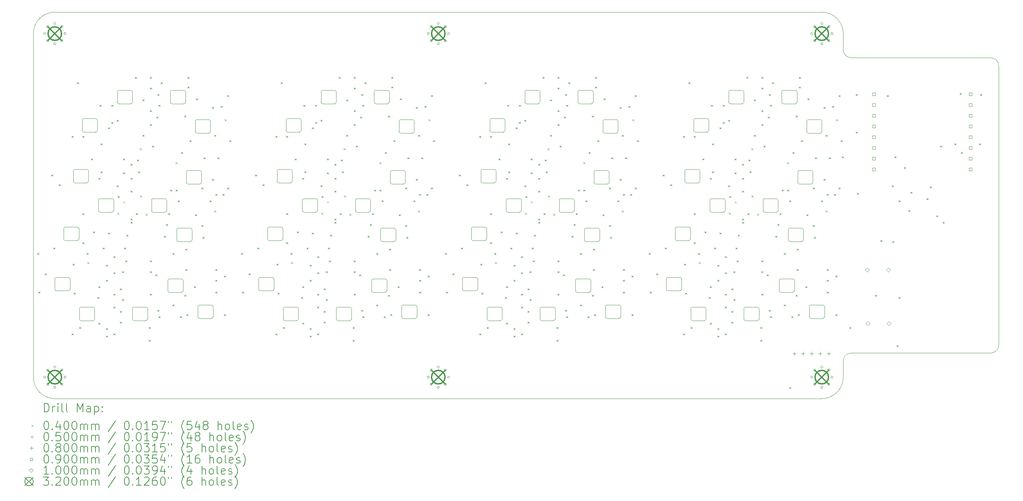
<source format=gbr>
%TF.GenerationSoftware,KiCad,Pcbnew,9.0.4*%
%TF.CreationDate,2025-08-31T21:09:59+02:00*%
%TF.ProjectId,n-teller-xl-diy,6e2d7465-6c6c-4657-922d-786c2d646979,1.0*%
%TF.SameCoordinates,Original*%
%TF.FileFunction,Drillmap*%
%TF.FilePolarity,Positive*%
%FSLAX45Y45*%
G04 Gerber Fmt 4.5, Leading zero omitted, Abs format (unit mm)*
G04 Created by KiCad (PCBNEW 9.0.4) date 2025-08-31 21:09:59*
%MOMM*%
%LPD*%
G01*
G04 APERTURE LIST*
%ADD10C,0.050000*%
%ADD11C,0.200000*%
%ADD12C,0.100000*%
%ADD13C,0.320000*%
G04 APERTURE END LIST*
D10*
X9779000Y3492500D02*
X13081000Y3492500D01*
X9080500Y4572000D02*
G75*
G02*
X9588500Y4064000I0J-508000D01*
G01*
X9588500Y-4064000D02*
G75*
G02*
X9080500Y-4572000I-508000J0D01*
G01*
X-9588500Y4064000D02*
G75*
G02*
X-9080500Y4572000I508000J0D01*
G01*
X9588500Y4064000D02*
X9588500Y3683000D01*
X-9080500Y4572000D02*
X9080500Y4572000D01*
X9779000Y-3492500D02*
X13081000Y-3492500D01*
X9588500Y-4064000D02*
X9588500Y-3683000D01*
X9080500Y-4572000D02*
X-9080500Y-4572000D01*
X13271500Y-3302000D02*
X13271500Y3302000D01*
X-9080500Y-4572000D02*
G75*
G02*
X-9588500Y-4064000I0J508000D01*
G01*
X13081000Y3492500D02*
G75*
G02*
X13271500Y3302000I0J-190500D01*
G01*
X9779000Y3492500D02*
G75*
G02*
X9588500Y3683000I0J190500D01*
G01*
X9588500Y-3683000D02*
G75*
G02*
X9779000Y-3492500I190500J0D01*
G01*
X13271500Y-3302000D02*
G75*
G02*
X13081000Y-3492500I-190500J0D01*
G01*
X-9588500Y4064000D02*
X-9588500Y-4064000D01*
X3957000Y-2396000D02*
X3957000Y-2636000D01*
X4277000Y-2356000D02*
X3997000Y-2356000D01*
X4277000Y-2676000D02*
X3997000Y-2676000D01*
X4317000Y-2396000D02*
X4317000Y-2636000D01*
X3957000Y-2396000D02*
G75*
G02*
X3997000Y-2356000I40000J0D01*
G01*
X3997000Y-2676000D02*
G75*
G02*
X3957000Y-2636000I0J40000D01*
G01*
X4277000Y-2356000D02*
G75*
G02*
X4317000Y-2396000I0J-40000D01*
G01*
X4317000Y-2636000D02*
G75*
G02*
X4277000Y-2676000I-40000J0D01*
G01*
X5398000Y-1740000D02*
X5398000Y-1980000D01*
X5718000Y-1700000D02*
X5438000Y-1700000D01*
X5718000Y-2020000D02*
X5438000Y-2020000D01*
X5758000Y-1740000D02*
X5758000Y-1980000D01*
X5398000Y-1740000D02*
G75*
G02*
X5438000Y-1700000I40000J0D01*
G01*
X5438000Y-2020000D02*
G75*
G02*
X5398000Y-1980000I0J40000D01*
G01*
X5718000Y-1700000D02*
G75*
G02*
X5758000Y-1740000I0J-40000D01*
G01*
X5758000Y-1980000D02*
G75*
G02*
X5718000Y-2020000I-40000J0D01*
G01*
X5607000Y-552000D02*
X5607000Y-792000D01*
X5927000Y-512000D02*
X5647000Y-512000D01*
X5927000Y-832000D02*
X5647000Y-832000D01*
X5967000Y-552000D02*
X5967000Y-792000D01*
X5607000Y-552000D02*
G75*
G02*
X5647000Y-512000I40000J0D01*
G01*
X5647000Y-832000D02*
G75*
G02*
X5607000Y-792000I0J40000D01*
G01*
X5927000Y-512000D02*
G75*
G02*
X5967000Y-552000I0J-40000D01*
G01*
X5967000Y-792000D02*
G75*
G02*
X5927000Y-832000I-40000J0D01*
G01*
X-1579000Y-1778000D02*
X-1579000Y-2018000D01*
X-1259000Y-1738000D02*
X-1539000Y-1738000D01*
X-1259000Y-2058000D02*
X-1539000Y-2058000D01*
X-1219000Y-1778000D02*
X-1219000Y-2018000D01*
X-1579000Y-1778000D02*
G75*
G02*
X-1539000Y-1738000I40000J0D01*
G01*
X-1539000Y-2058000D02*
G75*
G02*
X-1579000Y-2018000I0J40000D01*
G01*
X-1259000Y-1738000D02*
G75*
G02*
X-1219000Y-1778000I0J-40000D01*
G01*
X-1219000Y-2018000D02*
G75*
G02*
X-1259000Y-2058000I-40000J0D01*
G01*
X-1367000Y-574000D02*
X-1367000Y-814000D01*
X-1047000Y-534000D02*
X-1327000Y-534000D01*
X-1047000Y-854000D02*
X-1327000Y-854000D01*
X-1007000Y-574000D02*
X-1007000Y-814000D01*
X-1367000Y-574000D02*
G75*
G02*
X-1327000Y-534000I40000J0D01*
G01*
X-1327000Y-854000D02*
G75*
G02*
X-1367000Y-814000I0J40000D01*
G01*
X-1047000Y-534000D02*
G75*
G02*
X-1007000Y-574000I0J-40000D01*
G01*
X-1007000Y-814000D02*
G75*
G02*
X-1047000Y-854000I-40000J0D01*
G01*
X-1141000Y785000D02*
X-1141000Y545000D01*
X-821000Y825000D02*
X-1101000Y825000D01*
X-821000Y505000D02*
X-1101000Y505000D01*
X-781000Y785000D02*
X-781000Y545000D01*
X-1141000Y785000D02*
G75*
G02*
X-1101000Y825000I40000J0D01*
G01*
X-1101000Y505000D02*
G75*
G02*
X-1141000Y545000I0J40000D01*
G01*
X-821000Y825000D02*
G75*
G02*
X-781000Y785000I0J-40000D01*
G01*
X-781000Y545000D02*
G75*
G02*
X-821000Y505000I-40000J0D01*
G01*
X-8046000Y120000D02*
X-8046000Y-120000D01*
X-7726000Y160000D02*
X-8006000Y160000D01*
X-7726000Y-160000D02*
X-8006000Y-160000D01*
X-7686000Y120000D02*
X-7686000Y-120000D01*
X-8046000Y120000D02*
G75*
G02*
X-8006000Y160000I40000J0D01*
G01*
X-8006000Y-160000D02*
G75*
G02*
X-8046000Y-120000I0J40000D01*
G01*
X-7726000Y160000D02*
G75*
G02*
X-7686000Y120000I0J-40000D01*
G01*
X-7686000Y-120000D02*
G75*
G02*
X-7726000Y-160000I-40000J0D01*
G01*
X-3607000Y2015000D02*
X-3607000Y1775000D01*
X-3287000Y2055000D02*
X-3567000Y2055000D01*
X-3287000Y1735000D02*
X-3567000Y1735000D01*
X-3247000Y2015000D02*
X-3247000Y1775000D01*
X-3607000Y2015000D02*
G75*
G02*
X-3567000Y2055000I40000J0D01*
G01*
X-3567000Y1735000D02*
G75*
G02*
X-3607000Y1775000I0J40000D01*
G01*
X-3287000Y2055000D02*
G75*
G02*
X-3247000Y2015000I0J-40000D01*
G01*
X-3247000Y1775000D02*
G75*
G02*
X-3287000Y1735000I-40000J0D01*
G01*
X-8433000Y2015000D02*
X-8433000Y1775000D01*
X-8113000Y2055000D02*
X-8393000Y2055000D01*
X-8113000Y1735000D02*
X-8393000Y1735000D01*
X-8073000Y2015000D02*
X-8073000Y1775000D01*
X-8433000Y2015000D02*
G75*
G02*
X-8393000Y2055000I40000J0D01*
G01*
X-8393000Y1735000D02*
G75*
G02*
X-8433000Y1775000I0J40000D01*
G01*
X-8113000Y2055000D02*
G75*
G02*
X-8073000Y2015000I0J-40000D01*
G01*
X-8073000Y1775000D02*
G75*
G02*
X-8113000Y1735000I-40000J0D01*
G01*
X1153000Y-2445000D02*
X1153000Y-2685000D01*
X1473000Y-2405000D02*
X1193000Y-2405000D01*
X1473000Y-2725000D02*
X1193000Y-2725000D01*
X1513000Y-2445000D02*
X1513000Y-2685000D01*
X1153000Y-2445000D02*
G75*
G02*
X1193000Y-2405000I40000J0D01*
G01*
X1193000Y-2725000D02*
G75*
G02*
X1153000Y-2685000I0J40000D01*
G01*
X1473000Y-2405000D02*
G75*
G02*
X1513000Y-2445000I0J-40000D01*
G01*
X1513000Y-2685000D02*
G75*
G02*
X1473000Y-2725000I-40000J0D01*
G01*
X-6347000Y2685000D02*
X-6347000Y2445000D01*
X-6027000Y2725000D02*
X-6307000Y2725000D01*
X-6027000Y2405000D02*
X-6307000Y2405000D01*
X-5987000Y2685000D02*
X-5987000Y2445000D01*
X-6347000Y2685000D02*
G75*
G02*
X-6307000Y2725000I40000J0D01*
G01*
X-6307000Y2405000D02*
G75*
G02*
X-6347000Y2445000I0J40000D01*
G01*
X-6027000Y2725000D02*
G75*
G02*
X-5987000Y2685000I0J-40000D01*
G01*
X-5987000Y2445000D02*
G75*
G02*
X-6027000Y2405000I-40000J0D01*
G01*
X8131000Y2685000D02*
X8131000Y2445000D01*
X8451000Y2725000D02*
X8171000Y2725000D01*
X8451000Y2405000D02*
X8171000Y2405000D01*
X8491000Y2685000D02*
X8491000Y2445000D01*
X8131000Y2685000D02*
G75*
G02*
X8171000Y2725000I40000J0D01*
G01*
X8171000Y2405000D02*
G75*
G02*
X8131000Y2445000I0J40000D01*
G01*
X8451000Y2725000D02*
G75*
G02*
X8491000Y2685000I0J-40000D01*
G01*
X8491000Y2445000D02*
G75*
G02*
X8451000Y2405000I-40000J0D01*
G01*
X-5756000Y1989000D02*
X-5756000Y1749000D01*
X-5436000Y2029000D02*
X-5716000Y2029000D01*
X-5436000Y1709000D02*
X-5716000Y1709000D01*
X-5396000Y1989000D02*
X-5396000Y1749000D01*
X-5756000Y1989000D02*
G75*
G02*
X-5716000Y2029000I40000J0D01*
G01*
X-5716000Y1709000D02*
G75*
G02*
X-5756000Y1749000I0J40000D01*
G01*
X-5436000Y2029000D02*
G75*
G02*
X-5396000Y1989000I0J-40000D01*
G01*
X-5396000Y1749000D02*
G75*
G02*
X-5436000Y1709000I-40000J0D01*
G01*
X3896000Y1989000D02*
X3896000Y1749000D01*
X4216000Y2029000D02*
X3936000Y2029000D01*
X4216000Y1709000D02*
X3936000Y1709000D01*
X4256000Y1989000D02*
X4256000Y1749000D01*
X3896000Y1989000D02*
G75*
G02*
X3936000Y2029000I40000J0D01*
G01*
X3936000Y1709000D02*
G75*
G02*
X3896000Y1749000I0J40000D01*
G01*
X4216000Y2029000D02*
G75*
G02*
X4256000Y1989000I0J-40000D01*
G01*
X4256000Y1749000D02*
G75*
G02*
X4216000Y1709000I-40000J0D01*
G01*
X-2777000Y2685000D02*
X-2777000Y2445000D01*
X-2457000Y2725000D02*
X-2737000Y2725000D01*
X-2457000Y2405000D02*
X-2737000Y2405000D01*
X-2417000Y2685000D02*
X-2417000Y2445000D01*
X-2777000Y2685000D02*
G75*
G02*
X-2737000Y2725000I40000J0D01*
G01*
X-2737000Y2405000D02*
G75*
G02*
X-2777000Y2445000I0J40000D01*
G01*
X-2457000Y2725000D02*
G75*
G02*
X-2417000Y2685000I0J-40000D01*
G01*
X-2417000Y2445000D02*
G75*
G02*
X-2457000Y2405000I-40000J0D01*
G01*
X-1521000Y2685000D02*
X-1521000Y2445000D01*
X-1201000Y2725000D02*
X-1481000Y2725000D01*
X-1201000Y2405000D02*
X-1481000Y2405000D01*
X-1161000Y2685000D02*
X-1161000Y2445000D01*
X-1521000Y2685000D02*
G75*
G02*
X-1481000Y2725000I40000J0D01*
G01*
X-1481000Y2405000D02*
G75*
G02*
X-1521000Y2445000I0J40000D01*
G01*
X-1201000Y2725000D02*
G75*
G02*
X-1161000Y2685000I0J-40000D01*
G01*
X-1161000Y2445000D02*
G75*
G02*
X-1201000Y2405000I-40000J0D01*
G01*
X3247000Y-1778000D02*
X3247000Y-2018000D01*
X3567000Y-1738000D02*
X3287000Y-1738000D01*
X3567000Y-2058000D02*
X3287000Y-2058000D01*
X3607000Y-1778000D02*
X3607000Y-2018000D01*
X3247000Y-1778000D02*
G75*
G02*
X3287000Y-1738000I40000J0D01*
G01*
X3287000Y-2058000D02*
G75*
G02*
X3247000Y-2018000I0J40000D01*
G01*
X3567000Y-1738000D02*
G75*
G02*
X3607000Y-1778000I0J-40000D01*
G01*
X3607000Y-2018000D02*
G75*
G02*
X3567000Y-2058000I-40000J0D01*
G01*
X-4254000Y-1740000D02*
X-4254000Y-1980000D01*
X-3934000Y-1700000D02*
X-4214000Y-1700000D01*
X-3934000Y-2020000D02*
X-4214000Y-2020000D01*
X-3894000Y-1740000D02*
X-3894000Y-1980000D01*
X-4254000Y-1740000D02*
G75*
G02*
X-4214000Y-1700000I40000J0D01*
G01*
X-4214000Y-2020000D02*
G75*
G02*
X-4254000Y-1980000I0J40000D01*
G01*
X-3934000Y-1700000D02*
G75*
G02*
X-3894000Y-1740000I0J-40000D01*
G01*
X-3894000Y-1980000D02*
G75*
G02*
X-3934000Y-2020000I-40000J0D01*
G01*
X2860000Y120000D02*
X2860000Y-120000D01*
X3180000Y160000D02*
X2900000Y160000D01*
X3180000Y-160000D02*
X2900000Y-160000D01*
X3220000Y120000D02*
X3220000Y-120000D01*
X2860000Y120000D02*
G75*
G02*
X2900000Y160000I40000J0D01*
G01*
X2900000Y-160000D02*
G75*
G02*
X2860000Y-120000I0J40000D01*
G01*
X3180000Y160000D02*
G75*
G02*
X3220000Y120000I0J-40000D01*
G01*
X3220000Y-120000D02*
G75*
G02*
X3180000Y-160000I-40000J0D01*
G01*
X-8499000Y-2445000D02*
X-8499000Y-2685000D01*
X-8179000Y-2405000D02*
X-8459000Y-2405000D01*
X-8179000Y-2725000D02*
X-8459000Y-2725000D01*
X-8139000Y-2445000D02*
X-8139000Y-2685000D01*
X-8499000Y-2445000D02*
G75*
G02*
X-8459000Y-2405000I40000J0D01*
G01*
X-8459000Y-2725000D02*
G75*
G02*
X-8499000Y-2685000I0J40000D01*
G01*
X-8179000Y-2405000D02*
G75*
G02*
X-8139000Y-2445000I0J-40000D01*
G01*
X-8139000Y-2685000D02*
G75*
G02*
X-8179000Y-2725000I-40000J0D01*
G01*
X-2418000Y-2445000D02*
X-2418000Y-2685000D01*
X-2098000Y-2405000D02*
X-2378000Y-2405000D01*
X-2098000Y-2725000D02*
X-2378000Y-2725000D01*
X-2058000Y-2445000D02*
X-2058000Y-2685000D01*
X-2418000Y-2445000D02*
G75*
G02*
X-2378000Y-2405000I40000J0D01*
G01*
X-2378000Y-2725000D02*
G75*
G02*
X-2418000Y-2685000I0J40000D01*
G01*
X-2098000Y-2405000D02*
G75*
G02*
X-2058000Y-2445000I0J-40000D01*
G01*
X-2058000Y-2685000D02*
G75*
G02*
X-2098000Y-2725000I-40000J0D01*
G01*
X-3673000Y-2445000D02*
X-3673000Y-2685000D01*
X-3353000Y-2405000D02*
X-3633000Y-2405000D01*
X-3353000Y-2725000D02*
X-3633000Y-2725000D01*
X-3313000Y-2445000D02*
X-3313000Y-2685000D01*
X-3673000Y-2445000D02*
G75*
G02*
X-3633000Y-2405000I40000J0D01*
G01*
X-3633000Y-2725000D02*
G75*
G02*
X-3673000Y-2685000I0J40000D01*
G01*
X-3353000Y-2405000D02*
G75*
G02*
X-3313000Y-2445000I0J-40000D01*
G01*
X-3313000Y-2685000D02*
G75*
G02*
X-3353000Y-2725000I-40000J0D01*
G01*
X8073000Y-1778000D02*
X8073000Y-2018000D01*
X8393000Y-1738000D02*
X8113000Y-1738000D01*
X8393000Y-2058000D02*
X8113000Y-2058000D01*
X8433000Y-1778000D02*
X8433000Y-2018000D01*
X8073000Y-1778000D02*
G75*
G02*
X8113000Y-1738000I40000J0D01*
G01*
X8113000Y-2058000D02*
G75*
G02*
X8073000Y-2018000I0J40000D01*
G01*
X8393000Y-1738000D02*
G75*
G02*
X8433000Y-1778000I0J-40000D01*
G01*
X8433000Y-2018000D02*
G75*
G02*
X8393000Y-2058000I-40000J0D01*
G01*
X8285000Y-574000D02*
X8285000Y-814000D01*
X8605000Y-534000D02*
X8325000Y-534000D01*
X8605000Y-854000D02*
X8325000Y-854000D01*
X8645000Y-574000D02*
X8645000Y-814000D01*
X8285000Y-574000D02*
G75*
G02*
X8325000Y-534000I40000J0D01*
G01*
X8325000Y-854000D02*
G75*
G02*
X8285000Y-814000I0J40000D01*
G01*
X8605000Y-534000D02*
G75*
G02*
X8645000Y-574000I0J-40000D01*
G01*
X8645000Y-814000D02*
G75*
G02*
X8605000Y-854000I-40000J0D01*
G01*
X3305000Y2685000D02*
X3305000Y2445000D01*
X3625000Y2725000D02*
X3345000Y2725000D01*
X3625000Y2405000D02*
X3345000Y2405000D01*
X3665000Y2685000D02*
X3665000Y2445000D01*
X3305000Y2685000D02*
G75*
G02*
X3345000Y2725000I40000J0D01*
G01*
X3345000Y2405000D02*
G75*
G02*
X3305000Y2445000I0J40000D01*
G01*
X3625000Y2725000D02*
G75*
G02*
X3665000Y2685000I0J-40000D01*
G01*
X3665000Y2445000D02*
G75*
G02*
X3625000Y2405000I-40000J0D01*
G01*
X-9080000Y-1740000D02*
X-9080000Y-1980000D01*
X-8760000Y-1700000D02*
X-9040000Y-1700000D01*
X-8760000Y-2020000D02*
X-9040000Y-2020000D01*
X-8720000Y-1740000D02*
X-8720000Y-1980000D01*
X-9080000Y-1740000D02*
G75*
G02*
X-9040000Y-1700000I40000J0D01*
G01*
X-9040000Y-2020000D02*
G75*
G02*
X-9080000Y-1980000I0J40000D01*
G01*
X-8760000Y-1700000D02*
G75*
G02*
X-8720000Y-1740000I0J-40000D01*
G01*
X-8720000Y-1980000D02*
G75*
G02*
X-8760000Y-2020000I-40000J0D01*
G01*
X-6193000Y-574000D02*
X-6193000Y-814000D01*
X-5873000Y-534000D02*
X-6153000Y-534000D01*
X-5873000Y-854000D02*
X-6153000Y-854000D01*
X-5833000Y-574000D02*
X-5833000Y-814000D01*
X-6193000Y-574000D02*
G75*
G02*
X-6153000Y-534000I40000J0D01*
G01*
X-6153000Y-854000D02*
G75*
G02*
X-6193000Y-814000I0J40000D01*
G01*
X-5873000Y-534000D02*
G75*
G02*
X-5833000Y-574000I0J-40000D01*
G01*
X-5833000Y-814000D02*
G75*
G02*
X-5873000Y-854000I-40000J0D01*
G01*
X-6792000Y120000D02*
X-6792000Y-120000D01*
X-6472000Y160000D02*
X-6752000Y160000D01*
X-6472000Y-160000D02*
X-6752000Y-160000D01*
X-6432000Y120000D02*
X-6432000Y-120000D01*
X-6792000Y120000D02*
G75*
G02*
X-6752000Y160000I40000J0D01*
G01*
X-6752000Y-160000D02*
G75*
G02*
X-6792000Y-120000I0J40000D01*
G01*
X-6472000Y160000D02*
G75*
G02*
X-6432000Y120000I0J-40000D01*
G01*
X-6432000Y-120000D02*
G75*
G02*
X-6472000Y-160000I-40000J0D01*
G01*
X8511000Y785000D02*
X8511000Y545000D01*
X8831000Y825000D02*
X8551000Y825000D01*
X8831000Y505000D02*
X8551000Y505000D01*
X8871000Y785000D02*
X8871000Y545000D01*
X8511000Y785000D02*
G75*
G02*
X8551000Y825000I40000J0D01*
G01*
X8551000Y505000D02*
G75*
G02*
X8511000Y545000I0J40000D01*
G01*
X8831000Y825000D02*
G75*
G02*
X8871000Y785000I0J-40000D01*
G01*
X8871000Y545000D02*
G75*
G02*
X8831000Y505000I-40000J0D01*
G01*
X-5967000Y785000D02*
X-5967000Y545000D01*
X-5647000Y825000D02*
X-5927000Y825000D01*
X-5647000Y505000D02*
X-5927000Y505000D01*
X-5607000Y785000D02*
X-5607000Y545000D01*
X-5967000Y785000D02*
G75*
G02*
X-5927000Y825000I40000J0D01*
G01*
X-5927000Y505000D02*
G75*
G02*
X-5967000Y545000I0J40000D01*
G01*
X-5647000Y825000D02*
G75*
G02*
X-5607000Y785000I0J-40000D01*
G01*
X-5607000Y545000D02*
G75*
G02*
X-5647000Y505000I-40000J0D01*
G01*
X572000Y-1740000D02*
X572000Y-1980000D01*
X892000Y-1700000D02*
X612000Y-1700000D01*
X892000Y-2020000D02*
X612000Y-2020000D01*
X932000Y-1740000D02*
X932000Y-1980000D01*
X572000Y-1740000D02*
G75*
G02*
X612000Y-1700000I40000J0D01*
G01*
X612000Y-2020000D02*
G75*
G02*
X572000Y-1980000I0J40000D01*
G01*
X892000Y-1700000D02*
G75*
G02*
X932000Y-1740000I0J-40000D01*
G01*
X932000Y-1980000D02*
G75*
G02*
X892000Y-2020000I-40000J0D01*
G01*
X-3819000Y813000D02*
X-3819000Y573000D01*
X-3499000Y853000D02*
X-3779000Y853000D01*
X-3499000Y533000D02*
X-3779000Y533000D01*
X-3459000Y813000D02*
X-3459000Y573000D01*
X-3819000Y813000D02*
G75*
G02*
X-3779000Y853000I40000J0D01*
G01*
X-3779000Y533000D02*
G75*
G02*
X-3819000Y573000I0J40000D01*
G01*
X-3499000Y853000D02*
G75*
G02*
X-3459000Y813000I0J-40000D01*
G01*
X-3459000Y573000D02*
G75*
G02*
X-3499000Y533000I-40000J0D01*
G01*
X-8871000Y-552000D02*
X-8871000Y-792000D01*
X-8551000Y-512000D02*
X-8831000Y-512000D01*
X-8551000Y-832000D02*
X-8831000Y-832000D01*
X-8511000Y-552000D02*
X-8511000Y-792000D01*
X-8871000Y-552000D02*
G75*
G02*
X-8831000Y-512000I40000J0D01*
G01*
X-8831000Y-832000D02*
G75*
G02*
X-8871000Y-792000I0J40000D01*
G01*
X-8551000Y-512000D02*
G75*
G02*
X-8511000Y-552000I0J-40000D01*
G01*
X-8511000Y-792000D02*
G75*
G02*
X-8551000Y-832000I-40000J0D01*
G01*
X-869000Y-2396000D02*
X-869000Y-2636000D01*
X-549000Y-2356000D02*
X-829000Y-2356000D01*
X-549000Y-2676000D02*
X-829000Y-2676000D01*
X-509000Y-2396000D02*
X-509000Y-2636000D01*
X-869000Y-2396000D02*
G75*
G02*
X-829000Y-2356000I40000J0D01*
G01*
X-829000Y-2676000D02*
G75*
G02*
X-869000Y-2636000I0J40000D01*
G01*
X-549000Y-2356000D02*
G75*
G02*
X-509000Y-2396000I0J-40000D01*
G01*
X-509000Y-2636000D02*
G75*
G02*
X-549000Y-2676000I-40000J0D01*
G01*
X-8645000Y813000D02*
X-8645000Y573000D01*
X-8325000Y853000D02*
X-8605000Y853000D01*
X-8325000Y533000D02*
X-8605000Y533000D01*
X-8285000Y813000D02*
X-8285000Y573000D01*
X-8645000Y813000D02*
G75*
G02*
X-8605000Y853000I40000J0D01*
G01*
X-8605000Y533000D02*
G75*
G02*
X-8645000Y573000I0J40000D01*
G01*
X-8325000Y853000D02*
G75*
G02*
X-8285000Y813000I0J-40000D01*
G01*
X-8285000Y573000D02*
G75*
G02*
X-8325000Y533000I-40000J0D01*
G01*
X1219000Y2015000D02*
X1219000Y1775000D01*
X1539000Y2055000D02*
X1259000Y2055000D01*
X1539000Y1735000D02*
X1259000Y1735000D01*
X1579000Y2015000D02*
X1579000Y1775000D01*
X1219000Y2015000D02*
G75*
G02*
X1259000Y2055000I40000J0D01*
G01*
X1259000Y1735000D02*
G75*
G02*
X1219000Y1775000I0J40000D01*
G01*
X1539000Y2055000D02*
G75*
G02*
X1579000Y2015000I0J-40000D01*
G01*
X1579000Y1775000D02*
G75*
G02*
X1539000Y1735000I-40000J0D01*
G01*
X-7603000Y2685000D02*
X-7603000Y2445000D01*
X-7283000Y2725000D02*
X-7563000Y2725000D01*
X-7283000Y2405000D02*
X-7563000Y2405000D01*
X-7243000Y2685000D02*
X-7243000Y2445000D01*
X-7603000Y2685000D02*
G75*
G02*
X-7563000Y2725000I40000J0D01*
G01*
X-7563000Y2405000D02*
G75*
G02*
X-7603000Y2445000I0J40000D01*
G01*
X-7283000Y2725000D02*
G75*
G02*
X-7243000Y2685000I0J-40000D01*
G01*
X-7243000Y2445000D02*
G75*
G02*
X-7283000Y2405000I-40000J0D01*
G01*
X3685000Y785000D02*
X3685000Y545000D01*
X4005000Y825000D02*
X3725000Y825000D01*
X4005000Y505000D02*
X3725000Y505000D01*
X4045000Y785000D02*
X4045000Y545000D01*
X3685000Y785000D02*
G75*
G02*
X3725000Y825000I40000J0D01*
G01*
X3725000Y505000D02*
G75*
G02*
X3685000Y545000I0J40000D01*
G01*
X4005000Y825000D02*
G75*
G02*
X4045000Y785000I0J-40000D01*
G01*
X4045000Y545000D02*
G75*
G02*
X4005000Y505000I-40000J0D01*
G01*
X5833000Y813000D02*
X5833000Y573000D01*
X6153000Y853000D02*
X5873000Y853000D01*
X6153000Y533000D02*
X5873000Y533000D01*
X6193000Y813000D02*
X6193000Y573000D01*
X5833000Y813000D02*
G75*
G02*
X5873000Y853000I40000J0D01*
G01*
X5873000Y533000D02*
G75*
G02*
X5833000Y573000I0J40000D01*
G01*
X6153000Y853000D02*
G75*
G02*
X6193000Y813000I0J-40000D01*
G01*
X6193000Y573000D02*
G75*
G02*
X6153000Y533000I-40000J0D01*
G01*
X6875000Y2685000D02*
X6875000Y2445000D01*
X7195000Y2725000D02*
X6915000Y2725000D01*
X7195000Y2405000D02*
X6915000Y2405000D01*
X7235000Y2685000D02*
X7235000Y2445000D01*
X6875000Y2685000D02*
G75*
G02*
X6915000Y2725000I40000J0D01*
G01*
X6915000Y2405000D02*
G75*
G02*
X6875000Y2445000I0J40000D01*
G01*
X7195000Y2725000D02*
G75*
G02*
X7235000Y2685000I0J-40000D01*
G01*
X7235000Y2445000D02*
G75*
G02*
X7195000Y2405000I-40000J0D01*
G01*
X-4045000Y-552000D02*
X-4045000Y-792000D01*
X-3725000Y-512000D02*
X-4005000Y-512000D01*
X-3725000Y-832000D02*
X-4005000Y-832000D01*
X-3685000Y-552000D02*
X-3685000Y-792000D01*
X-4045000Y-552000D02*
G75*
G02*
X-4005000Y-512000I40000J0D01*
G01*
X-4005000Y-832000D02*
G75*
G02*
X-4045000Y-792000I0J40000D01*
G01*
X-3725000Y-512000D02*
G75*
G02*
X-3685000Y-552000I0J-40000D01*
G01*
X-3685000Y-792000D02*
G75*
G02*
X-3725000Y-832000I-40000J0D01*
G01*
X-3220000Y120000D02*
X-3220000Y-120000D01*
X-2900000Y160000D02*
X-3180000Y160000D01*
X-2900000Y-160000D02*
X-3180000Y-160000D01*
X-2860000Y120000D02*
X-2860000Y-120000D01*
X-3220000Y120000D02*
G75*
G02*
X-3180000Y160000I40000J0D01*
G01*
X-3180000Y-160000D02*
G75*
G02*
X-3220000Y-120000I0J40000D01*
G01*
X-2900000Y160000D02*
G75*
G02*
X-2860000Y120000I0J-40000D01*
G01*
X-2860000Y-120000D02*
G75*
G02*
X-2900000Y-160000I-40000J0D01*
G01*
X7234000Y-2445000D02*
X7234000Y-2685000D01*
X7554000Y-2405000D02*
X7274000Y-2405000D01*
X7554000Y-2725000D02*
X7274000Y-2725000D01*
X7594000Y-2445000D02*
X7594000Y-2685000D01*
X7234000Y-2445000D02*
G75*
G02*
X7274000Y-2405000I40000J0D01*
G01*
X7274000Y-2725000D02*
G75*
G02*
X7234000Y-2685000I0J40000D01*
G01*
X7554000Y-2405000D02*
G75*
G02*
X7594000Y-2445000I0J-40000D01*
G01*
X7594000Y-2685000D02*
G75*
G02*
X7554000Y-2725000I-40000J0D01*
G01*
X-6405000Y-1778000D02*
X-6405000Y-2018000D01*
X-6085000Y-1738000D02*
X-6365000Y-1738000D01*
X-6085000Y-2058000D02*
X-6365000Y-2058000D01*
X-6045000Y-1778000D02*
X-6045000Y-2018000D01*
X-6405000Y-1778000D02*
G75*
G02*
X-6365000Y-1738000I40000J0D01*
G01*
X-6365000Y-2058000D02*
G75*
G02*
X-6405000Y-2018000I0J40000D01*
G01*
X-6085000Y-1738000D02*
G75*
G02*
X-6045000Y-1778000I0J-40000D01*
G01*
X-6045000Y-2018000D02*
G75*
G02*
X-6085000Y-2058000I-40000J0D01*
G01*
X1007000Y813000D02*
X1007000Y573000D01*
X1327000Y853000D02*
X1047000Y853000D01*
X1327000Y533000D02*
X1047000Y533000D01*
X1367000Y813000D02*
X1367000Y573000D01*
X1007000Y813000D02*
G75*
G02*
X1047000Y853000I40000J0D01*
G01*
X1047000Y533000D02*
G75*
G02*
X1007000Y573000I0J40000D01*
G01*
X1327000Y853000D02*
G75*
G02*
X1367000Y813000I0J-40000D01*
G01*
X1367000Y573000D02*
G75*
G02*
X1327000Y533000I-40000J0D01*
G01*
X-930000Y1989000D02*
X-930000Y1749000D01*
X-610000Y2029000D02*
X-890000Y2029000D01*
X-610000Y1709000D02*
X-890000Y1709000D01*
X-570000Y1989000D02*
X-570000Y1749000D01*
X-930000Y1989000D02*
G75*
G02*
X-890000Y2029000I40000J0D01*
G01*
X-890000Y1709000D02*
G75*
G02*
X-930000Y1749000I0J40000D01*
G01*
X-610000Y2029000D02*
G75*
G02*
X-570000Y1989000I0J-40000D01*
G01*
X-570000Y1749000D02*
G75*
G02*
X-610000Y1709000I-40000J0D01*
G01*
X3459000Y-574000D02*
X3459000Y-814000D01*
X3779000Y-534000D02*
X3499000Y-534000D01*
X3779000Y-854000D02*
X3499000Y-854000D01*
X3819000Y-574000D02*
X3819000Y-814000D01*
X3459000Y-574000D02*
G75*
G02*
X3499000Y-534000I40000J0D01*
G01*
X3499000Y-854000D02*
G75*
G02*
X3459000Y-814000I0J40000D01*
G01*
X3779000Y-534000D02*
G75*
G02*
X3819000Y-574000I0J-40000D01*
G01*
X3819000Y-814000D02*
G75*
G02*
X3779000Y-854000I-40000J0D01*
G01*
X1606000Y120000D02*
X1606000Y-120000D01*
X1926000Y160000D02*
X1646000Y160000D01*
X1926000Y-160000D02*
X1646000Y-160000D01*
X1966000Y120000D02*
X1966000Y-120000D01*
X1606000Y120000D02*
G75*
G02*
X1646000Y160000I40000J0D01*
G01*
X1646000Y-160000D02*
G75*
G02*
X1606000Y-120000I0J40000D01*
G01*
X1926000Y160000D02*
G75*
G02*
X1966000Y120000I0J-40000D01*
G01*
X1966000Y-120000D02*
G75*
G02*
X1926000Y-160000I-40000J0D01*
G01*
X781000Y-552000D02*
X781000Y-792000D01*
X1101000Y-512000D02*
X821000Y-512000D01*
X1101000Y-832000D02*
X821000Y-832000D01*
X1141000Y-552000D02*
X1141000Y-792000D01*
X781000Y-552000D02*
G75*
G02*
X821000Y-512000I40000J0D01*
G01*
X821000Y-832000D02*
G75*
G02*
X781000Y-792000I0J40000D01*
G01*
X1101000Y-512000D02*
G75*
G02*
X1141000Y-552000I0J-40000D01*
G01*
X1141000Y-792000D02*
G75*
G02*
X1101000Y-832000I-40000J0D01*
G01*
X7686000Y120000D02*
X7686000Y-120000D01*
X8006000Y160000D02*
X7726000Y160000D01*
X8006000Y-160000D02*
X7726000Y-160000D01*
X8046000Y120000D02*
X8046000Y-120000D01*
X7686000Y120000D02*
G75*
G02*
X7726000Y160000I40000J0D01*
G01*
X7726000Y-160000D02*
G75*
G02*
X7686000Y-120000I0J40000D01*
G01*
X8006000Y160000D02*
G75*
G02*
X8046000Y120000I0J-40000D01*
G01*
X8046000Y-120000D02*
G75*
G02*
X8006000Y-160000I-40000J0D01*
G01*
X-1966000Y120000D02*
X-1966000Y-120000D01*
X-1646000Y160000D02*
X-1926000Y160000D01*
X-1646000Y-160000D02*
X-1926000Y-160000D01*
X-1606000Y120000D02*
X-1606000Y-120000D01*
X-1966000Y120000D02*
G75*
G02*
X-1926000Y160000I40000J0D01*
G01*
X-1926000Y-160000D02*
G75*
G02*
X-1966000Y-120000I0J40000D01*
G01*
X-1646000Y160000D02*
G75*
G02*
X-1606000Y120000I0J-40000D01*
G01*
X-1606000Y-120000D02*
G75*
G02*
X-1646000Y-160000I-40000J0D01*
G01*
X2049000Y2685000D02*
X2049000Y2445000D01*
X2369000Y2725000D02*
X2089000Y2725000D01*
X2369000Y2405000D02*
X2089000Y2405000D01*
X2409000Y2685000D02*
X2409000Y2445000D01*
X2049000Y2685000D02*
G75*
G02*
X2089000Y2725000I40000J0D01*
G01*
X2089000Y2405000D02*
G75*
G02*
X2049000Y2445000I0J40000D01*
G01*
X2369000Y2725000D02*
G75*
G02*
X2409000Y2685000I0J-40000D01*
G01*
X2409000Y2445000D02*
G75*
G02*
X2369000Y2405000I-40000J0D01*
G01*
X-5695000Y-2396000D02*
X-5695000Y-2636000D01*
X-5375000Y-2356000D02*
X-5655000Y-2356000D01*
X-5375000Y-2676000D02*
X-5655000Y-2676000D01*
X-5335000Y-2396000D02*
X-5335000Y-2636000D01*
X-5695000Y-2396000D02*
G75*
G02*
X-5655000Y-2356000I40000J0D01*
G01*
X-5655000Y-2676000D02*
G75*
G02*
X-5695000Y-2636000I0J40000D01*
G01*
X-5375000Y-2356000D02*
G75*
G02*
X-5335000Y-2396000I0J-40000D01*
G01*
X-5335000Y-2636000D02*
G75*
G02*
X-5375000Y-2676000I-40000J0D01*
G01*
X-7244000Y-2445000D02*
X-7244000Y-2685000D01*
X-6924000Y-2405000D02*
X-7204000Y-2405000D01*
X-6924000Y-2725000D02*
X-7204000Y-2725000D01*
X-6884000Y-2445000D02*
X-6884000Y-2685000D01*
X-7244000Y-2445000D02*
G75*
G02*
X-7204000Y-2405000I40000J0D01*
G01*
X-7204000Y-2725000D02*
G75*
G02*
X-7244000Y-2685000I0J40000D01*
G01*
X-6924000Y-2405000D02*
G75*
G02*
X-6884000Y-2445000I0J-40000D01*
G01*
X-6884000Y-2685000D02*
G75*
G02*
X-6924000Y-2725000I-40000J0D01*
G01*
X6045000Y2015000D02*
X6045000Y1775000D01*
X6365000Y2055000D02*
X6085000Y2055000D01*
X6365000Y1735000D02*
X6085000Y1735000D01*
X6405000Y2015000D02*
X6405000Y1775000D01*
X6045000Y2015000D02*
G75*
G02*
X6085000Y2055000I40000J0D01*
G01*
X6085000Y1735000D02*
G75*
G02*
X6045000Y1775000I0J40000D01*
G01*
X6365000Y2055000D02*
G75*
G02*
X6405000Y2015000I0J-40000D01*
G01*
X6405000Y1775000D02*
G75*
G02*
X6365000Y1735000I-40000J0D01*
G01*
X2408000Y-2445000D02*
X2408000Y-2685000D01*
X2728000Y-2405000D02*
X2448000Y-2405000D01*
X2728000Y-2725000D02*
X2448000Y-2725000D01*
X2768000Y-2445000D02*
X2768000Y-2685000D01*
X2408000Y-2445000D02*
G75*
G02*
X2448000Y-2405000I40000J0D01*
G01*
X2448000Y-2725000D02*
G75*
G02*
X2408000Y-2685000I0J40000D01*
G01*
X2728000Y-2405000D02*
G75*
G02*
X2768000Y-2445000I0J-40000D01*
G01*
X2768000Y-2685000D02*
G75*
G02*
X2728000Y-2725000I-40000J0D01*
G01*
X5979000Y-2445000D02*
X5979000Y-2685000D01*
X6299000Y-2405000D02*
X6019000Y-2405000D01*
X6299000Y-2725000D02*
X6019000Y-2725000D01*
X6339000Y-2445000D02*
X6339000Y-2685000D01*
X5979000Y-2445000D02*
G75*
G02*
X6019000Y-2405000I40000J0D01*
G01*
X6019000Y-2725000D02*
G75*
G02*
X5979000Y-2685000I0J40000D01*
G01*
X6299000Y-2405000D02*
G75*
G02*
X6339000Y-2445000I0J-40000D01*
G01*
X6339000Y-2685000D02*
G75*
G02*
X6299000Y-2725000I-40000J0D01*
G01*
X8722000Y1989000D02*
X8722000Y1749000D01*
X9042000Y2029000D02*
X8762000Y2029000D01*
X9042000Y1709000D02*
X8762000Y1709000D01*
X9082000Y1989000D02*
X9082000Y1749000D01*
X8722000Y1989000D02*
G75*
G02*
X8762000Y2029000I40000J0D01*
G01*
X8762000Y1709000D02*
G75*
G02*
X8722000Y1749000I0J40000D01*
G01*
X9042000Y2029000D02*
G75*
G02*
X9082000Y1989000I0J-40000D01*
G01*
X9082000Y1749000D02*
G75*
G02*
X9042000Y1709000I-40000J0D01*
G01*
X8783000Y-2396000D02*
X8783000Y-2636000D01*
X9103000Y-2356000D02*
X8823000Y-2356000D01*
X9103000Y-2676000D02*
X8823000Y-2676000D01*
X9143000Y-2396000D02*
X9143000Y-2636000D01*
X8783000Y-2396000D02*
G75*
G02*
X8823000Y-2356000I40000J0D01*
G01*
X8823000Y-2676000D02*
G75*
G02*
X8783000Y-2636000I0J40000D01*
G01*
X9103000Y-2356000D02*
G75*
G02*
X9143000Y-2396000I0J-40000D01*
G01*
X9143000Y-2636000D02*
G75*
G02*
X9103000Y-2676000I-40000J0D01*
G01*
X6432000Y120000D02*
X6432000Y-120000D01*
X6752000Y160000D02*
X6472000Y160000D01*
X6752000Y-160000D02*
X6472000Y-160000D01*
X6792000Y120000D02*
X6792000Y-120000D01*
X6432000Y120000D02*
G75*
G02*
X6472000Y160000I40000J0D01*
G01*
X6472000Y-160000D02*
G75*
G02*
X6432000Y-120000I0J40000D01*
G01*
X6752000Y160000D02*
G75*
G02*
X6792000Y120000I0J-40000D01*
G01*
X6792000Y-120000D02*
G75*
G02*
X6752000Y-160000I-40000J0D01*
G01*
D11*
D12*
X-9494200Y-1123000D02*
X-9454200Y-1163000D01*
X-9454200Y-1123000D02*
X-9494200Y-1163000D01*
X-9468800Y-2037400D02*
X-9428800Y-2077400D01*
X-9428800Y-2037400D02*
X-9468800Y-2077400D01*
X-9316400Y-1605600D02*
X-9276400Y-1645600D01*
X-9276400Y-1605600D02*
X-9316400Y-1645600D01*
X-9164000Y731200D02*
X-9124000Y691200D01*
X-9124000Y731200D02*
X-9164000Y691200D01*
X-9113200Y-996000D02*
X-9073200Y-1036000D01*
X-9073200Y-996000D02*
X-9113200Y-1036000D01*
X-8986200Y502600D02*
X-8946200Y462600D01*
X-8946200Y502600D02*
X-8986200Y462600D01*
X-8681400Y1645600D02*
X-8641400Y1605600D01*
X-8641400Y1645600D02*
X-8681400Y1605600D01*
X-8681400Y-3028000D02*
X-8641400Y-3068000D01*
X-8641400Y-3028000D02*
X-8681400Y-3068000D01*
X-8656000Y-1377000D02*
X-8616000Y-1417000D01*
X-8616000Y-1377000D02*
X-8656000Y-1417000D01*
X-8630600Y-2062800D02*
X-8590600Y-2102800D01*
X-8590600Y-2062800D02*
X-8630600Y-2102800D01*
X-8554400Y2915600D02*
X-8514400Y2875600D01*
X-8514400Y2915600D02*
X-8554400Y2875600D01*
X-8503600Y-2875600D02*
X-8463600Y-2915600D01*
X-8463600Y-2875600D02*
X-8503600Y-2915600D01*
X-8427400Y1645600D02*
X-8387400Y1605600D01*
X-8387400Y1645600D02*
X-8427400Y1605600D01*
X-8427400Y-183200D02*
X-8387400Y-223200D01*
X-8387400Y-183200D02*
X-8427400Y-223200D01*
X-8427400Y-869000D02*
X-8387400Y-909000D01*
X-8387400Y-869000D02*
X-8427400Y-909000D01*
X-8325800Y-1123000D02*
X-8285800Y-1163000D01*
X-8285800Y-1123000D02*
X-8325800Y-1163000D01*
X-8313100Y-1338900D02*
X-8273100Y-1378900D01*
X-8273100Y-1338900D02*
X-8313100Y-1378900D01*
X-8224200Y1112200D02*
X-8184200Y1072200D01*
X-8184200Y1112200D02*
X-8224200Y1072200D01*
X-8173400Y-615000D02*
X-8133400Y-655000D01*
X-8133400Y-615000D02*
X-8173400Y-655000D01*
X-8071800Y-2164400D02*
X-8031800Y-2204400D01*
X-8031800Y-2164400D02*
X-8071800Y-2204400D01*
X-8046400Y655000D02*
X-8006400Y615000D01*
X-8006400Y655000D02*
X-8046400Y615000D01*
X-8046400Y-1910400D02*
X-8006400Y-1950400D01*
X-8006400Y-1910400D02*
X-8046400Y-1950400D01*
X-8046400Y-2774000D02*
X-8006400Y-2814000D01*
X-8006400Y-2774000D02*
X-8046400Y-2814000D01*
X-8021000Y2382200D02*
X-7981000Y2342200D01*
X-7981000Y2382200D02*
X-8021000Y2342200D01*
X-7995600Y1467800D02*
X-7955600Y1427800D01*
X-7955600Y1467800D02*
X-7995600Y1427800D01*
X-7995600Y807400D02*
X-7955600Y767400D01*
X-7955600Y807400D02*
X-7995600Y767400D01*
X-7944800Y-996000D02*
X-7904800Y-1036000D01*
X-7904800Y-996000D02*
X-7944800Y-1036000D01*
X-7868600Y-1402400D02*
X-7828600Y-1442400D01*
X-7828600Y-1402400D02*
X-7868600Y-1442400D01*
X-7868600Y-1758000D02*
X-7828600Y-1798000D01*
X-7828600Y-1758000D02*
X-7868600Y-1798000D01*
X-7868600Y-2901000D02*
X-7828600Y-2941000D01*
X-7828600Y-2901000D02*
X-7868600Y-2941000D01*
X-7868600Y-3078800D02*
X-7828600Y-3118800D01*
X-7828600Y-3078800D02*
X-7868600Y-3118800D01*
X-7817800Y1848800D02*
X-7777800Y1808800D01*
X-7777800Y1848800D02*
X-7817800Y1808800D01*
X-7817800Y-640400D02*
X-7777800Y-680400D01*
X-7777800Y-640400D02*
X-7817800Y-680400D01*
X-7741600Y2382200D02*
X-7701600Y2342200D01*
X-7701600Y2382200D02*
X-7741600Y2342200D01*
X-7741600Y1975800D02*
X-7701600Y1935800D01*
X-7701600Y1975800D02*
X-7741600Y1935800D01*
X-7690800Y-1199200D02*
X-7650800Y-1239200D01*
X-7650800Y-1199200D02*
X-7690800Y-1239200D01*
X-7690800Y-1580200D02*
X-7650800Y-1620200D01*
X-7650800Y-1580200D02*
X-7690800Y-1620200D01*
X-7690800Y-2088200D02*
X-7650800Y-2128200D01*
X-7650800Y-2088200D02*
X-7690800Y-2128200D01*
X-7690800Y-2393000D02*
X-7650800Y-2433000D01*
X-7650800Y-2393000D02*
X-7690800Y-2433000D01*
X-7690800Y-3028000D02*
X-7650800Y-3068000D01*
X-7650800Y-3028000D02*
X-7690800Y-3068000D01*
X-7614600Y2026600D02*
X-7574600Y1986600D01*
X-7574600Y2026600D02*
X-7614600Y1986600D01*
X-7614600Y477200D02*
X-7574600Y437200D01*
X-7574600Y477200D02*
X-7614600Y437200D01*
X-7601900Y-170500D02*
X-7561900Y-210500D01*
X-7561900Y-170500D02*
X-7601900Y-210500D01*
X-7589200Y223200D02*
X-7549200Y183200D01*
X-7549200Y223200D02*
X-7589200Y183200D01*
X-7538400Y-1961200D02*
X-7498400Y-2001200D01*
X-7498400Y-1961200D02*
X-7538400Y-2001200D01*
X-7538400Y-2494600D02*
X-7498400Y-2534600D01*
X-7498400Y-2494600D02*
X-7538400Y-2534600D01*
X-7538400Y-2748600D02*
X-7498400Y-2788600D01*
X-7498400Y-2748600D02*
X-7538400Y-2788600D01*
X-7487600Y-1554800D02*
X-7447600Y-1594800D01*
X-7447600Y-1554800D02*
X-7487600Y-1594800D01*
X-7487600Y-2215200D02*
X-7447600Y-2255200D01*
X-7447600Y-2215200D02*
X-7487600Y-2255200D01*
X-7462200Y1112200D02*
X-7422200Y1072200D01*
X-7422200Y1112200D02*
X-7462200Y1072200D01*
X-7462200Y782000D02*
X-7422200Y742000D01*
X-7422200Y782000D02*
X-7462200Y742000D01*
X-7461000Y95000D02*
X-7421000Y55000D01*
X-7421000Y95000D02*
X-7461000Y55000D01*
X-7436800Y-996000D02*
X-7396800Y-1036000D01*
X-7396800Y-996000D02*
X-7436800Y-1036000D01*
X-7411400Y-1300800D02*
X-7371400Y-1340800D01*
X-7371400Y-1300800D02*
X-7411400Y-1340800D01*
X-7386000Y-691200D02*
X-7346000Y-731200D01*
X-7346000Y-691200D02*
X-7386000Y-731200D01*
X-7284400Y985200D02*
X-7244400Y945200D01*
X-7244400Y985200D02*
X-7284400Y945200D01*
X-7284400Y655000D02*
X-7244400Y615000D01*
X-7244400Y655000D02*
X-7284400Y615000D01*
X-7284400Y350200D02*
X-7244400Y310200D01*
X-7244400Y350200D02*
X-7284400Y310200D01*
X-7284400Y-310200D02*
X-7244400Y-350200D01*
X-7244400Y-310200D02*
X-7284400Y-350200D01*
X-7284400Y-386400D02*
X-7244400Y-426400D01*
X-7244400Y-386400D02*
X-7284400Y-426400D01*
X-7182800Y3042600D02*
X-7142800Y3002600D01*
X-7142800Y3042600D02*
X-7182800Y3002600D01*
X-7157400Y-183200D02*
X-7117400Y-223200D01*
X-7117400Y-183200D02*
X-7157400Y-223200D01*
X-7132000Y1086800D02*
X-7092000Y1046800D01*
X-7092000Y1086800D02*
X-7132000Y1046800D01*
X-7106600Y807400D02*
X-7066600Y767400D01*
X-7066600Y807400D02*
X-7106600Y767400D01*
X-7068500Y1353500D02*
X-7028500Y1313500D01*
X-7028500Y1353500D02*
X-7068500Y1313500D01*
X-7055800Y237800D02*
X-7015800Y197800D01*
X-7015800Y237800D02*
X-7055800Y197800D01*
X-7005000Y2509200D02*
X-6965000Y2469200D01*
X-6965000Y2509200D02*
X-7005000Y2469200D01*
X-7005000Y1671000D02*
X-6965000Y1631000D01*
X-6965000Y1671000D02*
X-7005000Y1631000D01*
X-6928800Y-195900D02*
X-6888800Y-235900D01*
X-6888800Y-195900D02*
X-6928800Y-235900D01*
X-6852600Y-2875600D02*
X-6812600Y-2915600D01*
X-6812600Y-2875600D02*
X-6852600Y-2915600D01*
X-6852600Y-3180400D02*
X-6812600Y-3220400D01*
X-6812600Y-3180400D02*
X-6852600Y-3220400D01*
X-6827200Y3042600D02*
X-6787200Y3002600D01*
X-6787200Y3042600D02*
X-6827200Y3002600D01*
X-6827200Y2788600D02*
X-6787200Y2748600D01*
X-6787200Y2788600D02*
X-6827200Y2748600D01*
X-6827200Y2255200D02*
X-6787200Y2215200D01*
X-6787200Y2255200D02*
X-6827200Y2215200D01*
X-6827200Y1925000D02*
X-6787200Y1885000D01*
X-6787200Y1925000D02*
X-6827200Y1885000D01*
X-6827200Y-1300800D02*
X-6787200Y-1340800D01*
X-6787200Y-1300800D02*
X-6827200Y-1340800D01*
X-6827200Y-1554800D02*
X-6787200Y-1594800D01*
X-6787200Y-1554800D02*
X-6827200Y-1594800D01*
X-6827200Y-2088200D02*
X-6787200Y-2128200D01*
X-6787200Y-2088200D02*
X-6827200Y-2128200D01*
X-6776400Y1417000D02*
X-6736400Y1377000D01*
X-6736400Y1417000D02*
X-6776400Y1377000D01*
X-6700200Y-1631000D02*
X-6660200Y-1671000D01*
X-6660200Y-1631000D02*
X-6700200Y-1671000D01*
X-6674800Y2102800D02*
X-6634800Y2062800D01*
X-6634800Y2102800D02*
X-6674800Y2062800D01*
X-6649400Y2636200D02*
X-6609400Y2596200D01*
X-6609400Y2636200D02*
X-6649400Y2596200D01*
X-6649400Y-2469200D02*
X-6609400Y-2509200D01*
X-6609400Y-2469200D02*
X-6649400Y-2509200D01*
X-6624000Y2382200D02*
X-6584000Y2342200D01*
X-6584000Y2382200D02*
X-6624000Y2342200D01*
X-6624000Y-2621600D02*
X-6584000Y-2661600D01*
X-6584000Y-2621600D02*
X-6624000Y-2661600D01*
X-6573200Y2915600D02*
X-6533200Y2875600D01*
X-6533200Y2915600D02*
X-6573200Y2875600D01*
X-6497000Y-716600D02*
X-6457000Y-756600D01*
X-6457000Y-716600D02*
X-6497000Y-756600D01*
X-6446200Y-437200D02*
X-6406200Y-477200D01*
X-6406200Y-437200D02*
X-6446200Y-477200D01*
X-6395400Y-183200D02*
X-6355400Y-223200D01*
X-6355400Y-183200D02*
X-6395400Y-223200D01*
X-6344600Y375600D02*
X-6304600Y335600D01*
X-6304600Y375600D02*
X-6344600Y335600D01*
X-6293800Y-1123000D02*
X-6253800Y-1163000D01*
X-6253800Y-1123000D02*
X-6293800Y-1163000D01*
X-6293800Y-2342200D02*
X-6253800Y-2382200D01*
X-6253800Y-2342200D02*
X-6293800Y-2382200D01*
X-6217600Y1023300D02*
X-6177600Y983300D01*
X-6177600Y1023300D02*
X-6217600Y983300D01*
X-6217600Y375600D02*
X-6177600Y335600D01*
X-6177600Y375600D02*
X-6217600Y335600D01*
X-6166800Y121600D02*
X-6126800Y81600D01*
X-6126800Y121600D02*
X-6166800Y81600D01*
X-6116000Y-2621600D02*
X-6076000Y-2661600D01*
X-6076000Y-2621600D02*
X-6116000Y-2661600D01*
X-6090600Y1264600D02*
X-6050600Y1224600D01*
X-6050600Y1264600D02*
X-6090600Y1224600D01*
X-6014400Y2128200D02*
X-5974400Y2088200D01*
X-5974400Y2128200D02*
X-6014400Y2088200D01*
X-6014400Y-2113600D02*
X-5974400Y-2153600D01*
X-5974400Y-2113600D02*
X-6014400Y-2153600D01*
X-5989000Y-1021400D02*
X-5949000Y-1061400D01*
X-5949000Y-1021400D02*
X-5989000Y-1061400D01*
X-5989000Y-1504000D02*
X-5949000Y-1544000D01*
X-5949000Y-1504000D02*
X-5989000Y-1544000D01*
X-5963600Y-2571000D02*
X-5923600Y-2611000D01*
X-5923600Y-2571000D02*
X-5963600Y-2611000D01*
X-5938200Y3042600D02*
X-5898200Y3002600D01*
X-5898200Y3042600D02*
X-5938200Y3002600D01*
X-5938200Y2814000D02*
X-5898200Y2774000D01*
X-5898200Y2814000D02*
X-5938200Y2774000D01*
X-5887400Y1544000D02*
X-5847400Y1504000D01*
X-5847400Y1544000D02*
X-5887400Y1504000D01*
X-5785800Y-1910400D02*
X-5745800Y-1950400D01*
X-5745800Y-1910400D02*
X-5785800Y-1950400D01*
X-5760400Y-208600D02*
X-5720400Y-248600D01*
X-5720400Y-208600D02*
X-5760400Y-248600D01*
X-5735000Y2534600D02*
X-5695000Y2494600D01*
X-5695000Y2534600D02*
X-5735000Y2494600D01*
X-5608000Y426400D02*
X-5568000Y386400D01*
X-5568000Y426400D02*
X-5608000Y386400D01*
X-5608000Y-462600D02*
X-5568000Y-502600D01*
X-5568000Y-462600D02*
X-5608000Y-502600D01*
X-5582600Y-742000D02*
X-5542600Y-782000D01*
X-5542600Y-742000D02*
X-5582600Y-782000D01*
X-5557200Y1137600D02*
X-5517200Y1097600D01*
X-5517200Y1137600D02*
X-5557200Y1097600D01*
X-5417500Y121600D02*
X-5377500Y81600D01*
X-5377500Y121600D02*
X-5417500Y81600D01*
X-5354000Y2331400D02*
X-5314000Y2291400D01*
X-5314000Y2331400D02*
X-5354000Y2291400D01*
X-5354000Y629600D02*
X-5314000Y589600D01*
X-5314000Y629600D02*
X-5354000Y589600D01*
X-5303200Y1671000D02*
X-5263200Y1631000D01*
X-5263200Y1671000D02*
X-5303200Y1631000D01*
X-5303200Y-119700D02*
X-5263200Y-159700D01*
X-5263200Y-119700D02*
X-5303200Y-159700D01*
X-5277800Y274000D02*
X-5237800Y234000D01*
X-5237800Y274000D02*
X-5277800Y234000D01*
X-5277800Y-1504000D02*
X-5237800Y-1544000D01*
X-5237800Y-1504000D02*
X-5277800Y-1544000D01*
X-5277800Y-1758000D02*
X-5237800Y-1798000D01*
X-5237800Y-1758000D02*
X-5277800Y-1798000D01*
X-5277800Y-2037400D02*
X-5237800Y-2077400D01*
X-5237800Y-2037400D02*
X-5277800Y-2077400D01*
X-5227000Y1137600D02*
X-5187000Y1097600D01*
X-5187000Y1137600D02*
X-5227000Y1097600D01*
X-5150800Y2356800D02*
X-5110800Y2316800D01*
X-5110800Y2356800D02*
X-5150800Y2316800D01*
X-5112700Y274000D02*
X-5072700Y234000D01*
X-5072700Y274000D02*
X-5112700Y234000D01*
X-5074600Y-1656400D02*
X-5034600Y-1696400D01*
X-5034600Y-1656400D02*
X-5074600Y-1696400D01*
X-5074600Y-2570800D02*
X-5034600Y-2610800D01*
X-5034600Y-2570800D02*
X-5074600Y-2610800D01*
X-5061900Y2039300D02*
X-5021900Y1999300D01*
X-5021900Y2039300D02*
X-5061900Y1999300D01*
X-4998400Y2610800D02*
X-4958400Y2570800D01*
X-4958400Y2610800D02*
X-4998400Y2570800D01*
X-4998400Y426400D02*
X-4958400Y386400D01*
X-4958400Y426400D02*
X-4998400Y386400D01*
X-4947600Y1544000D02*
X-4907600Y1504000D01*
X-4907600Y1544000D02*
X-4947600Y1504000D01*
X-4668200Y-1123000D02*
X-4628200Y-1163000D01*
X-4628200Y-1123000D02*
X-4668200Y-1163000D01*
X-4642800Y-2037400D02*
X-4602800Y-2077400D01*
X-4602800Y-2037400D02*
X-4642800Y-2077400D01*
X-4490400Y-1605600D02*
X-4450400Y-1645600D01*
X-4450400Y-1605600D02*
X-4490400Y-1645600D01*
X-4338000Y731200D02*
X-4298000Y691200D01*
X-4298000Y731200D02*
X-4338000Y691200D01*
X-4287200Y-996000D02*
X-4247200Y-1036000D01*
X-4247200Y-996000D02*
X-4287200Y-1036000D01*
X-4160200Y502600D02*
X-4120200Y462600D01*
X-4120200Y502600D02*
X-4160200Y462600D01*
X-3855400Y1645600D02*
X-3815400Y1605600D01*
X-3815400Y1645600D02*
X-3855400Y1605600D01*
X-3855400Y-3028000D02*
X-3815400Y-3068000D01*
X-3815400Y-3028000D02*
X-3855400Y-3068000D01*
X-3830000Y-1377000D02*
X-3790000Y-1417000D01*
X-3790000Y-1377000D02*
X-3830000Y-1417000D01*
X-3804600Y-2062800D02*
X-3764600Y-2102800D01*
X-3764600Y-2062800D02*
X-3804600Y-2102800D01*
X-3728400Y2915600D02*
X-3688400Y2875600D01*
X-3688400Y2915600D02*
X-3728400Y2875600D01*
X-3677600Y-2875600D02*
X-3637600Y-2915600D01*
X-3637600Y-2875600D02*
X-3677600Y-2915600D01*
X-3601400Y1645600D02*
X-3561400Y1605600D01*
X-3561400Y1645600D02*
X-3601400Y1605600D01*
X-3601400Y-183200D02*
X-3561400Y-223200D01*
X-3561400Y-183200D02*
X-3601400Y-223200D01*
X-3601400Y-869000D02*
X-3561400Y-909000D01*
X-3561400Y-869000D02*
X-3601400Y-909000D01*
X-3499800Y-1123000D02*
X-3459800Y-1163000D01*
X-3459800Y-1123000D02*
X-3499800Y-1163000D01*
X-3487100Y-1338900D02*
X-3447100Y-1378900D01*
X-3447100Y-1338900D02*
X-3487100Y-1378900D01*
X-3398200Y1112200D02*
X-3358200Y1072200D01*
X-3358200Y1112200D02*
X-3398200Y1072200D01*
X-3347400Y-615000D02*
X-3307400Y-655000D01*
X-3307400Y-615000D02*
X-3347400Y-655000D01*
X-3245800Y-2164400D02*
X-3205800Y-2204400D01*
X-3205800Y-2164400D02*
X-3245800Y-2204400D01*
X-3220400Y655000D02*
X-3180400Y615000D01*
X-3180400Y655000D02*
X-3220400Y615000D01*
X-3220400Y-1910400D02*
X-3180400Y-1950400D01*
X-3180400Y-1910400D02*
X-3220400Y-1950400D01*
X-3220400Y-2774000D02*
X-3180400Y-2814000D01*
X-3180400Y-2774000D02*
X-3220400Y-2814000D01*
X-3195000Y2382200D02*
X-3155000Y2342200D01*
X-3155000Y2382200D02*
X-3195000Y2342200D01*
X-3169600Y1467800D02*
X-3129600Y1427800D01*
X-3129600Y1467800D02*
X-3169600Y1427800D01*
X-3169600Y807400D02*
X-3129600Y767400D01*
X-3129600Y807400D02*
X-3169600Y767400D01*
X-3118800Y-996000D02*
X-3078800Y-1036000D01*
X-3078800Y-996000D02*
X-3118800Y-1036000D01*
X-3042600Y-1402400D02*
X-3002600Y-1442400D01*
X-3002600Y-1402400D02*
X-3042600Y-1442400D01*
X-3042600Y-1758000D02*
X-3002600Y-1798000D01*
X-3002600Y-1758000D02*
X-3042600Y-1798000D01*
X-3042600Y-2901000D02*
X-3002600Y-2941000D01*
X-3002600Y-2901000D02*
X-3042600Y-2941000D01*
X-3042600Y-3078800D02*
X-3002600Y-3118800D01*
X-3002600Y-3078800D02*
X-3042600Y-3118800D01*
X-2991800Y1848800D02*
X-2951800Y1808800D01*
X-2951800Y1848800D02*
X-2991800Y1808800D01*
X-2991800Y-640400D02*
X-2951800Y-680400D01*
X-2951800Y-640400D02*
X-2991800Y-680400D01*
X-2915600Y2382200D02*
X-2875600Y2342200D01*
X-2875600Y2382200D02*
X-2915600Y2342200D01*
X-2915600Y1975800D02*
X-2875600Y1935800D01*
X-2875600Y1975800D02*
X-2915600Y1935800D01*
X-2864800Y-1199200D02*
X-2824800Y-1239200D01*
X-2824800Y-1199200D02*
X-2864800Y-1239200D01*
X-2864800Y-1580200D02*
X-2824800Y-1620200D01*
X-2824800Y-1580200D02*
X-2864800Y-1620200D01*
X-2864800Y-2088200D02*
X-2824800Y-2128200D01*
X-2824800Y-2088200D02*
X-2864800Y-2128200D01*
X-2864800Y-2393000D02*
X-2824800Y-2433000D01*
X-2824800Y-2393000D02*
X-2864800Y-2433000D01*
X-2864800Y-3028000D02*
X-2824800Y-3068000D01*
X-2824800Y-3028000D02*
X-2864800Y-3068000D01*
X-2788600Y2026600D02*
X-2748600Y1986600D01*
X-2748600Y2026600D02*
X-2788600Y1986600D01*
X-2788600Y477200D02*
X-2748600Y437200D01*
X-2748600Y477200D02*
X-2788600Y437200D01*
X-2775900Y-170500D02*
X-2735900Y-210500D01*
X-2735900Y-170500D02*
X-2775900Y-210500D01*
X-2763200Y223200D02*
X-2723200Y183200D01*
X-2723200Y223200D02*
X-2763200Y183200D01*
X-2712400Y-1961200D02*
X-2672400Y-2001200D01*
X-2672400Y-1961200D02*
X-2712400Y-2001200D01*
X-2712400Y-2494600D02*
X-2672400Y-2534600D01*
X-2672400Y-2494600D02*
X-2712400Y-2534600D01*
X-2712400Y-2748600D02*
X-2672400Y-2788600D01*
X-2672400Y-2748600D02*
X-2712400Y-2788600D01*
X-2661600Y-1554800D02*
X-2621600Y-1594800D01*
X-2621600Y-1554800D02*
X-2661600Y-1594800D01*
X-2661600Y-2215200D02*
X-2621600Y-2255200D01*
X-2621600Y-2215200D02*
X-2661600Y-2255200D01*
X-2636200Y1112200D02*
X-2596200Y1072200D01*
X-2596200Y1112200D02*
X-2636200Y1072200D01*
X-2636200Y782000D02*
X-2596200Y742000D01*
X-2596200Y782000D02*
X-2636200Y742000D01*
X-2635000Y95000D02*
X-2595000Y55000D01*
X-2595000Y95000D02*
X-2635000Y55000D01*
X-2610800Y-996000D02*
X-2570800Y-1036000D01*
X-2570800Y-996000D02*
X-2610800Y-1036000D01*
X-2585400Y-1300800D02*
X-2545400Y-1340800D01*
X-2545400Y-1300800D02*
X-2585400Y-1340800D01*
X-2560000Y-691200D02*
X-2520000Y-731200D01*
X-2520000Y-691200D02*
X-2560000Y-731200D01*
X-2458400Y985200D02*
X-2418400Y945200D01*
X-2418400Y985200D02*
X-2458400Y945200D01*
X-2458400Y655000D02*
X-2418400Y615000D01*
X-2418400Y655000D02*
X-2458400Y615000D01*
X-2458400Y350200D02*
X-2418400Y310200D01*
X-2418400Y350200D02*
X-2458400Y310200D01*
X-2458400Y-310200D02*
X-2418400Y-350200D01*
X-2418400Y-310200D02*
X-2458400Y-350200D01*
X-2458400Y-386400D02*
X-2418400Y-426400D01*
X-2418400Y-386400D02*
X-2458400Y-426400D01*
X-2356800Y3042600D02*
X-2316800Y3002600D01*
X-2316800Y3042600D02*
X-2356800Y3002600D01*
X-2331400Y-183200D02*
X-2291400Y-223200D01*
X-2291400Y-183200D02*
X-2331400Y-223200D01*
X-2306000Y1086800D02*
X-2266000Y1046800D01*
X-2266000Y1086800D02*
X-2306000Y1046800D01*
X-2280600Y807400D02*
X-2240600Y767400D01*
X-2240600Y807400D02*
X-2280600Y767400D01*
X-2242500Y1353500D02*
X-2202500Y1313500D01*
X-2202500Y1353500D02*
X-2242500Y1313500D01*
X-2229800Y237800D02*
X-2189800Y197800D01*
X-2189800Y237800D02*
X-2229800Y197800D01*
X-2179000Y2509200D02*
X-2139000Y2469200D01*
X-2139000Y2509200D02*
X-2179000Y2469200D01*
X-2179000Y1671000D02*
X-2139000Y1631000D01*
X-2139000Y1671000D02*
X-2179000Y1631000D01*
X-2102800Y-195900D02*
X-2062800Y-235900D01*
X-2062800Y-195900D02*
X-2102800Y-235900D01*
X-2026600Y-2875600D02*
X-1986600Y-2915600D01*
X-1986600Y-2875600D02*
X-2026600Y-2915600D01*
X-2026600Y-3180400D02*
X-1986600Y-3220400D01*
X-1986600Y-3180400D02*
X-2026600Y-3220400D01*
X-2001200Y3042600D02*
X-1961200Y3002600D01*
X-1961200Y3042600D02*
X-2001200Y3002600D01*
X-2001200Y2788600D02*
X-1961200Y2748600D01*
X-1961200Y2788600D02*
X-2001200Y2748600D01*
X-2001200Y2255200D02*
X-1961200Y2215200D01*
X-1961200Y2255200D02*
X-2001200Y2215200D01*
X-2001200Y1925000D02*
X-1961200Y1885000D01*
X-1961200Y1925000D02*
X-2001200Y1885000D01*
X-2001200Y-1300800D02*
X-1961200Y-1340800D01*
X-1961200Y-1300800D02*
X-2001200Y-1340800D01*
X-2001200Y-1554800D02*
X-1961200Y-1594800D01*
X-1961200Y-1554800D02*
X-2001200Y-1594800D01*
X-2001200Y-2088200D02*
X-1961200Y-2128200D01*
X-1961200Y-2088200D02*
X-2001200Y-2128200D01*
X-1950400Y1417000D02*
X-1910400Y1377000D01*
X-1910400Y1417000D02*
X-1950400Y1377000D01*
X-1874200Y-1631000D02*
X-1834200Y-1671000D01*
X-1834200Y-1631000D02*
X-1874200Y-1671000D01*
X-1848800Y2102800D02*
X-1808800Y2062800D01*
X-1808800Y2102800D02*
X-1848800Y2062800D01*
X-1823400Y2636200D02*
X-1783400Y2596200D01*
X-1783400Y2636200D02*
X-1823400Y2596200D01*
X-1823400Y-2469200D02*
X-1783400Y-2509200D01*
X-1783400Y-2469200D02*
X-1823400Y-2509200D01*
X-1798000Y2382200D02*
X-1758000Y2342200D01*
X-1758000Y2382200D02*
X-1798000Y2342200D01*
X-1798000Y-2621600D02*
X-1758000Y-2661600D01*
X-1758000Y-2621600D02*
X-1798000Y-2661600D01*
X-1747200Y2915600D02*
X-1707200Y2875600D01*
X-1707200Y2915600D02*
X-1747200Y2875600D01*
X-1671000Y-716600D02*
X-1631000Y-756600D01*
X-1631000Y-716600D02*
X-1671000Y-756600D01*
X-1620200Y-437200D02*
X-1580200Y-477200D01*
X-1580200Y-437200D02*
X-1620200Y-477200D01*
X-1569400Y-183200D02*
X-1529400Y-223200D01*
X-1529400Y-183200D02*
X-1569400Y-223200D01*
X-1518600Y375600D02*
X-1478600Y335600D01*
X-1478600Y375600D02*
X-1518600Y335600D01*
X-1467800Y-1123000D02*
X-1427800Y-1163000D01*
X-1427800Y-1123000D02*
X-1467800Y-1163000D01*
X-1467800Y-2342200D02*
X-1427800Y-2382200D01*
X-1427800Y-2342200D02*
X-1467800Y-2382200D01*
X-1391600Y1023300D02*
X-1351600Y983300D01*
X-1351600Y1023300D02*
X-1391600Y983300D01*
X-1391600Y375600D02*
X-1351600Y335600D01*
X-1351600Y375600D02*
X-1391600Y335600D01*
X-1340800Y121600D02*
X-1300800Y81600D01*
X-1300800Y121600D02*
X-1340800Y81600D01*
X-1290000Y-2621600D02*
X-1250000Y-2661600D01*
X-1250000Y-2621600D02*
X-1290000Y-2661600D01*
X-1264600Y1264600D02*
X-1224600Y1224600D01*
X-1224600Y1264600D02*
X-1264600Y1224600D01*
X-1188400Y2128200D02*
X-1148400Y2088200D01*
X-1148400Y2128200D02*
X-1188400Y2088200D01*
X-1188400Y-2113600D02*
X-1148400Y-2153600D01*
X-1148400Y-2113600D02*
X-1188400Y-2153600D01*
X-1163000Y-1021400D02*
X-1123000Y-1061400D01*
X-1123000Y-1021400D02*
X-1163000Y-1061400D01*
X-1163000Y-1504000D02*
X-1123000Y-1544000D01*
X-1123000Y-1504000D02*
X-1163000Y-1544000D01*
X-1137600Y-2571000D02*
X-1097600Y-2611000D01*
X-1097600Y-2571000D02*
X-1137600Y-2611000D01*
X-1112200Y3042600D02*
X-1072200Y3002600D01*
X-1072200Y3042600D02*
X-1112200Y3002600D01*
X-1112200Y2814000D02*
X-1072200Y2774000D01*
X-1072200Y2814000D02*
X-1112200Y2774000D01*
X-1061400Y1544000D02*
X-1021400Y1504000D01*
X-1021400Y1544000D02*
X-1061400Y1504000D01*
X-959800Y-1910400D02*
X-919800Y-1950400D01*
X-919800Y-1910400D02*
X-959800Y-1950400D01*
X-934400Y-208600D02*
X-894400Y-248600D01*
X-894400Y-208600D02*
X-934400Y-248600D01*
X-909000Y2534600D02*
X-869000Y2494600D01*
X-869000Y2534600D02*
X-909000Y2494600D01*
X-782000Y426400D02*
X-742000Y386400D01*
X-742000Y426400D02*
X-782000Y386400D01*
X-782000Y-462600D02*
X-742000Y-502600D01*
X-742000Y-462600D02*
X-782000Y-502600D01*
X-756600Y-742000D02*
X-716600Y-782000D01*
X-716600Y-742000D02*
X-756600Y-782000D01*
X-731200Y1137600D02*
X-691200Y1097600D01*
X-691200Y1137600D02*
X-731200Y1097600D01*
X-591500Y121600D02*
X-551500Y81600D01*
X-551500Y121600D02*
X-591500Y81600D01*
X-528000Y2331400D02*
X-488000Y2291400D01*
X-488000Y2331400D02*
X-528000Y2291400D01*
X-528000Y629600D02*
X-488000Y589600D01*
X-488000Y629600D02*
X-528000Y589600D01*
X-477200Y1671000D02*
X-437200Y1631000D01*
X-437200Y1671000D02*
X-477200Y1631000D01*
X-477200Y-119700D02*
X-437200Y-159700D01*
X-437200Y-119700D02*
X-477200Y-159700D01*
X-451800Y274000D02*
X-411800Y234000D01*
X-411800Y274000D02*
X-451800Y234000D01*
X-451800Y-1504000D02*
X-411800Y-1544000D01*
X-411800Y-1504000D02*
X-451800Y-1544000D01*
X-451800Y-1758000D02*
X-411800Y-1798000D01*
X-411800Y-1758000D02*
X-451800Y-1798000D01*
X-451800Y-2037400D02*
X-411800Y-2077400D01*
X-411800Y-2037400D02*
X-451800Y-2077400D01*
X-401000Y1137600D02*
X-361000Y1097600D01*
X-361000Y1137600D02*
X-401000Y1097600D01*
X-324800Y2356800D02*
X-284800Y2316800D01*
X-284800Y2356800D02*
X-324800Y2316800D01*
X-286700Y274000D02*
X-246700Y234000D01*
X-246700Y274000D02*
X-286700Y234000D01*
X-248600Y-1656400D02*
X-208600Y-1696400D01*
X-208600Y-1656400D02*
X-248600Y-1696400D01*
X-248600Y-2570800D02*
X-208600Y-2610800D01*
X-208600Y-2570800D02*
X-248600Y-2610800D01*
X-235900Y2039300D02*
X-195900Y1999300D01*
X-195900Y2039300D02*
X-235900Y1999300D01*
X-172400Y2610800D02*
X-132400Y2570800D01*
X-132400Y2610800D02*
X-172400Y2570800D01*
X-172400Y426400D02*
X-132400Y386400D01*
X-132400Y426400D02*
X-172400Y386400D01*
X-121600Y1544000D02*
X-81600Y1504000D01*
X-81600Y1544000D02*
X-121600Y1504000D01*
X157800Y-1123000D02*
X197800Y-1163000D01*
X197800Y-1123000D02*
X157800Y-1163000D01*
X183200Y-2037400D02*
X223200Y-2077400D01*
X223200Y-2037400D02*
X183200Y-2077400D01*
X335600Y-1605600D02*
X375600Y-1645600D01*
X375600Y-1605600D02*
X335600Y-1645600D01*
X488000Y731200D02*
X528000Y691200D01*
X528000Y731200D02*
X488000Y691200D01*
X538800Y-996000D02*
X578800Y-1036000D01*
X578800Y-996000D02*
X538800Y-1036000D01*
X665800Y502600D02*
X705800Y462600D01*
X705800Y502600D02*
X665800Y462600D01*
X970600Y1645600D02*
X1010600Y1605600D01*
X1010600Y1645600D02*
X970600Y1605600D01*
X970600Y-3028000D02*
X1010600Y-3068000D01*
X1010600Y-3028000D02*
X970600Y-3068000D01*
X996000Y-1377000D02*
X1036000Y-1417000D01*
X1036000Y-1377000D02*
X996000Y-1417000D01*
X1021400Y-2062800D02*
X1061400Y-2102800D01*
X1061400Y-2062800D02*
X1021400Y-2102800D01*
X1097600Y2915600D02*
X1137600Y2875600D01*
X1137600Y2915600D02*
X1097600Y2875600D01*
X1148400Y-2875600D02*
X1188400Y-2915600D01*
X1188400Y-2875600D02*
X1148400Y-2915600D01*
X1224600Y1645600D02*
X1264600Y1605600D01*
X1264600Y1645600D02*
X1224600Y1605600D01*
X1224600Y-183200D02*
X1264600Y-223200D01*
X1264600Y-183200D02*
X1224600Y-223200D01*
X1224600Y-869000D02*
X1264600Y-909000D01*
X1264600Y-869000D02*
X1224600Y-909000D01*
X1326200Y-1123000D02*
X1366200Y-1163000D01*
X1366200Y-1123000D02*
X1326200Y-1163000D01*
X1338900Y-1338900D02*
X1378900Y-1378900D01*
X1378900Y-1338900D02*
X1338900Y-1378900D01*
X1427800Y1112200D02*
X1467800Y1072200D01*
X1467800Y1112200D02*
X1427800Y1072200D01*
X1478600Y-615000D02*
X1518600Y-655000D01*
X1518600Y-615000D02*
X1478600Y-655000D01*
X1580200Y-2164400D02*
X1620200Y-2204400D01*
X1620200Y-2164400D02*
X1580200Y-2204400D01*
X1605600Y655000D02*
X1645600Y615000D01*
X1645600Y655000D02*
X1605600Y615000D01*
X1605600Y-1910400D02*
X1645600Y-1950400D01*
X1645600Y-1910400D02*
X1605600Y-1950400D01*
X1605600Y-2774000D02*
X1645600Y-2814000D01*
X1645600Y-2774000D02*
X1605600Y-2814000D01*
X1631000Y2382200D02*
X1671000Y2342200D01*
X1671000Y2382200D02*
X1631000Y2342200D01*
X1656400Y1467800D02*
X1696400Y1427800D01*
X1696400Y1467800D02*
X1656400Y1427800D01*
X1656400Y807400D02*
X1696400Y767400D01*
X1696400Y807400D02*
X1656400Y767400D01*
X1707200Y-996000D02*
X1747200Y-1036000D01*
X1747200Y-996000D02*
X1707200Y-1036000D01*
X1783400Y-1402400D02*
X1823400Y-1442400D01*
X1823400Y-1402400D02*
X1783400Y-1442400D01*
X1783400Y-1758000D02*
X1823400Y-1798000D01*
X1823400Y-1758000D02*
X1783400Y-1798000D01*
X1783400Y-2901000D02*
X1823400Y-2941000D01*
X1823400Y-2901000D02*
X1783400Y-2941000D01*
X1783400Y-3078800D02*
X1823400Y-3118800D01*
X1823400Y-3078800D02*
X1783400Y-3118800D01*
X1834200Y1848800D02*
X1874200Y1808800D01*
X1874200Y1848800D02*
X1834200Y1808800D01*
X1834200Y-640400D02*
X1874200Y-680400D01*
X1874200Y-640400D02*
X1834200Y-680400D01*
X1910400Y2382200D02*
X1950400Y2342200D01*
X1950400Y2382200D02*
X1910400Y2342200D01*
X1910400Y1975800D02*
X1950400Y1935800D01*
X1950400Y1975800D02*
X1910400Y1935800D01*
X1961200Y-1199200D02*
X2001200Y-1239200D01*
X2001200Y-1199200D02*
X1961200Y-1239200D01*
X1961200Y-1580200D02*
X2001200Y-1620200D01*
X2001200Y-1580200D02*
X1961200Y-1620200D01*
X1961200Y-2088200D02*
X2001200Y-2128200D01*
X2001200Y-2088200D02*
X1961200Y-2128200D01*
X1961200Y-2393000D02*
X2001200Y-2433000D01*
X2001200Y-2393000D02*
X1961200Y-2433000D01*
X1961200Y-3028000D02*
X2001200Y-3068000D01*
X2001200Y-3028000D02*
X1961200Y-3068000D01*
X2037400Y2026600D02*
X2077400Y1986600D01*
X2077400Y2026600D02*
X2037400Y1986600D01*
X2037400Y477200D02*
X2077400Y437200D01*
X2077400Y477200D02*
X2037400Y437200D01*
X2050100Y-170500D02*
X2090100Y-210500D01*
X2090100Y-170500D02*
X2050100Y-210500D01*
X2062800Y223200D02*
X2102800Y183200D01*
X2102800Y223200D02*
X2062800Y183200D01*
X2113600Y-1961200D02*
X2153600Y-2001200D01*
X2153600Y-1961200D02*
X2113600Y-2001200D01*
X2113600Y-2494600D02*
X2153600Y-2534600D01*
X2153600Y-2494600D02*
X2113600Y-2534600D01*
X2113600Y-2748600D02*
X2153600Y-2788600D01*
X2153600Y-2748600D02*
X2113600Y-2788600D01*
X2164400Y-1554800D02*
X2204400Y-1594800D01*
X2204400Y-1554800D02*
X2164400Y-1594800D01*
X2164400Y-2215200D02*
X2204400Y-2255200D01*
X2204400Y-2215200D02*
X2164400Y-2255200D01*
X2189800Y1112200D02*
X2229800Y1072200D01*
X2229800Y1112200D02*
X2189800Y1072200D01*
X2189800Y782000D02*
X2229800Y742000D01*
X2229800Y782000D02*
X2189800Y742000D01*
X2191000Y95000D02*
X2231000Y55000D01*
X2231000Y95000D02*
X2191000Y55000D01*
X2215200Y-996000D02*
X2255200Y-1036000D01*
X2255200Y-996000D02*
X2215200Y-1036000D01*
X2240600Y-1300800D02*
X2280600Y-1340800D01*
X2280600Y-1300800D02*
X2240600Y-1340800D01*
X2266000Y-691200D02*
X2306000Y-731200D01*
X2306000Y-691200D02*
X2266000Y-731200D01*
X2367600Y985200D02*
X2407600Y945200D01*
X2407600Y985200D02*
X2367600Y945200D01*
X2367600Y655000D02*
X2407600Y615000D01*
X2407600Y655000D02*
X2367600Y615000D01*
X2367600Y350200D02*
X2407600Y310200D01*
X2407600Y350200D02*
X2367600Y310200D01*
X2367600Y-310200D02*
X2407600Y-350200D01*
X2407600Y-310200D02*
X2367600Y-350200D01*
X2367600Y-386400D02*
X2407600Y-426400D01*
X2407600Y-386400D02*
X2367600Y-426400D01*
X2469200Y3042600D02*
X2509200Y3002600D01*
X2509200Y3042600D02*
X2469200Y3002600D01*
X2494600Y-183200D02*
X2534600Y-223200D01*
X2534600Y-183200D02*
X2494600Y-223200D01*
X2520000Y1086800D02*
X2560000Y1046800D01*
X2560000Y1086800D02*
X2520000Y1046800D01*
X2545400Y807400D02*
X2585400Y767400D01*
X2585400Y807400D02*
X2545400Y767400D01*
X2583500Y1353500D02*
X2623500Y1313500D01*
X2623500Y1353500D02*
X2583500Y1313500D01*
X2596200Y237800D02*
X2636200Y197800D01*
X2636200Y237800D02*
X2596200Y197800D01*
X2647000Y2509200D02*
X2687000Y2469200D01*
X2687000Y2509200D02*
X2647000Y2469200D01*
X2647000Y1671000D02*
X2687000Y1631000D01*
X2687000Y1671000D02*
X2647000Y1631000D01*
X2723200Y-195900D02*
X2763200Y-235900D01*
X2763200Y-195900D02*
X2723200Y-235900D01*
X2799400Y-2875600D02*
X2839400Y-2915600D01*
X2839400Y-2875600D02*
X2799400Y-2915600D01*
X2799400Y-3180400D02*
X2839400Y-3220400D01*
X2839400Y-3180400D02*
X2799400Y-3220400D01*
X2824800Y3042600D02*
X2864800Y3002600D01*
X2864800Y3042600D02*
X2824800Y3002600D01*
X2824800Y2788600D02*
X2864800Y2748600D01*
X2864800Y2788600D02*
X2824800Y2748600D01*
X2824800Y2255200D02*
X2864800Y2215200D01*
X2864800Y2255200D02*
X2824800Y2215200D01*
X2824800Y1925000D02*
X2864800Y1885000D01*
X2864800Y1925000D02*
X2824800Y1885000D01*
X2824800Y-1300800D02*
X2864800Y-1340800D01*
X2864800Y-1300800D02*
X2824800Y-1340800D01*
X2824800Y-1554800D02*
X2864800Y-1594800D01*
X2864800Y-1554800D02*
X2824800Y-1594800D01*
X2824800Y-2088200D02*
X2864800Y-2128200D01*
X2864800Y-2088200D02*
X2824800Y-2128200D01*
X2875600Y1417000D02*
X2915600Y1377000D01*
X2915600Y1417000D02*
X2875600Y1377000D01*
X2951800Y-1631000D02*
X2991800Y-1671000D01*
X2991800Y-1631000D02*
X2951800Y-1671000D01*
X2977200Y2102800D02*
X3017200Y2062800D01*
X3017200Y2102800D02*
X2977200Y2062800D01*
X3002600Y2636200D02*
X3042600Y2596200D01*
X3042600Y2636200D02*
X3002600Y2596200D01*
X3002600Y-2469200D02*
X3042600Y-2509200D01*
X3042600Y-2469200D02*
X3002600Y-2509200D01*
X3028000Y2382200D02*
X3068000Y2342200D01*
X3068000Y2382200D02*
X3028000Y2342200D01*
X3028000Y-2621600D02*
X3068000Y-2661600D01*
X3068000Y-2621600D02*
X3028000Y-2661600D01*
X3078800Y2915600D02*
X3118800Y2875600D01*
X3118800Y2915600D02*
X3078800Y2875600D01*
X3155000Y-716600D02*
X3195000Y-756600D01*
X3195000Y-716600D02*
X3155000Y-756600D01*
X3205800Y-437200D02*
X3245800Y-477200D01*
X3245800Y-437200D02*
X3205800Y-477200D01*
X3256600Y-183200D02*
X3296600Y-223200D01*
X3296600Y-183200D02*
X3256600Y-223200D01*
X3307400Y375600D02*
X3347400Y335600D01*
X3347400Y375600D02*
X3307400Y335600D01*
X3358200Y-1123000D02*
X3398200Y-1163000D01*
X3398200Y-1123000D02*
X3358200Y-1163000D01*
X3358200Y-2342200D02*
X3398200Y-2382200D01*
X3398200Y-2342200D02*
X3358200Y-2382200D01*
X3434400Y1023300D02*
X3474400Y983300D01*
X3474400Y1023300D02*
X3434400Y983300D01*
X3434400Y375600D02*
X3474400Y335600D01*
X3474400Y375600D02*
X3434400Y335600D01*
X3485200Y121600D02*
X3525200Y81600D01*
X3525200Y121600D02*
X3485200Y81600D01*
X3536000Y-2621600D02*
X3576000Y-2661600D01*
X3576000Y-2621600D02*
X3536000Y-2661600D01*
X3561400Y1264600D02*
X3601400Y1224600D01*
X3601400Y1264600D02*
X3561400Y1224600D01*
X3637600Y2128200D02*
X3677600Y2088200D01*
X3677600Y2128200D02*
X3637600Y2088200D01*
X3637600Y-2113600D02*
X3677600Y-2153600D01*
X3677600Y-2113600D02*
X3637600Y-2153600D01*
X3663000Y-1021400D02*
X3703000Y-1061400D01*
X3703000Y-1021400D02*
X3663000Y-1061400D01*
X3663000Y-1504000D02*
X3703000Y-1544000D01*
X3703000Y-1504000D02*
X3663000Y-1544000D01*
X3688400Y-2571000D02*
X3728400Y-2611000D01*
X3728400Y-2571000D02*
X3688400Y-2611000D01*
X3713800Y3042600D02*
X3753800Y3002600D01*
X3753800Y3042600D02*
X3713800Y3002600D01*
X3713800Y2814000D02*
X3753800Y2774000D01*
X3753800Y2814000D02*
X3713800Y2774000D01*
X3764600Y1544000D02*
X3804600Y1504000D01*
X3804600Y1544000D02*
X3764600Y1504000D01*
X3866200Y-1910400D02*
X3906200Y-1950400D01*
X3906200Y-1910400D02*
X3866200Y-1950400D01*
X3891600Y-208600D02*
X3931600Y-248600D01*
X3931600Y-208600D02*
X3891600Y-248600D01*
X3917000Y2534600D02*
X3957000Y2494600D01*
X3957000Y2534600D02*
X3917000Y2494600D01*
X4044000Y426400D02*
X4084000Y386400D01*
X4084000Y426400D02*
X4044000Y386400D01*
X4044000Y-462600D02*
X4084000Y-502600D01*
X4084000Y-462600D02*
X4044000Y-502600D01*
X4069400Y-742000D02*
X4109400Y-782000D01*
X4109400Y-742000D02*
X4069400Y-782000D01*
X4094800Y1137600D02*
X4134800Y1097600D01*
X4134800Y1137600D02*
X4094800Y1097600D01*
X4234500Y121600D02*
X4274500Y81600D01*
X4274500Y121600D02*
X4234500Y81600D01*
X4298000Y2331400D02*
X4338000Y2291400D01*
X4338000Y2331400D02*
X4298000Y2291400D01*
X4298000Y629600D02*
X4338000Y589600D01*
X4338000Y629600D02*
X4298000Y589600D01*
X4348800Y1671000D02*
X4388800Y1631000D01*
X4388800Y1671000D02*
X4348800Y1631000D01*
X4348800Y-119700D02*
X4388800Y-159700D01*
X4388800Y-119700D02*
X4348800Y-159700D01*
X4374200Y274000D02*
X4414200Y234000D01*
X4414200Y274000D02*
X4374200Y234000D01*
X4374200Y-1504000D02*
X4414200Y-1544000D01*
X4414200Y-1504000D02*
X4374200Y-1544000D01*
X4374200Y-1758000D02*
X4414200Y-1798000D01*
X4414200Y-1758000D02*
X4374200Y-1798000D01*
X4374200Y-2037400D02*
X4414200Y-2077400D01*
X4414200Y-2037400D02*
X4374200Y-2077400D01*
X4425000Y1137600D02*
X4465000Y1097600D01*
X4465000Y1137600D02*
X4425000Y1097600D01*
X4501200Y2356800D02*
X4541200Y2316800D01*
X4541200Y2356800D02*
X4501200Y2316800D01*
X4539300Y274000D02*
X4579300Y234000D01*
X4579300Y274000D02*
X4539300Y234000D01*
X4577400Y-1656400D02*
X4617400Y-1696400D01*
X4617400Y-1656400D02*
X4577400Y-1696400D01*
X4577400Y-2570800D02*
X4617400Y-2610800D01*
X4617400Y-2570800D02*
X4577400Y-2610800D01*
X4590100Y2039300D02*
X4630100Y1999300D01*
X4630100Y2039300D02*
X4590100Y1999300D01*
X4653600Y2610800D02*
X4693600Y2570800D01*
X4693600Y2610800D02*
X4653600Y2570800D01*
X4653600Y426400D02*
X4693600Y386400D01*
X4693600Y426400D02*
X4653600Y386400D01*
X4704400Y1544000D02*
X4744400Y1504000D01*
X4744400Y1544000D02*
X4704400Y1504000D01*
X4983800Y-1123000D02*
X5023800Y-1163000D01*
X5023800Y-1123000D02*
X4983800Y-1163000D01*
X5009200Y-2037400D02*
X5049200Y-2077400D01*
X5049200Y-2037400D02*
X5009200Y-2077400D01*
X5161600Y-1605600D02*
X5201600Y-1645600D01*
X5201600Y-1605600D02*
X5161600Y-1645600D01*
X5314000Y731200D02*
X5354000Y691200D01*
X5354000Y731200D02*
X5314000Y691200D01*
X5364800Y-996000D02*
X5404800Y-1036000D01*
X5404800Y-996000D02*
X5364800Y-1036000D01*
X5491800Y502600D02*
X5531800Y462600D01*
X5531800Y502600D02*
X5491800Y462600D01*
X5796600Y1645600D02*
X5836600Y1605600D01*
X5836600Y1645600D02*
X5796600Y1605600D01*
X5796600Y-3028000D02*
X5836600Y-3068000D01*
X5836600Y-3028000D02*
X5796600Y-3068000D01*
X5822000Y-1377000D02*
X5862000Y-1417000D01*
X5862000Y-1377000D02*
X5822000Y-1417000D01*
X5847400Y-2062800D02*
X5887400Y-2102800D01*
X5887400Y-2062800D02*
X5847400Y-2102800D01*
X5923600Y2915600D02*
X5963600Y2875600D01*
X5963600Y2915600D02*
X5923600Y2875600D01*
X5974400Y-2875600D02*
X6014400Y-2915600D01*
X6014400Y-2875600D02*
X5974400Y-2915600D01*
X6050600Y1645600D02*
X6090600Y1605600D01*
X6090600Y1645600D02*
X6050600Y1605600D01*
X6050600Y-183200D02*
X6090600Y-223200D01*
X6090600Y-183200D02*
X6050600Y-223200D01*
X6050600Y-869000D02*
X6090600Y-909000D01*
X6090600Y-869000D02*
X6050600Y-909000D01*
X6152200Y-1123000D02*
X6192200Y-1163000D01*
X6192200Y-1123000D02*
X6152200Y-1163000D01*
X6164900Y-1338900D02*
X6204900Y-1378900D01*
X6204900Y-1338900D02*
X6164900Y-1378900D01*
X6253800Y1112200D02*
X6293800Y1072200D01*
X6293800Y1112200D02*
X6253800Y1072200D01*
X6304600Y-615000D02*
X6344600Y-655000D01*
X6344600Y-615000D02*
X6304600Y-655000D01*
X6406200Y-2164400D02*
X6446200Y-2204400D01*
X6446200Y-2164400D02*
X6406200Y-2204400D01*
X6431600Y655000D02*
X6471600Y615000D01*
X6471600Y655000D02*
X6431600Y615000D01*
X6431600Y-1910400D02*
X6471600Y-1950400D01*
X6471600Y-1910400D02*
X6431600Y-1950400D01*
X6431600Y-2774000D02*
X6471600Y-2814000D01*
X6471600Y-2774000D02*
X6431600Y-2814000D01*
X6457000Y2382200D02*
X6497000Y2342200D01*
X6497000Y2382200D02*
X6457000Y2342200D01*
X6482400Y1467800D02*
X6522400Y1427800D01*
X6522400Y1467800D02*
X6482400Y1427800D01*
X6482400Y807400D02*
X6522400Y767400D01*
X6522400Y807400D02*
X6482400Y767400D01*
X6533200Y-996000D02*
X6573200Y-1036000D01*
X6573200Y-996000D02*
X6533200Y-1036000D01*
X6609400Y-1402400D02*
X6649400Y-1442400D01*
X6649400Y-1402400D02*
X6609400Y-1442400D01*
X6609400Y-1758000D02*
X6649400Y-1798000D01*
X6649400Y-1758000D02*
X6609400Y-1798000D01*
X6609400Y-2901000D02*
X6649400Y-2941000D01*
X6649400Y-2901000D02*
X6609400Y-2941000D01*
X6609400Y-3078800D02*
X6649400Y-3118800D01*
X6649400Y-3078800D02*
X6609400Y-3118800D01*
X6660200Y1848800D02*
X6700200Y1808800D01*
X6700200Y1848800D02*
X6660200Y1808800D01*
X6660200Y-640400D02*
X6700200Y-680400D01*
X6700200Y-640400D02*
X6660200Y-680400D01*
X6736400Y2382200D02*
X6776400Y2342200D01*
X6776400Y2382200D02*
X6736400Y2342200D01*
X6736400Y1975800D02*
X6776400Y1935800D01*
X6776400Y1975800D02*
X6736400Y1935800D01*
X6787200Y-1199200D02*
X6827200Y-1239200D01*
X6827200Y-1199200D02*
X6787200Y-1239200D01*
X6787200Y-1580200D02*
X6827200Y-1620200D01*
X6827200Y-1580200D02*
X6787200Y-1620200D01*
X6787200Y-2088200D02*
X6827200Y-2128200D01*
X6827200Y-2088200D02*
X6787200Y-2128200D01*
X6787200Y-2393000D02*
X6827200Y-2433000D01*
X6827200Y-2393000D02*
X6787200Y-2433000D01*
X6787200Y-3028000D02*
X6827200Y-3068000D01*
X6827200Y-3028000D02*
X6787200Y-3068000D01*
X6863400Y2026600D02*
X6903400Y1986600D01*
X6903400Y2026600D02*
X6863400Y1986600D01*
X6863400Y477200D02*
X6903400Y437200D01*
X6903400Y477200D02*
X6863400Y437200D01*
X6876100Y-170500D02*
X6916100Y-210500D01*
X6916100Y-170500D02*
X6876100Y-210500D01*
X6888800Y223200D02*
X6928800Y183200D01*
X6928800Y223200D02*
X6888800Y183200D01*
X6939600Y-1961200D02*
X6979600Y-2001200D01*
X6979600Y-1961200D02*
X6939600Y-2001200D01*
X6939600Y-2494600D02*
X6979600Y-2534600D01*
X6979600Y-2494600D02*
X6939600Y-2534600D01*
X6939600Y-2748600D02*
X6979600Y-2788600D01*
X6979600Y-2748600D02*
X6939600Y-2788600D01*
X6990400Y-1554800D02*
X7030400Y-1594800D01*
X7030400Y-1554800D02*
X6990400Y-1594800D01*
X6990400Y-2215200D02*
X7030400Y-2255200D01*
X7030400Y-2215200D02*
X6990400Y-2255200D01*
X7015800Y1112200D02*
X7055800Y1072200D01*
X7055800Y1112200D02*
X7015800Y1072200D01*
X7015800Y782000D02*
X7055800Y742000D01*
X7055800Y782000D02*
X7015800Y742000D01*
X7017000Y95000D02*
X7057000Y55000D01*
X7057000Y95000D02*
X7017000Y55000D01*
X7041200Y-996000D02*
X7081200Y-1036000D01*
X7081200Y-996000D02*
X7041200Y-1036000D01*
X7066600Y-1300800D02*
X7106600Y-1340800D01*
X7106600Y-1300800D02*
X7066600Y-1340800D01*
X7092000Y-691200D02*
X7132000Y-731200D01*
X7132000Y-691200D02*
X7092000Y-731200D01*
X7193600Y985200D02*
X7233600Y945200D01*
X7233600Y985200D02*
X7193600Y945200D01*
X7193600Y655000D02*
X7233600Y615000D01*
X7233600Y655000D02*
X7193600Y615000D01*
X7193600Y350200D02*
X7233600Y310200D01*
X7233600Y350200D02*
X7193600Y310200D01*
X7193600Y-310200D02*
X7233600Y-350200D01*
X7233600Y-310200D02*
X7193600Y-350200D01*
X7193600Y-386400D02*
X7233600Y-426400D01*
X7233600Y-386400D02*
X7193600Y-426400D01*
X7295200Y3042600D02*
X7335200Y3002600D01*
X7335200Y3042600D02*
X7295200Y3002600D01*
X7320600Y-183200D02*
X7360600Y-223200D01*
X7360600Y-183200D02*
X7320600Y-223200D01*
X7346000Y1086800D02*
X7386000Y1046800D01*
X7386000Y1086800D02*
X7346000Y1046800D01*
X7371400Y807400D02*
X7411400Y767400D01*
X7411400Y807400D02*
X7371400Y767400D01*
X7409500Y1353500D02*
X7449500Y1313500D01*
X7449500Y1353500D02*
X7409500Y1313500D01*
X7422200Y237800D02*
X7462200Y197800D01*
X7462200Y237800D02*
X7422200Y197800D01*
X7473000Y2509200D02*
X7513000Y2469200D01*
X7513000Y2509200D02*
X7473000Y2469200D01*
X7473000Y1671000D02*
X7513000Y1631000D01*
X7513000Y1671000D02*
X7473000Y1631000D01*
X7549200Y-195900D02*
X7589200Y-235900D01*
X7589200Y-195900D02*
X7549200Y-235900D01*
X7625400Y-2875600D02*
X7665400Y-2915600D01*
X7665400Y-2875600D02*
X7625400Y-2915600D01*
X7625400Y-3180400D02*
X7665400Y-3220400D01*
X7665400Y-3180400D02*
X7625400Y-3220400D01*
X7650800Y3042600D02*
X7690800Y3002600D01*
X7690800Y3042600D02*
X7650800Y3002600D01*
X7650800Y2788600D02*
X7690800Y2748600D01*
X7690800Y2788600D02*
X7650800Y2748600D01*
X7650800Y2255200D02*
X7690800Y2215200D01*
X7690800Y2255200D02*
X7650800Y2215200D01*
X7650800Y1925000D02*
X7690800Y1885000D01*
X7690800Y1925000D02*
X7650800Y1885000D01*
X7650800Y-1300800D02*
X7690800Y-1340800D01*
X7690800Y-1300800D02*
X7650800Y-1340800D01*
X7650800Y-1554800D02*
X7690800Y-1594800D01*
X7690800Y-1554800D02*
X7650800Y-1594800D01*
X7650800Y-2088200D02*
X7690800Y-2128200D01*
X7690800Y-2088200D02*
X7650800Y-2128200D01*
X7701600Y1417000D02*
X7741600Y1377000D01*
X7741600Y1417000D02*
X7701600Y1377000D01*
X7777800Y-1631000D02*
X7817800Y-1671000D01*
X7817800Y-1631000D02*
X7777800Y-1671000D01*
X7803200Y2102800D02*
X7843200Y2062800D01*
X7843200Y2102800D02*
X7803200Y2062800D01*
X7828600Y2636200D02*
X7868600Y2596200D01*
X7868600Y2636200D02*
X7828600Y2596200D01*
X7828600Y-2469200D02*
X7868600Y-2509200D01*
X7868600Y-2469200D02*
X7828600Y-2509200D01*
X7854000Y2382200D02*
X7894000Y2342200D01*
X7894000Y2382200D02*
X7854000Y2342200D01*
X7854000Y-2621600D02*
X7894000Y-2661600D01*
X7894000Y-2621600D02*
X7854000Y-2661600D01*
X7904800Y2915600D02*
X7944800Y2875600D01*
X7944800Y2915600D02*
X7904800Y2875600D01*
X7981000Y-716600D02*
X8021000Y-756600D01*
X8021000Y-716600D02*
X7981000Y-756600D01*
X8031800Y-437200D02*
X8071800Y-477200D01*
X8071800Y-437200D02*
X8031800Y-477200D01*
X8082600Y-183200D02*
X8122600Y-223200D01*
X8122600Y-183200D02*
X8082600Y-223200D01*
X8133400Y375600D02*
X8173400Y335600D01*
X8173400Y375600D02*
X8133400Y335600D01*
X8184200Y-1123000D02*
X8224200Y-1163000D01*
X8224200Y-1123000D02*
X8184200Y-1163000D01*
X8184200Y-2342200D02*
X8224200Y-2382200D01*
X8224200Y-2342200D02*
X8184200Y-2382200D01*
X8260400Y1023300D02*
X8300400Y983300D01*
X8300400Y1023300D02*
X8260400Y983300D01*
X8260400Y375600D02*
X8300400Y335600D01*
X8300400Y375600D02*
X8260400Y335600D01*
X8311200Y121600D02*
X8351200Y81600D01*
X8351200Y121600D02*
X8311200Y81600D01*
X8311200Y-4298000D02*
X8351200Y-4338000D01*
X8351200Y-4298000D02*
X8311200Y-4338000D01*
X8362000Y-2621600D02*
X8402000Y-2661600D01*
X8402000Y-2621600D02*
X8362000Y-2661600D01*
X8387400Y1264600D02*
X8427400Y1224600D01*
X8427400Y1264600D02*
X8387400Y1224600D01*
X8463600Y2128200D02*
X8503600Y2088200D01*
X8503600Y2128200D02*
X8463600Y2088200D01*
X8463600Y-2113600D02*
X8503600Y-2153600D01*
X8503600Y-2113600D02*
X8463600Y-2153600D01*
X8489000Y-1021400D02*
X8529000Y-1061400D01*
X8529000Y-1021400D02*
X8489000Y-1061400D01*
X8489000Y-1504000D02*
X8529000Y-1544000D01*
X8529000Y-1504000D02*
X8489000Y-1544000D01*
X8514400Y-2571000D02*
X8554400Y-2611000D01*
X8554400Y-2571000D02*
X8514400Y-2611000D01*
X8539800Y3042600D02*
X8579800Y3002600D01*
X8579800Y3042600D02*
X8539800Y3002600D01*
X8539800Y2814000D02*
X8579800Y2774000D01*
X8579800Y2814000D02*
X8539800Y2774000D01*
X8590600Y1544000D02*
X8630600Y1504000D01*
X8630600Y1544000D02*
X8590600Y1504000D01*
X8692200Y-1910400D02*
X8732200Y-1950400D01*
X8732200Y-1910400D02*
X8692200Y-1950400D01*
X8717600Y-208600D02*
X8757600Y-248600D01*
X8757600Y-208600D02*
X8717600Y-248600D01*
X8743000Y2534600D02*
X8783000Y2494600D01*
X8783000Y2534600D02*
X8743000Y2494600D01*
X8870000Y426400D02*
X8910000Y386400D01*
X8910000Y426400D02*
X8870000Y386400D01*
X8870000Y-462600D02*
X8910000Y-502600D01*
X8910000Y-462600D02*
X8870000Y-502600D01*
X8895400Y-742000D02*
X8935400Y-782000D01*
X8935400Y-742000D02*
X8895400Y-782000D01*
X8920800Y1137600D02*
X8960800Y1097600D01*
X8960800Y1137600D02*
X8920800Y1097600D01*
X9060500Y121600D02*
X9100500Y81600D01*
X9100500Y121600D02*
X9060500Y81600D01*
X9124000Y2331400D02*
X9164000Y2291400D01*
X9164000Y2331400D02*
X9124000Y2291400D01*
X9124000Y629600D02*
X9164000Y589600D01*
X9164000Y629600D02*
X9124000Y589600D01*
X9174800Y1671000D02*
X9214800Y1631000D01*
X9214800Y1671000D02*
X9174800Y1631000D01*
X9174800Y-119700D02*
X9214800Y-159700D01*
X9214800Y-119700D02*
X9174800Y-159700D01*
X9200200Y274000D02*
X9240200Y234000D01*
X9240200Y274000D02*
X9200200Y234000D01*
X9200200Y-1504000D02*
X9240200Y-1544000D01*
X9240200Y-1504000D02*
X9200200Y-1544000D01*
X9200200Y-1758000D02*
X9240200Y-1798000D01*
X9240200Y-1758000D02*
X9200200Y-1798000D01*
X9200200Y-2037400D02*
X9240200Y-2077400D01*
X9240200Y-2037400D02*
X9200200Y-2077400D01*
X9251000Y1137600D02*
X9291000Y1097600D01*
X9291000Y1137600D02*
X9251000Y1097600D01*
X9327200Y2356800D02*
X9367200Y2316800D01*
X9367200Y2356800D02*
X9327200Y2316800D01*
X9365300Y274000D02*
X9405300Y234000D01*
X9405300Y274000D02*
X9365300Y234000D01*
X9403400Y-1656400D02*
X9443400Y-1696400D01*
X9443400Y-1656400D02*
X9403400Y-1696400D01*
X9403400Y-2570800D02*
X9443400Y-2610800D01*
X9443400Y-2570800D02*
X9403400Y-2610800D01*
X9416100Y2039300D02*
X9456100Y1999300D01*
X9456100Y2039300D02*
X9416100Y1999300D01*
X9479600Y2610800D02*
X9519600Y2570800D01*
X9519600Y2610800D02*
X9479600Y2570800D01*
X9479600Y426400D02*
X9519600Y386400D01*
X9519600Y426400D02*
X9479600Y386400D01*
X9530400Y1544000D02*
X9570400Y1504000D01*
X9570400Y1544000D02*
X9530400Y1504000D01*
X9555800Y1163000D02*
X9595800Y1123000D01*
X9595800Y1163000D02*
X9555800Y1123000D01*
X9733600Y-2875600D02*
X9773600Y-2915600D01*
X9773600Y-2875600D02*
X9733600Y-2915600D01*
X9886000Y2636200D02*
X9926000Y2596200D01*
X9926000Y2636200D02*
X9886000Y2596200D01*
X9886000Y1747200D02*
X9926000Y1707200D01*
X9926000Y1747200D02*
X9886000Y1707200D01*
X9911400Y299400D02*
X9951400Y259400D01*
X9951400Y299400D02*
X9911400Y259400D01*
X10343200Y-2113600D02*
X10383200Y-2153600D01*
X10383200Y-2113600D02*
X10343200Y-2153600D01*
X10470200Y-818200D02*
X10510200Y-858200D01*
X10510200Y-818200D02*
X10470200Y-858200D01*
X10617500Y2610800D02*
X10657500Y2570800D01*
X10657500Y2610800D02*
X10617500Y2570800D01*
X10736900Y477200D02*
X10776900Y437200D01*
X10776900Y477200D02*
X10736900Y437200D01*
X10749600Y-843600D02*
X10789600Y-883600D01*
X10789600Y-843600D02*
X10749600Y-883600D01*
X10800400Y1163000D02*
X10840400Y1123000D01*
X10840400Y1163000D02*
X10800400Y1123000D01*
X10851200Y-3307400D02*
X10891200Y-3347400D01*
X10891200Y-3307400D02*
X10851200Y-3347400D01*
X10902000Y121600D02*
X10942000Y81600D01*
X10942000Y121600D02*
X10902000Y81600D01*
X10902000Y-2164400D02*
X10942000Y-2204400D01*
X10942000Y-2164400D02*
X10902000Y-2204400D01*
X11029000Y909000D02*
X11069000Y869000D01*
X11069000Y909000D02*
X11029000Y869000D01*
X11130600Y-107000D02*
X11170600Y-147000D01*
X11170600Y-107000D02*
X11130600Y-147000D01*
X11181400Y324800D02*
X11221400Y284800D01*
X11221400Y324800D02*
X11181400Y284800D01*
X11562400Y172400D02*
X11602400Y132400D01*
X11602400Y172400D02*
X11562400Y132400D01*
X11638600Y451800D02*
X11678600Y411800D01*
X11678600Y451800D02*
X11638600Y411800D01*
X11791000Y-234000D02*
X11831000Y-274000D01*
X11831000Y-234000D02*
X11791000Y-274000D01*
X11879900Y1417000D02*
X11919900Y1377000D01*
X11919900Y1417000D02*
X11879900Y1377000D01*
X11943400Y-386400D02*
X11983400Y-426400D01*
X11983400Y-386400D02*
X11943400Y-426400D01*
X12222800Y1467800D02*
X12262800Y1427800D01*
X12262800Y1467800D02*
X12222800Y1427800D01*
X12349800Y2661600D02*
X12389800Y2621600D01*
X12389800Y2661600D02*
X12349800Y2621600D01*
X12375200Y1264600D02*
X12415200Y1224600D01*
X12415200Y1264600D02*
X12375200Y1224600D01*
X12807000Y1467800D02*
X12847000Y1427800D01*
X12847000Y1467800D02*
X12807000Y1427800D01*
X12832400Y2636200D02*
X12872400Y2596200D01*
X12872400Y2636200D02*
X12832400Y2596200D01*
X-9295500Y4064000D02*
G75*
G02*
X-9345500Y4064000I-25000J0D01*
G01*
X-9345500Y4064000D02*
G75*
G02*
X-9295500Y4064000I25000J0D01*
G01*
X-9295500Y-4064000D02*
G75*
G02*
X-9345500Y-4064000I-25000J0D01*
G01*
X-9345500Y-4064000D02*
G75*
G02*
X-9295500Y-4064000I25000J0D01*
G01*
X-9225206Y4233706D02*
G75*
G02*
X-9275206Y4233706I-25000J0D01*
G01*
X-9275206Y4233706D02*
G75*
G02*
X-9225206Y4233706I25000J0D01*
G01*
X-9225206Y3894294D02*
G75*
G02*
X-9275206Y3894294I-25000J0D01*
G01*
X-9275206Y3894294D02*
G75*
G02*
X-9225206Y3894294I25000J0D01*
G01*
X-9225206Y-3894294D02*
G75*
G02*
X-9275206Y-3894294I-25000J0D01*
G01*
X-9275206Y-3894294D02*
G75*
G02*
X-9225206Y-3894294I25000J0D01*
G01*
X-9225206Y-4233706D02*
G75*
G02*
X-9275206Y-4233706I-25000J0D01*
G01*
X-9275206Y-4233706D02*
G75*
G02*
X-9225206Y-4233706I25000J0D01*
G01*
X-9055500Y4304000D02*
G75*
G02*
X-9105500Y4304000I-25000J0D01*
G01*
X-9105500Y4304000D02*
G75*
G02*
X-9055500Y4304000I25000J0D01*
G01*
X-9055500Y3824000D02*
G75*
G02*
X-9105500Y3824000I-25000J0D01*
G01*
X-9105500Y3824000D02*
G75*
G02*
X-9055500Y3824000I25000J0D01*
G01*
X-9055500Y-3824000D02*
G75*
G02*
X-9105500Y-3824000I-25000J0D01*
G01*
X-9105500Y-3824000D02*
G75*
G02*
X-9055500Y-3824000I25000J0D01*
G01*
X-9055500Y-4304000D02*
G75*
G02*
X-9105500Y-4304000I-25000J0D01*
G01*
X-9105500Y-4304000D02*
G75*
G02*
X-9055500Y-4304000I25000J0D01*
G01*
X-8885794Y4233706D02*
G75*
G02*
X-8935794Y4233706I-25000J0D01*
G01*
X-8935794Y4233706D02*
G75*
G02*
X-8885794Y4233706I25000J0D01*
G01*
X-8885794Y3894294D02*
G75*
G02*
X-8935794Y3894294I-25000J0D01*
G01*
X-8935794Y3894294D02*
G75*
G02*
X-8885794Y3894294I25000J0D01*
G01*
X-8885794Y-3894294D02*
G75*
G02*
X-8935794Y-3894294I-25000J0D01*
G01*
X-8935794Y-3894294D02*
G75*
G02*
X-8885794Y-3894294I25000J0D01*
G01*
X-8885794Y-4233706D02*
G75*
G02*
X-8935794Y-4233706I-25000J0D01*
G01*
X-8935794Y-4233706D02*
G75*
G02*
X-8885794Y-4233706I25000J0D01*
G01*
X-8815500Y4064000D02*
G75*
G02*
X-8865500Y4064000I-25000J0D01*
G01*
X-8865500Y4064000D02*
G75*
G02*
X-8815500Y4064000I25000J0D01*
G01*
X-8815500Y-4064000D02*
G75*
G02*
X-8865500Y-4064000I-25000J0D01*
G01*
X-8865500Y-4064000D02*
G75*
G02*
X-8815500Y-4064000I25000J0D01*
G01*
X-215000Y4064000D02*
G75*
G02*
X-265000Y4064000I-25000J0D01*
G01*
X-265000Y4064000D02*
G75*
G02*
X-215000Y4064000I25000J0D01*
G01*
X-215000Y-4064000D02*
G75*
G02*
X-265000Y-4064000I-25000J0D01*
G01*
X-265000Y-4064000D02*
G75*
G02*
X-215000Y-4064000I25000J0D01*
G01*
X-144706Y4233706D02*
G75*
G02*
X-194706Y4233706I-25000J0D01*
G01*
X-194706Y4233706D02*
G75*
G02*
X-144706Y4233706I25000J0D01*
G01*
X-144706Y3894294D02*
G75*
G02*
X-194706Y3894294I-25000J0D01*
G01*
X-194706Y3894294D02*
G75*
G02*
X-144706Y3894294I25000J0D01*
G01*
X-144706Y-3894294D02*
G75*
G02*
X-194706Y-3894294I-25000J0D01*
G01*
X-194706Y-3894294D02*
G75*
G02*
X-144706Y-3894294I25000J0D01*
G01*
X-144706Y-4233706D02*
G75*
G02*
X-194706Y-4233706I-25000J0D01*
G01*
X-194706Y-4233706D02*
G75*
G02*
X-144706Y-4233706I25000J0D01*
G01*
X25000Y4304000D02*
G75*
G02*
X-25000Y4304000I-25000J0D01*
G01*
X-25000Y4304000D02*
G75*
G02*
X25000Y4304000I25000J0D01*
G01*
X25000Y3824000D02*
G75*
G02*
X-25000Y3824000I-25000J0D01*
G01*
X-25000Y3824000D02*
G75*
G02*
X25000Y3824000I25000J0D01*
G01*
X25000Y-3824000D02*
G75*
G02*
X-25000Y-3824000I-25000J0D01*
G01*
X-25000Y-3824000D02*
G75*
G02*
X25000Y-3824000I25000J0D01*
G01*
X25000Y-4304000D02*
G75*
G02*
X-25000Y-4304000I-25000J0D01*
G01*
X-25000Y-4304000D02*
G75*
G02*
X25000Y-4304000I25000J0D01*
G01*
X194706Y4233706D02*
G75*
G02*
X144706Y4233706I-25000J0D01*
G01*
X144706Y4233706D02*
G75*
G02*
X194706Y4233706I25000J0D01*
G01*
X194706Y3894294D02*
G75*
G02*
X144706Y3894294I-25000J0D01*
G01*
X144706Y3894294D02*
G75*
G02*
X194706Y3894294I25000J0D01*
G01*
X194706Y-3894294D02*
G75*
G02*
X144706Y-3894294I-25000J0D01*
G01*
X144706Y-3894294D02*
G75*
G02*
X194706Y-3894294I25000J0D01*
G01*
X194706Y-4233706D02*
G75*
G02*
X144706Y-4233706I-25000J0D01*
G01*
X144706Y-4233706D02*
G75*
G02*
X194706Y-4233706I25000J0D01*
G01*
X265000Y4064000D02*
G75*
G02*
X215000Y4064000I-25000J0D01*
G01*
X215000Y4064000D02*
G75*
G02*
X265000Y4064000I25000J0D01*
G01*
X265000Y-4064000D02*
G75*
G02*
X215000Y-4064000I-25000J0D01*
G01*
X215000Y-4064000D02*
G75*
G02*
X265000Y-4064000I25000J0D01*
G01*
X8865500Y4064000D02*
G75*
G02*
X8815500Y4064000I-25000J0D01*
G01*
X8815500Y4064000D02*
G75*
G02*
X8865500Y4064000I25000J0D01*
G01*
X8865500Y-4064000D02*
G75*
G02*
X8815500Y-4064000I-25000J0D01*
G01*
X8815500Y-4064000D02*
G75*
G02*
X8865500Y-4064000I25000J0D01*
G01*
X8935794Y4233706D02*
G75*
G02*
X8885794Y4233706I-25000J0D01*
G01*
X8885794Y4233706D02*
G75*
G02*
X8935794Y4233706I25000J0D01*
G01*
X8935794Y3894294D02*
G75*
G02*
X8885794Y3894294I-25000J0D01*
G01*
X8885794Y3894294D02*
G75*
G02*
X8935794Y3894294I25000J0D01*
G01*
X8935794Y-3894294D02*
G75*
G02*
X8885794Y-3894294I-25000J0D01*
G01*
X8885794Y-3894294D02*
G75*
G02*
X8935794Y-3894294I25000J0D01*
G01*
X8935794Y-4233706D02*
G75*
G02*
X8885794Y-4233706I-25000J0D01*
G01*
X8885794Y-4233706D02*
G75*
G02*
X8935794Y-4233706I25000J0D01*
G01*
X9105500Y4304000D02*
G75*
G02*
X9055500Y4304000I-25000J0D01*
G01*
X9055500Y4304000D02*
G75*
G02*
X9105500Y4304000I25000J0D01*
G01*
X9105500Y3824000D02*
G75*
G02*
X9055500Y3824000I-25000J0D01*
G01*
X9055500Y3824000D02*
G75*
G02*
X9105500Y3824000I25000J0D01*
G01*
X9105500Y-3824000D02*
G75*
G02*
X9055500Y-3824000I-25000J0D01*
G01*
X9055500Y-3824000D02*
G75*
G02*
X9105500Y-3824000I25000J0D01*
G01*
X9105500Y-4304000D02*
G75*
G02*
X9055500Y-4304000I-25000J0D01*
G01*
X9055500Y-4304000D02*
G75*
G02*
X9105500Y-4304000I25000J0D01*
G01*
X9275206Y4233706D02*
G75*
G02*
X9225206Y4233706I-25000J0D01*
G01*
X9225206Y4233706D02*
G75*
G02*
X9275206Y4233706I25000J0D01*
G01*
X9275206Y3894294D02*
G75*
G02*
X9225206Y3894294I-25000J0D01*
G01*
X9225206Y3894294D02*
G75*
G02*
X9275206Y3894294I25000J0D01*
G01*
X9275206Y-3894294D02*
G75*
G02*
X9225206Y-3894294I-25000J0D01*
G01*
X9225206Y-3894294D02*
G75*
G02*
X9275206Y-3894294I25000J0D01*
G01*
X9275206Y-4233706D02*
G75*
G02*
X9225206Y-4233706I-25000J0D01*
G01*
X9225206Y-4233706D02*
G75*
G02*
X9275206Y-4233706I25000J0D01*
G01*
X9345500Y4064000D02*
G75*
G02*
X9295500Y4064000I-25000J0D01*
G01*
X9295500Y4064000D02*
G75*
G02*
X9345500Y4064000I25000J0D01*
G01*
X9345500Y-4064000D02*
G75*
G02*
X9295500Y-4064000I-25000J0D01*
G01*
X9295500Y-4064000D02*
G75*
G02*
X9345500Y-4064000I25000J0D01*
G01*
X8432800Y-3465200D02*
X8432800Y-3545200D01*
X8392800Y-3505200D02*
X8472800Y-3505200D01*
X8636000Y-3465200D02*
X8636000Y-3545200D01*
X8596000Y-3505200D02*
X8676000Y-3505200D01*
X8839200Y-3465200D02*
X8839200Y-3545200D01*
X8799200Y-3505200D02*
X8879200Y-3505200D01*
X9042400Y-3465200D02*
X9042400Y-3545200D01*
X9002400Y-3505200D02*
X9082400Y-3505200D01*
X9245600Y-3465200D02*
X9245600Y-3545200D01*
X9205600Y-3505200D02*
X9285600Y-3505200D01*
X10346220Y2598949D02*
X10346220Y2662589D01*
X10282580Y2662589D01*
X10282580Y2598949D01*
X10346220Y2598949D01*
X10346220Y2344949D02*
X10346220Y2408589D01*
X10282580Y2408589D01*
X10282580Y2344949D01*
X10346220Y2344949D01*
X10346220Y2090949D02*
X10346220Y2154589D01*
X10282580Y2154589D01*
X10282580Y2090949D01*
X10346220Y2090949D01*
X10346220Y1836949D02*
X10346220Y1900589D01*
X10282580Y1900589D01*
X10282580Y1836949D01*
X10346220Y1836949D01*
X10346220Y1582949D02*
X10346220Y1646589D01*
X10282580Y1646589D01*
X10282580Y1582949D01*
X10346220Y1582949D01*
X10346220Y1328949D02*
X10346220Y1392589D01*
X10282580Y1392589D01*
X10282580Y1328949D01*
X10346220Y1328949D01*
X10346220Y1074949D02*
X10346220Y1138589D01*
X10282580Y1138589D01*
X10282580Y1074949D01*
X10346220Y1074949D01*
X10346220Y820949D02*
X10346220Y884589D01*
X10282580Y884589D01*
X10282580Y820949D01*
X10346220Y820949D01*
X12632220Y2598949D02*
X12632220Y2662589D01*
X12568580Y2662589D01*
X12568580Y2598949D01*
X12632220Y2598949D01*
X12632220Y2344949D02*
X12632220Y2408589D01*
X12568580Y2408589D01*
X12568580Y2344949D01*
X12632220Y2344949D01*
X12632220Y2090949D02*
X12632220Y2154589D01*
X12568580Y2154589D01*
X12568580Y2090949D01*
X12632220Y2090949D01*
X12632220Y1836949D02*
X12632220Y1900589D01*
X12568580Y1900589D01*
X12568580Y1836949D01*
X12632220Y1836949D01*
X12632220Y1582949D02*
X12632220Y1646589D01*
X12568580Y1646589D01*
X12568580Y1582949D01*
X12632220Y1582949D01*
X12632220Y1328949D02*
X12632220Y1392589D01*
X12568580Y1392589D01*
X12568580Y1328949D01*
X12632220Y1328949D01*
X12632220Y1074949D02*
X12632220Y1138589D01*
X12568580Y1138589D01*
X12568580Y1074949D01*
X12632220Y1074949D01*
X12632220Y820949D02*
X12632220Y884589D01*
X12568580Y884589D01*
X12568580Y820949D01*
X12632220Y820949D01*
X10150768Y-1574000D02*
X10200768Y-1524000D01*
X10150768Y-1474000D01*
X10100768Y-1524000D01*
X10150768Y-1574000D01*
X10168000Y-2844000D02*
X10218000Y-2794000D01*
X10168000Y-2744000D01*
X10118000Y-2794000D01*
X10168000Y-2844000D01*
X10650768Y-1574000D02*
X10700768Y-1524000D01*
X10650768Y-1474000D01*
X10600768Y-1524000D01*
X10650768Y-1574000D01*
X10668000Y-2844000D02*
X10718000Y-2794000D01*
X10668000Y-2744000D01*
X10618000Y-2794000D01*
X10668000Y-2844000D01*
D13*
X-9240500Y4224000D02*
X-8920500Y3904000D01*
X-8920500Y4224000D02*
X-9240500Y3904000D01*
X-8920500Y4064000D02*
G75*
G02*
X-9240500Y4064000I-160000J0D01*
G01*
X-9240500Y4064000D02*
G75*
G02*
X-8920500Y4064000I160000J0D01*
G01*
X-9240500Y-3904000D02*
X-8920500Y-4224000D01*
X-8920500Y-3904000D02*
X-9240500Y-4224000D01*
X-8920500Y-4064000D02*
G75*
G02*
X-9240500Y-4064000I-160000J0D01*
G01*
X-9240500Y-4064000D02*
G75*
G02*
X-8920500Y-4064000I160000J0D01*
G01*
X-160000Y4224000D02*
X160000Y3904000D01*
X160000Y4224000D02*
X-160000Y3904000D01*
X160000Y4064000D02*
G75*
G02*
X-160000Y4064000I-160000J0D01*
G01*
X-160000Y4064000D02*
G75*
G02*
X160000Y4064000I160000J0D01*
G01*
X-160000Y-3904000D02*
X160000Y-4224000D01*
X160000Y-3904000D02*
X-160000Y-4224000D01*
X160000Y-4064000D02*
G75*
G02*
X-160000Y-4064000I-160000J0D01*
G01*
X-160000Y-4064000D02*
G75*
G02*
X160000Y-4064000I160000J0D01*
G01*
X8920500Y4224000D02*
X9240500Y3904000D01*
X9240500Y4224000D02*
X8920500Y3904000D01*
X9240500Y4064000D02*
G75*
G02*
X8920500Y4064000I-160000J0D01*
G01*
X8920500Y4064000D02*
G75*
G02*
X9240500Y4064000I160000J0D01*
G01*
X8920500Y-3904000D02*
X9240500Y-4224000D01*
X9240500Y-3904000D02*
X8920500Y-4224000D01*
X9240500Y-4064000D02*
G75*
G02*
X8920500Y-4064000I-160000J0D01*
G01*
X8920500Y-4064000D02*
G75*
G02*
X9240500Y-4064000I160000J0D01*
G01*
D11*
X-9330223Y-4885984D02*
X-9330223Y-4685984D01*
X-9330223Y-4685984D02*
X-9282604Y-4685984D01*
X-9282604Y-4685984D02*
X-9254033Y-4695508D01*
X-9254033Y-4695508D02*
X-9234985Y-4714555D01*
X-9234985Y-4714555D02*
X-9225461Y-4733603D01*
X-9225461Y-4733603D02*
X-9215937Y-4771698D01*
X-9215937Y-4771698D02*
X-9215937Y-4800270D01*
X-9215937Y-4800270D02*
X-9225461Y-4838365D01*
X-9225461Y-4838365D02*
X-9234985Y-4857412D01*
X-9234985Y-4857412D02*
X-9254033Y-4876460D01*
X-9254033Y-4876460D02*
X-9282604Y-4885984D01*
X-9282604Y-4885984D02*
X-9330223Y-4885984D01*
X-9130223Y-4885984D02*
X-9130223Y-4752650D01*
X-9130223Y-4790746D02*
X-9120699Y-4771698D01*
X-9120699Y-4771698D02*
X-9111176Y-4762174D01*
X-9111176Y-4762174D02*
X-9092128Y-4752650D01*
X-9092128Y-4752650D02*
X-9073080Y-4752650D01*
X-9006414Y-4885984D02*
X-9006414Y-4752650D01*
X-9006414Y-4685984D02*
X-9015937Y-4695508D01*
X-9015937Y-4695508D02*
X-9006414Y-4705031D01*
X-9006414Y-4705031D02*
X-8996890Y-4695508D01*
X-8996890Y-4695508D02*
X-9006414Y-4685984D01*
X-9006414Y-4685984D02*
X-9006414Y-4705031D01*
X-8882604Y-4885984D02*
X-8901652Y-4876460D01*
X-8901652Y-4876460D02*
X-8911176Y-4857412D01*
X-8911176Y-4857412D02*
X-8911176Y-4685984D01*
X-8777842Y-4885984D02*
X-8796890Y-4876460D01*
X-8796890Y-4876460D02*
X-8806414Y-4857412D01*
X-8806414Y-4857412D02*
X-8806414Y-4685984D01*
X-8549271Y-4885984D02*
X-8549271Y-4685984D01*
X-8549271Y-4685984D02*
X-8482604Y-4828841D01*
X-8482604Y-4828841D02*
X-8415937Y-4685984D01*
X-8415937Y-4685984D02*
X-8415937Y-4885984D01*
X-8234985Y-4885984D02*
X-8234985Y-4781222D01*
X-8234985Y-4781222D02*
X-8244509Y-4762174D01*
X-8244509Y-4762174D02*
X-8263556Y-4752650D01*
X-8263556Y-4752650D02*
X-8301652Y-4752650D01*
X-8301652Y-4752650D02*
X-8320699Y-4762174D01*
X-8234985Y-4876460D02*
X-8254033Y-4885984D01*
X-8254033Y-4885984D02*
X-8301652Y-4885984D01*
X-8301652Y-4885984D02*
X-8320699Y-4876460D01*
X-8320699Y-4876460D02*
X-8330223Y-4857412D01*
X-8330223Y-4857412D02*
X-8330223Y-4838365D01*
X-8330223Y-4838365D02*
X-8320699Y-4819317D01*
X-8320699Y-4819317D02*
X-8301652Y-4809793D01*
X-8301652Y-4809793D02*
X-8254033Y-4809793D01*
X-8254033Y-4809793D02*
X-8234985Y-4800270D01*
X-8139747Y-4752650D02*
X-8139747Y-4952650D01*
X-8139747Y-4762174D02*
X-8120699Y-4752650D01*
X-8120699Y-4752650D02*
X-8082604Y-4752650D01*
X-8082604Y-4752650D02*
X-8063556Y-4762174D01*
X-8063556Y-4762174D02*
X-8054033Y-4771698D01*
X-8054033Y-4771698D02*
X-8044509Y-4790746D01*
X-8044509Y-4790746D02*
X-8044509Y-4847889D01*
X-8044509Y-4847889D02*
X-8054033Y-4866936D01*
X-8054033Y-4866936D02*
X-8063556Y-4876460D01*
X-8063556Y-4876460D02*
X-8082604Y-4885984D01*
X-8082604Y-4885984D02*
X-8120699Y-4885984D01*
X-8120699Y-4885984D02*
X-8139747Y-4876460D01*
X-7958794Y-4866936D02*
X-7949271Y-4876460D01*
X-7949271Y-4876460D02*
X-7958794Y-4885984D01*
X-7958794Y-4885984D02*
X-7968318Y-4876460D01*
X-7968318Y-4876460D02*
X-7958794Y-4866936D01*
X-7958794Y-4866936D02*
X-7958794Y-4885984D01*
X-7958794Y-4762174D02*
X-7949271Y-4771698D01*
X-7949271Y-4771698D02*
X-7958794Y-4781222D01*
X-7958794Y-4781222D02*
X-7968318Y-4771698D01*
X-7968318Y-4771698D02*
X-7958794Y-4762174D01*
X-7958794Y-4762174D02*
X-7958794Y-4781222D01*
D12*
X-9631000Y-5194500D02*
X-9591000Y-5234500D01*
X-9591000Y-5194500D02*
X-9631000Y-5234500D01*
D11*
X-9292128Y-5105984D02*
X-9273080Y-5105984D01*
X-9273080Y-5105984D02*
X-9254033Y-5115508D01*
X-9254033Y-5115508D02*
X-9244509Y-5125031D01*
X-9244509Y-5125031D02*
X-9234985Y-5144079D01*
X-9234985Y-5144079D02*
X-9225461Y-5182174D01*
X-9225461Y-5182174D02*
X-9225461Y-5229793D01*
X-9225461Y-5229793D02*
X-9234985Y-5267889D01*
X-9234985Y-5267889D02*
X-9244509Y-5286936D01*
X-9244509Y-5286936D02*
X-9254033Y-5296460D01*
X-9254033Y-5296460D02*
X-9273080Y-5305984D01*
X-9273080Y-5305984D02*
X-9292128Y-5305984D01*
X-9292128Y-5305984D02*
X-9311176Y-5296460D01*
X-9311176Y-5296460D02*
X-9320699Y-5286936D01*
X-9320699Y-5286936D02*
X-9330223Y-5267889D01*
X-9330223Y-5267889D02*
X-9339747Y-5229793D01*
X-9339747Y-5229793D02*
X-9339747Y-5182174D01*
X-9339747Y-5182174D02*
X-9330223Y-5144079D01*
X-9330223Y-5144079D02*
X-9320699Y-5125031D01*
X-9320699Y-5125031D02*
X-9311176Y-5115508D01*
X-9311176Y-5115508D02*
X-9292128Y-5105984D01*
X-9139747Y-5286936D02*
X-9130223Y-5296460D01*
X-9130223Y-5296460D02*
X-9139747Y-5305984D01*
X-9139747Y-5305984D02*
X-9149271Y-5296460D01*
X-9149271Y-5296460D02*
X-9139747Y-5286936D01*
X-9139747Y-5286936D02*
X-9139747Y-5305984D01*
X-8958795Y-5172650D02*
X-8958795Y-5305984D01*
X-9006414Y-5096460D02*
X-9054033Y-5239317D01*
X-9054033Y-5239317D02*
X-8930223Y-5239317D01*
X-8815937Y-5105984D02*
X-8796890Y-5105984D01*
X-8796890Y-5105984D02*
X-8777842Y-5115508D01*
X-8777842Y-5115508D02*
X-8768318Y-5125031D01*
X-8768318Y-5125031D02*
X-8758795Y-5144079D01*
X-8758795Y-5144079D02*
X-8749271Y-5182174D01*
X-8749271Y-5182174D02*
X-8749271Y-5229793D01*
X-8749271Y-5229793D02*
X-8758795Y-5267889D01*
X-8758795Y-5267889D02*
X-8768318Y-5286936D01*
X-8768318Y-5286936D02*
X-8777842Y-5296460D01*
X-8777842Y-5296460D02*
X-8796890Y-5305984D01*
X-8796890Y-5305984D02*
X-8815937Y-5305984D01*
X-8815937Y-5305984D02*
X-8834985Y-5296460D01*
X-8834985Y-5296460D02*
X-8844509Y-5286936D01*
X-8844509Y-5286936D02*
X-8854033Y-5267889D01*
X-8854033Y-5267889D02*
X-8863556Y-5229793D01*
X-8863556Y-5229793D02*
X-8863556Y-5182174D01*
X-8863556Y-5182174D02*
X-8854033Y-5144079D01*
X-8854033Y-5144079D02*
X-8844509Y-5125031D01*
X-8844509Y-5125031D02*
X-8834985Y-5115508D01*
X-8834985Y-5115508D02*
X-8815937Y-5105984D01*
X-8625461Y-5105984D02*
X-8606414Y-5105984D01*
X-8606414Y-5105984D02*
X-8587366Y-5115508D01*
X-8587366Y-5115508D02*
X-8577842Y-5125031D01*
X-8577842Y-5125031D02*
X-8568318Y-5144079D01*
X-8568318Y-5144079D02*
X-8558795Y-5182174D01*
X-8558795Y-5182174D02*
X-8558795Y-5229793D01*
X-8558795Y-5229793D02*
X-8568318Y-5267889D01*
X-8568318Y-5267889D02*
X-8577842Y-5286936D01*
X-8577842Y-5286936D02*
X-8587366Y-5296460D01*
X-8587366Y-5296460D02*
X-8606414Y-5305984D01*
X-8606414Y-5305984D02*
X-8625461Y-5305984D01*
X-8625461Y-5305984D02*
X-8644509Y-5296460D01*
X-8644509Y-5296460D02*
X-8654033Y-5286936D01*
X-8654033Y-5286936D02*
X-8663556Y-5267889D01*
X-8663556Y-5267889D02*
X-8673080Y-5229793D01*
X-8673080Y-5229793D02*
X-8673080Y-5182174D01*
X-8673080Y-5182174D02*
X-8663556Y-5144079D01*
X-8663556Y-5144079D02*
X-8654033Y-5125031D01*
X-8654033Y-5125031D02*
X-8644509Y-5115508D01*
X-8644509Y-5115508D02*
X-8625461Y-5105984D01*
X-8473080Y-5305984D02*
X-8473080Y-5172650D01*
X-8473080Y-5191698D02*
X-8463556Y-5182174D01*
X-8463556Y-5182174D02*
X-8444509Y-5172650D01*
X-8444509Y-5172650D02*
X-8415937Y-5172650D01*
X-8415937Y-5172650D02*
X-8396890Y-5182174D01*
X-8396890Y-5182174D02*
X-8387366Y-5201222D01*
X-8387366Y-5201222D02*
X-8387366Y-5305984D01*
X-8387366Y-5201222D02*
X-8377842Y-5182174D01*
X-8377842Y-5182174D02*
X-8358794Y-5172650D01*
X-8358794Y-5172650D02*
X-8330223Y-5172650D01*
X-8330223Y-5172650D02*
X-8311175Y-5182174D01*
X-8311175Y-5182174D02*
X-8301652Y-5201222D01*
X-8301652Y-5201222D02*
X-8301652Y-5305984D01*
X-8206413Y-5305984D02*
X-8206413Y-5172650D01*
X-8206413Y-5191698D02*
X-8196890Y-5182174D01*
X-8196890Y-5182174D02*
X-8177842Y-5172650D01*
X-8177842Y-5172650D02*
X-8149271Y-5172650D01*
X-8149271Y-5172650D02*
X-8130223Y-5182174D01*
X-8130223Y-5182174D02*
X-8120699Y-5201222D01*
X-8120699Y-5201222D02*
X-8120699Y-5305984D01*
X-8120699Y-5201222D02*
X-8111175Y-5182174D01*
X-8111175Y-5182174D02*
X-8092128Y-5172650D01*
X-8092128Y-5172650D02*
X-8063556Y-5172650D01*
X-8063556Y-5172650D02*
X-8044509Y-5182174D01*
X-8044509Y-5182174D02*
X-8034985Y-5201222D01*
X-8034985Y-5201222D02*
X-8034985Y-5305984D01*
X-7644509Y-5096460D02*
X-7815937Y-5353603D01*
X-7387366Y-5105984D02*
X-7368318Y-5105984D01*
X-7368318Y-5105984D02*
X-7349270Y-5115508D01*
X-7349270Y-5115508D02*
X-7339747Y-5125031D01*
X-7339747Y-5125031D02*
X-7330223Y-5144079D01*
X-7330223Y-5144079D02*
X-7320699Y-5182174D01*
X-7320699Y-5182174D02*
X-7320699Y-5229793D01*
X-7320699Y-5229793D02*
X-7330223Y-5267889D01*
X-7330223Y-5267889D02*
X-7339747Y-5286936D01*
X-7339747Y-5286936D02*
X-7349270Y-5296460D01*
X-7349270Y-5296460D02*
X-7368318Y-5305984D01*
X-7368318Y-5305984D02*
X-7387366Y-5305984D01*
X-7387366Y-5305984D02*
X-7406413Y-5296460D01*
X-7406413Y-5296460D02*
X-7415937Y-5286936D01*
X-7415937Y-5286936D02*
X-7425461Y-5267889D01*
X-7425461Y-5267889D02*
X-7434985Y-5229793D01*
X-7434985Y-5229793D02*
X-7434985Y-5182174D01*
X-7434985Y-5182174D02*
X-7425461Y-5144079D01*
X-7425461Y-5144079D02*
X-7415937Y-5125031D01*
X-7415937Y-5125031D02*
X-7406413Y-5115508D01*
X-7406413Y-5115508D02*
X-7387366Y-5105984D01*
X-7234985Y-5286936D02*
X-7225461Y-5296460D01*
X-7225461Y-5296460D02*
X-7234985Y-5305984D01*
X-7234985Y-5305984D02*
X-7244509Y-5296460D01*
X-7244509Y-5296460D02*
X-7234985Y-5286936D01*
X-7234985Y-5286936D02*
X-7234985Y-5305984D01*
X-7101651Y-5105984D02*
X-7082604Y-5105984D01*
X-7082604Y-5105984D02*
X-7063556Y-5115508D01*
X-7063556Y-5115508D02*
X-7054032Y-5125031D01*
X-7054032Y-5125031D02*
X-7044509Y-5144079D01*
X-7044509Y-5144079D02*
X-7034985Y-5182174D01*
X-7034985Y-5182174D02*
X-7034985Y-5229793D01*
X-7034985Y-5229793D02*
X-7044509Y-5267889D01*
X-7044509Y-5267889D02*
X-7054032Y-5286936D01*
X-7054032Y-5286936D02*
X-7063556Y-5296460D01*
X-7063556Y-5296460D02*
X-7082604Y-5305984D01*
X-7082604Y-5305984D02*
X-7101651Y-5305984D01*
X-7101651Y-5305984D02*
X-7120699Y-5296460D01*
X-7120699Y-5296460D02*
X-7130223Y-5286936D01*
X-7130223Y-5286936D02*
X-7139747Y-5267889D01*
X-7139747Y-5267889D02*
X-7149270Y-5229793D01*
X-7149270Y-5229793D02*
X-7149270Y-5182174D01*
X-7149270Y-5182174D02*
X-7139747Y-5144079D01*
X-7139747Y-5144079D02*
X-7130223Y-5125031D01*
X-7130223Y-5125031D02*
X-7120699Y-5115508D01*
X-7120699Y-5115508D02*
X-7101651Y-5105984D01*
X-6844509Y-5305984D02*
X-6958794Y-5305984D01*
X-6901651Y-5305984D02*
X-6901651Y-5105984D01*
X-6901651Y-5105984D02*
X-6920699Y-5134555D01*
X-6920699Y-5134555D02*
X-6939747Y-5153603D01*
X-6939747Y-5153603D02*
X-6958794Y-5163127D01*
X-6663556Y-5105984D02*
X-6758794Y-5105984D01*
X-6758794Y-5105984D02*
X-6768318Y-5201222D01*
X-6768318Y-5201222D02*
X-6758794Y-5191698D01*
X-6758794Y-5191698D02*
X-6739747Y-5182174D01*
X-6739747Y-5182174D02*
X-6692128Y-5182174D01*
X-6692128Y-5182174D02*
X-6673080Y-5191698D01*
X-6673080Y-5191698D02*
X-6663556Y-5201222D01*
X-6663556Y-5201222D02*
X-6654032Y-5220270D01*
X-6654032Y-5220270D02*
X-6654032Y-5267889D01*
X-6654032Y-5267889D02*
X-6663556Y-5286936D01*
X-6663556Y-5286936D02*
X-6673080Y-5296460D01*
X-6673080Y-5296460D02*
X-6692128Y-5305984D01*
X-6692128Y-5305984D02*
X-6739747Y-5305984D01*
X-6739747Y-5305984D02*
X-6758794Y-5296460D01*
X-6758794Y-5296460D02*
X-6768318Y-5286936D01*
X-6587366Y-5105984D02*
X-6454032Y-5105984D01*
X-6454032Y-5105984D02*
X-6539747Y-5305984D01*
X-6387366Y-5105984D02*
X-6387366Y-5144079D01*
X-6311175Y-5105984D02*
X-6311175Y-5144079D01*
X-6015937Y-5382174D02*
X-6025461Y-5372650D01*
X-6025461Y-5372650D02*
X-6044508Y-5344079D01*
X-6044508Y-5344079D02*
X-6054032Y-5325031D01*
X-6054032Y-5325031D02*
X-6063556Y-5296460D01*
X-6063556Y-5296460D02*
X-6073080Y-5248841D01*
X-6073080Y-5248841D02*
X-6073080Y-5210746D01*
X-6073080Y-5210746D02*
X-6063556Y-5163127D01*
X-6063556Y-5163127D02*
X-6054032Y-5134555D01*
X-6054032Y-5134555D02*
X-6044508Y-5115508D01*
X-6044508Y-5115508D02*
X-6025461Y-5086936D01*
X-6025461Y-5086936D02*
X-6015937Y-5077412D01*
X-5844508Y-5105984D02*
X-5939747Y-5105984D01*
X-5939747Y-5105984D02*
X-5949270Y-5201222D01*
X-5949270Y-5201222D02*
X-5939747Y-5191698D01*
X-5939747Y-5191698D02*
X-5920699Y-5182174D01*
X-5920699Y-5182174D02*
X-5873080Y-5182174D01*
X-5873080Y-5182174D02*
X-5854032Y-5191698D01*
X-5854032Y-5191698D02*
X-5844508Y-5201222D01*
X-5844508Y-5201222D02*
X-5834985Y-5220270D01*
X-5834985Y-5220270D02*
X-5834985Y-5267889D01*
X-5834985Y-5267889D02*
X-5844508Y-5286936D01*
X-5844508Y-5286936D02*
X-5854032Y-5296460D01*
X-5854032Y-5296460D02*
X-5873080Y-5305984D01*
X-5873080Y-5305984D02*
X-5920699Y-5305984D01*
X-5920699Y-5305984D02*
X-5939747Y-5296460D01*
X-5939747Y-5296460D02*
X-5949270Y-5286936D01*
X-5663556Y-5172650D02*
X-5663556Y-5305984D01*
X-5711175Y-5096460D02*
X-5758794Y-5239317D01*
X-5758794Y-5239317D02*
X-5634985Y-5239317D01*
X-5530223Y-5191698D02*
X-5549270Y-5182174D01*
X-5549270Y-5182174D02*
X-5558794Y-5172650D01*
X-5558794Y-5172650D02*
X-5568318Y-5153603D01*
X-5568318Y-5153603D02*
X-5568318Y-5144079D01*
X-5568318Y-5144079D02*
X-5558794Y-5125031D01*
X-5558794Y-5125031D02*
X-5549270Y-5115508D01*
X-5549270Y-5115508D02*
X-5530223Y-5105984D01*
X-5530223Y-5105984D02*
X-5492128Y-5105984D01*
X-5492128Y-5105984D02*
X-5473080Y-5115508D01*
X-5473080Y-5115508D02*
X-5463556Y-5125031D01*
X-5463556Y-5125031D02*
X-5454032Y-5144079D01*
X-5454032Y-5144079D02*
X-5454032Y-5153603D01*
X-5454032Y-5153603D02*
X-5463556Y-5172650D01*
X-5463556Y-5172650D02*
X-5473080Y-5182174D01*
X-5473080Y-5182174D02*
X-5492128Y-5191698D01*
X-5492128Y-5191698D02*
X-5530223Y-5191698D01*
X-5530223Y-5191698D02*
X-5549270Y-5201222D01*
X-5549270Y-5201222D02*
X-5558794Y-5210746D01*
X-5558794Y-5210746D02*
X-5568318Y-5229793D01*
X-5568318Y-5229793D02*
X-5568318Y-5267889D01*
X-5568318Y-5267889D02*
X-5558794Y-5286936D01*
X-5558794Y-5286936D02*
X-5549270Y-5296460D01*
X-5549270Y-5296460D02*
X-5530223Y-5305984D01*
X-5530223Y-5305984D02*
X-5492128Y-5305984D01*
X-5492128Y-5305984D02*
X-5473080Y-5296460D01*
X-5473080Y-5296460D02*
X-5463556Y-5286936D01*
X-5463556Y-5286936D02*
X-5454032Y-5267889D01*
X-5454032Y-5267889D02*
X-5454032Y-5229793D01*
X-5454032Y-5229793D02*
X-5463556Y-5210746D01*
X-5463556Y-5210746D02*
X-5473080Y-5201222D01*
X-5473080Y-5201222D02*
X-5492128Y-5191698D01*
X-5215937Y-5305984D02*
X-5215937Y-5105984D01*
X-5130223Y-5305984D02*
X-5130223Y-5201222D01*
X-5130223Y-5201222D02*
X-5139747Y-5182174D01*
X-5139747Y-5182174D02*
X-5158794Y-5172650D01*
X-5158794Y-5172650D02*
X-5187366Y-5172650D01*
X-5187366Y-5172650D02*
X-5206413Y-5182174D01*
X-5206413Y-5182174D02*
X-5215937Y-5191698D01*
X-5006413Y-5305984D02*
X-5025461Y-5296460D01*
X-5025461Y-5296460D02*
X-5034985Y-5286936D01*
X-5034985Y-5286936D02*
X-5044508Y-5267889D01*
X-5044508Y-5267889D02*
X-5044508Y-5210746D01*
X-5044508Y-5210746D02*
X-5034985Y-5191698D01*
X-5034985Y-5191698D02*
X-5025461Y-5182174D01*
X-5025461Y-5182174D02*
X-5006413Y-5172650D01*
X-5006413Y-5172650D02*
X-4977842Y-5172650D01*
X-4977842Y-5172650D02*
X-4958794Y-5182174D01*
X-4958794Y-5182174D02*
X-4949270Y-5191698D01*
X-4949270Y-5191698D02*
X-4939747Y-5210746D01*
X-4939747Y-5210746D02*
X-4939747Y-5267889D01*
X-4939747Y-5267889D02*
X-4949270Y-5286936D01*
X-4949270Y-5286936D02*
X-4958794Y-5296460D01*
X-4958794Y-5296460D02*
X-4977842Y-5305984D01*
X-4977842Y-5305984D02*
X-5006413Y-5305984D01*
X-4825461Y-5305984D02*
X-4844508Y-5296460D01*
X-4844508Y-5296460D02*
X-4854032Y-5277412D01*
X-4854032Y-5277412D02*
X-4854032Y-5105984D01*
X-4673080Y-5296460D02*
X-4692127Y-5305984D01*
X-4692127Y-5305984D02*
X-4730223Y-5305984D01*
X-4730223Y-5305984D02*
X-4749270Y-5296460D01*
X-4749270Y-5296460D02*
X-4758794Y-5277412D01*
X-4758794Y-5277412D02*
X-4758794Y-5201222D01*
X-4758794Y-5201222D02*
X-4749270Y-5182174D01*
X-4749270Y-5182174D02*
X-4730223Y-5172650D01*
X-4730223Y-5172650D02*
X-4692127Y-5172650D01*
X-4692127Y-5172650D02*
X-4673080Y-5182174D01*
X-4673080Y-5182174D02*
X-4663556Y-5201222D01*
X-4663556Y-5201222D02*
X-4663556Y-5220270D01*
X-4663556Y-5220270D02*
X-4758794Y-5239317D01*
X-4587366Y-5296460D02*
X-4568318Y-5305984D01*
X-4568318Y-5305984D02*
X-4530223Y-5305984D01*
X-4530223Y-5305984D02*
X-4511175Y-5296460D01*
X-4511175Y-5296460D02*
X-4501651Y-5277412D01*
X-4501651Y-5277412D02*
X-4501651Y-5267889D01*
X-4501651Y-5267889D02*
X-4511175Y-5248841D01*
X-4511175Y-5248841D02*
X-4530223Y-5239317D01*
X-4530223Y-5239317D02*
X-4558794Y-5239317D01*
X-4558794Y-5239317D02*
X-4577842Y-5229793D01*
X-4577842Y-5229793D02*
X-4587366Y-5210746D01*
X-4587366Y-5210746D02*
X-4587366Y-5201222D01*
X-4587366Y-5201222D02*
X-4577842Y-5182174D01*
X-4577842Y-5182174D02*
X-4558794Y-5172650D01*
X-4558794Y-5172650D02*
X-4530223Y-5172650D01*
X-4530223Y-5172650D02*
X-4511175Y-5182174D01*
X-4434985Y-5382174D02*
X-4425461Y-5372650D01*
X-4425461Y-5372650D02*
X-4406413Y-5344079D01*
X-4406413Y-5344079D02*
X-4396889Y-5325031D01*
X-4396889Y-5325031D02*
X-4387366Y-5296460D01*
X-4387366Y-5296460D02*
X-4377842Y-5248841D01*
X-4377842Y-5248841D02*
X-4377842Y-5210746D01*
X-4377842Y-5210746D02*
X-4387366Y-5163127D01*
X-4387366Y-5163127D02*
X-4396889Y-5134555D01*
X-4396889Y-5134555D02*
X-4406413Y-5115508D01*
X-4406413Y-5115508D02*
X-4425461Y-5086936D01*
X-4425461Y-5086936D02*
X-4434985Y-5077412D01*
D12*
X-9591000Y-5478500D02*
G75*
G02*
X-9641000Y-5478500I-25000J0D01*
G01*
X-9641000Y-5478500D02*
G75*
G02*
X-9591000Y-5478500I25000J0D01*
G01*
D11*
X-9292128Y-5369984D02*
X-9273080Y-5369984D01*
X-9273080Y-5369984D02*
X-9254033Y-5379508D01*
X-9254033Y-5379508D02*
X-9244509Y-5389031D01*
X-9244509Y-5389031D02*
X-9234985Y-5408079D01*
X-9234985Y-5408079D02*
X-9225461Y-5446174D01*
X-9225461Y-5446174D02*
X-9225461Y-5493793D01*
X-9225461Y-5493793D02*
X-9234985Y-5531889D01*
X-9234985Y-5531889D02*
X-9244509Y-5550936D01*
X-9244509Y-5550936D02*
X-9254033Y-5560460D01*
X-9254033Y-5560460D02*
X-9273080Y-5569984D01*
X-9273080Y-5569984D02*
X-9292128Y-5569984D01*
X-9292128Y-5569984D02*
X-9311176Y-5560460D01*
X-9311176Y-5560460D02*
X-9320699Y-5550936D01*
X-9320699Y-5550936D02*
X-9330223Y-5531889D01*
X-9330223Y-5531889D02*
X-9339747Y-5493793D01*
X-9339747Y-5493793D02*
X-9339747Y-5446174D01*
X-9339747Y-5446174D02*
X-9330223Y-5408079D01*
X-9330223Y-5408079D02*
X-9320699Y-5389031D01*
X-9320699Y-5389031D02*
X-9311176Y-5379508D01*
X-9311176Y-5379508D02*
X-9292128Y-5369984D01*
X-9139747Y-5550936D02*
X-9130223Y-5560460D01*
X-9130223Y-5560460D02*
X-9139747Y-5569984D01*
X-9139747Y-5569984D02*
X-9149271Y-5560460D01*
X-9149271Y-5560460D02*
X-9139747Y-5550936D01*
X-9139747Y-5550936D02*
X-9139747Y-5569984D01*
X-8949271Y-5369984D02*
X-9044509Y-5369984D01*
X-9044509Y-5369984D02*
X-9054033Y-5465222D01*
X-9054033Y-5465222D02*
X-9044509Y-5455698D01*
X-9044509Y-5455698D02*
X-9025461Y-5446174D01*
X-9025461Y-5446174D02*
X-8977842Y-5446174D01*
X-8977842Y-5446174D02*
X-8958795Y-5455698D01*
X-8958795Y-5455698D02*
X-8949271Y-5465222D01*
X-8949271Y-5465222D02*
X-8939747Y-5484270D01*
X-8939747Y-5484270D02*
X-8939747Y-5531889D01*
X-8939747Y-5531889D02*
X-8949271Y-5550936D01*
X-8949271Y-5550936D02*
X-8958795Y-5560460D01*
X-8958795Y-5560460D02*
X-8977842Y-5569984D01*
X-8977842Y-5569984D02*
X-9025461Y-5569984D01*
X-9025461Y-5569984D02*
X-9044509Y-5560460D01*
X-9044509Y-5560460D02*
X-9054033Y-5550936D01*
X-8815937Y-5369984D02*
X-8796890Y-5369984D01*
X-8796890Y-5369984D02*
X-8777842Y-5379508D01*
X-8777842Y-5379508D02*
X-8768318Y-5389031D01*
X-8768318Y-5389031D02*
X-8758795Y-5408079D01*
X-8758795Y-5408079D02*
X-8749271Y-5446174D01*
X-8749271Y-5446174D02*
X-8749271Y-5493793D01*
X-8749271Y-5493793D02*
X-8758795Y-5531889D01*
X-8758795Y-5531889D02*
X-8768318Y-5550936D01*
X-8768318Y-5550936D02*
X-8777842Y-5560460D01*
X-8777842Y-5560460D02*
X-8796890Y-5569984D01*
X-8796890Y-5569984D02*
X-8815937Y-5569984D01*
X-8815937Y-5569984D02*
X-8834985Y-5560460D01*
X-8834985Y-5560460D02*
X-8844509Y-5550936D01*
X-8844509Y-5550936D02*
X-8854033Y-5531889D01*
X-8854033Y-5531889D02*
X-8863556Y-5493793D01*
X-8863556Y-5493793D02*
X-8863556Y-5446174D01*
X-8863556Y-5446174D02*
X-8854033Y-5408079D01*
X-8854033Y-5408079D02*
X-8844509Y-5389031D01*
X-8844509Y-5389031D02*
X-8834985Y-5379508D01*
X-8834985Y-5379508D02*
X-8815937Y-5369984D01*
X-8625461Y-5369984D02*
X-8606414Y-5369984D01*
X-8606414Y-5369984D02*
X-8587366Y-5379508D01*
X-8587366Y-5379508D02*
X-8577842Y-5389031D01*
X-8577842Y-5389031D02*
X-8568318Y-5408079D01*
X-8568318Y-5408079D02*
X-8558795Y-5446174D01*
X-8558795Y-5446174D02*
X-8558795Y-5493793D01*
X-8558795Y-5493793D02*
X-8568318Y-5531889D01*
X-8568318Y-5531889D02*
X-8577842Y-5550936D01*
X-8577842Y-5550936D02*
X-8587366Y-5560460D01*
X-8587366Y-5560460D02*
X-8606414Y-5569984D01*
X-8606414Y-5569984D02*
X-8625461Y-5569984D01*
X-8625461Y-5569984D02*
X-8644509Y-5560460D01*
X-8644509Y-5560460D02*
X-8654033Y-5550936D01*
X-8654033Y-5550936D02*
X-8663556Y-5531889D01*
X-8663556Y-5531889D02*
X-8673080Y-5493793D01*
X-8673080Y-5493793D02*
X-8673080Y-5446174D01*
X-8673080Y-5446174D02*
X-8663556Y-5408079D01*
X-8663556Y-5408079D02*
X-8654033Y-5389031D01*
X-8654033Y-5389031D02*
X-8644509Y-5379508D01*
X-8644509Y-5379508D02*
X-8625461Y-5369984D01*
X-8473080Y-5569984D02*
X-8473080Y-5436650D01*
X-8473080Y-5455698D02*
X-8463556Y-5446174D01*
X-8463556Y-5446174D02*
X-8444509Y-5436650D01*
X-8444509Y-5436650D02*
X-8415937Y-5436650D01*
X-8415937Y-5436650D02*
X-8396890Y-5446174D01*
X-8396890Y-5446174D02*
X-8387366Y-5465222D01*
X-8387366Y-5465222D02*
X-8387366Y-5569984D01*
X-8387366Y-5465222D02*
X-8377842Y-5446174D01*
X-8377842Y-5446174D02*
X-8358794Y-5436650D01*
X-8358794Y-5436650D02*
X-8330223Y-5436650D01*
X-8330223Y-5436650D02*
X-8311175Y-5446174D01*
X-8311175Y-5446174D02*
X-8301652Y-5465222D01*
X-8301652Y-5465222D02*
X-8301652Y-5569984D01*
X-8206413Y-5569984D02*
X-8206413Y-5436650D01*
X-8206413Y-5455698D02*
X-8196890Y-5446174D01*
X-8196890Y-5446174D02*
X-8177842Y-5436650D01*
X-8177842Y-5436650D02*
X-8149271Y-5436650D01*
X-8149271Y-5436650D02*
X-8130223Y-5446174D01*
X-8130223Y-5446174D02*
X-8120699Y-5465222D01*
X-8120699Y-5465222D02*
X-8120699Y-5569984D01*
X-8120699Y-5465222D02*
X-8111175Y-5446174D01*
X-8111175Y-5446174D02*
X-8092128Y-5436650D01*
X-8092128Y-5436650D02*
X-8063556Y-5436650D01*
X-8063556Y-5436650D02*
X-8044509Y-5446174D01*
X-8044509Y-5446174D02*
X-8034985Y-5465222D01*
X-8034985Y-5465222D02*
X-8034985Y-5569984D01*
X-7644509Y-5360460D02*
X-7815937Y-5617603D01*
X-7387366Y-5369984D02*
X-7368318Y-5369984D01*
X-7368318Y-5369984D02*
X-7349270Y-5379508D01*
X-7349270Y-5379508D02*
X-7339747Y-5389031D01*
X-7339747Y-5389031D02*
X-7330223Y-5408079D01*
X-7330223Y-5408079D02*
X-7320699Y-5446174D01*
X-7320699Y-5446174D02*
X-7320699Y-5493793D01*
X-7320699Y-5493793D02*
X-7330223Y-5531889D01*
X-7330223Y-5531889D02*
X-7339747Y-5550936D01*
X-7339747Y-5550936D02*
X-7349270Y-5560460D01*
X-7349270Y-5560460D02*
X-7368318Y-5569984D01*
X-7368318Y-5569984D02*
X-7387366Y-5569984D01*
X-7387366Y-5569984D02*
X-7406413Y-5560460D01*
X-7406413Y-5560460D02*
X-7415937Y-5550936D01*
X-7415937Y-5550936D02*
X-7425461Y-5531889D01*
X-7425461Y-5531889D02*
X-7434985Y-5493793D01*
X-7434985Y-5493793D02*
X-7434985Y-5446174D01*
X-7434985Y-5446174D02*
X-7425461Y-5408079D01*
X-7425461Y-5408079D02*
X-7415937Y-5389031D01*
X-7415937Y-5389031D02*
X-7406413Y-5379508D01*
X-7406413Y-5379508D02*
X-7387366Y-5369984D01*
X-7234985Y-5550936D02*
X-7225461Y-5560460D01*
X-7225461Y-5560460D02*
X-7234985Y-5569984D01*
X-7234985Y-5569984D02*
X-7244509Y-5560460D01*
X-7244509Y-5560460D02*
X-7234985Y-5550936D01*
X-7234985Y-5550936D02*
X-7234985Y-5569984D01*
X-7101651Y-5369984D02*
X-7082604Y-5369984D01*
X-7082604Y-5369984D02*
X-7063556Y-5379508D01*
X-7063556Y-5379508D02*
X-7054032Y-5389031D01*
X-7054032Y-5389031D02*
X-7044509Y-5408079D01*
X-7044509Y-5408079D02*
X-7034985Y-5446174D01*
X-7034985Y-5446174D02*
X-7034985Y-5493793D01*
X-7034985Y-5493793D02*
X-7044509Y-5531889D01*
X-7044509Y-5531889D02*
X-7054032Y-5550936D01*
X-7054032Y-5550936D02*
X-7063556Y-5560460D01*
X-7063556Y-5560460D02*
X-7082604Y-5569984D01*
X-7082604Y-5569984D02*
X-7101651Y-5569984D01*
X-7101651Y-5569984D02*
X-7120699Y-5560460D01*
X-7120699Y-5560460D02*
X-7130223Y-5550936D01*
X-7130223Y-5550936D02*
X-7139747Y-5531889D01*
X-7139747Y-5531889D02*
X-7149270Y-5493793D01*
X-7149270Y-5493793D02*
X-7149270Y-5446174D01*
X-7149270Y-5446174D02*
X-7139747Y-5408079D01*
X-7139747Y-5408079D02*
X-7130223Y-5389031D01*
X-7130223Y-5389031D02*
X-7120699Y-5379508D01*
X-7120699Y-5379508D02*
X-7101651Y-5369984D01*
X-6844509Y-5569984D02*
X-6958794Y-5569984D01*
X-6901651Y-5569984D02*
X-6901651Y-5369984D01*
X-6901651Y-5369984D02*
X-6920699Y-5398555D01*
X-6920699Y-5398555D02*
X-6939747Y-5417603D01*
X-6939747Y-5417603D02*
X-6958794Y-5427127D01*
X-6749270Y-5569984D02*
X-6711175Y-5569984D01*
X-6711175Y-5569984D02*
X-6692128Y-5560460D01*
X-6692128Y-5560460D02*
X-6682604Y-5550936D01*
X-6682604Y-5550936D02*
X-6663556Y-5522365D01*
X-6663556Y-5522365D02*
X-6654032Y-5484270D01*
X-6654032Y-5484270D02*
X-6654032Y-5408079D01*
X-6654032Y-5408079D02*
X-6663556Y-5389031D01*
X-6663556Y-5389031D02*
X-6673080Y-5379508D01*
X-6673080Y-5379508D02*
X-6692128Y-5369984D01*
X-6692128Y-5369984D02*
X-6730223Y-5369984D01*
X-6730223Y-5369984D02*
X-6749270Y-5379508D01*
X-6749270Y-5379508D02*
X-6758794Y-5389031D01*
X-6758794Y-5389031D02*
X-6768318Y-5408079D01*
X-6768318Y-5408079D02*
X-6768318Y-5455698D01*
X-6768318Y-5455698D02*
X-6758794Y-5474746D01*
X-6758794Y-5474746D02*
X-6749270Y-5484270D01*
X-6749270Y-5484270D02*
X-6730223Y-5493793D01*
X-6730223Y-5493793D02*
X-6692128Y-5493793D01*
X-6692128Y-5493793D02*
X-6673080Y-5484270D01*
X-6673080Y-5484270D02*
X-6663556Y-5474746D01*
X-6663556Y-5474746D02*
X-6654032Y-5455698D01*
X-6587366Y-5369984D02*
X-6454032Y-5369984D01*
X-6454032Y-5369984D02*
X-6539747Y-5569984D01*
X-6387366Y-5369984D02*
X-6387366Y-5408079D01*
X-6311175Y-5369984D02*
X-6311175Y-5408079D01*
X-6015937Y-5646174D02*
X-6025461Y-5636650D01*
X-6025461Y-5636650D02*
X-6044508Y-5608079D01*
X-6044508Y-5608079D02*
X-6054032Y-5589031D01*
X-6054032Y-5589031D02*
X-6063556Y-5560460D01*
X-6063556Y-5560460D02*
X-6073080Y-5512841D01*
X-6073080Y-5512841D02*
X-6073080Y-5474746D01*
X-6073080Y-5474746D02*
X-6063556Y-5427127D01*
X-6063556Y-5427127D02*
X-6054032Y-5398555D01*
X-6054032Y-5398555D02*
X-6044508Y-5379508D01*
X-6044508Y-5379508D02*
X-6025461Y-5350936D01*
X-6025461Y-5350936D02*
X-6015937Y-5341412D01*
X-5854032Y-5436650D02*
X-5854032Y-5569984D01*
X-5901651Y-5360460D02*
X-5949270Y-5503317D01*
X-5949270Y-5503317D02*
X-5825461Y-5503317D01*
X-5720699Y-5455698D02*
X-5739747Y-5446174D01*
X-5739747Y-5446174D02*
X-5749270Y-5436650D01*
X-5749270Y-5436650D02*
X-5758794Y-5417603D01*
X-5758794Y-5417603D02*
X-5758794Y-5408079D01*
X-5758794Y-5408079D02*
X-5749270Y-5389031D01*
X-5749270Y-5389031D02*
X-5739747Y-5379508D01*
X-5739747Y-5379508D02*
X-5720699Y-5369984D01*
X-5720699Y-5369984D02*
X-5682604Y-5369984D01*
X-5682604Y-5369984D02*
X-5663556Y-5379508D01*
X-5663556Y-5379508D02*
X-5654032Y-5389031D01*
X-5654032Y-5389031D02*
X-5644508Y-5408079D01*
X-5644508Y-5408079D02*
X-5644508Y-5417603D01*
X-5644508Y-5417603D02*
X-5654032Y-5436650D01*
X-5654032Y-5436650D02*
X-5663556Y-5446174D01*
X-5663556Y-5446174D02*
X-5682604Y-5455698D01*
X-5682604Y-5455698D02*
X-5720699Y-5455698D01*
X-5720699Y-5455698D02*
X-5739747Y-5465222D01*
X-5739747Y-5465222D02*
X-5749270Y-5474746D01*
X-5749270Y-5474746D02*
X-5758794Y-5493793D01*
X-5758794Y-5493793D02*
X-5758794Y-5531889D01*
X-5758794Y-5531889D02*
X-5749270Y-5550936D01*
X-5749270Y-5550936D02*
X-5739747Y-5560460D01*
X-5739747Y-5560460D02*
X-5720699Y-5569984D01*
X-5720699Y-5569984D02*
X-5682604Y-5569984D01*
X-5682604Y-5569984D02*
X-5663556Y-5560460D01*
X-5663556Y-5560460D02*
X-5654032Y-5550936D01*
X-5654032Y-5550936D02*
X-5644508Y-5531889D01*
X-5644508Y-5531889D02*
X-5644508Y-5493793D01*
X-5644508Y-5493793D02*
X-5654032Y-5474746D01*
X-5654032Y-5474746D02*
X-5663556Y-5465222D01*
X-5663556Y-5465222D02*
X-5682604Y-5455698D01*
X-5406413Y-5569984D02*
X-5406413Y-5369984D01*
X-5320699Y-5569984D02*
X-5320699Y-5465222D01*
X-5320699Y-5465222D02*
X-5330223Y-5446174D01*
X-5330223Y-5446174D02*
X-5349270Y-5436650D01*
X-5349270Y-5436650D02*
X-5377842Y-5436650D01*
X-5377842Y-5436650D02*
X-5396889Y-5446174D01*
X-5396889Y-5446174D02*
X-5406413Y-5455698D01*
X-5196889Y-5569984D02*
X-5215937Y-5560460D01*
X-5215937Y-5560460D02*
X-5225461Y-5550936D01*
X-5225461Y-5550936D02*
X-5234985Y-5531889D01*
X-5234985Y-5531889D02*
X-5234985Y-5474746D01*
X-5234985Y-5474746D02*
X-5225461Y-5455698D01*
X-5225461Y-5455698D02*
X-5215937Y-5446174D01*
X-5215937Y-5446174D02*
X-5196889Y-5436650D01*
X-5196889Y-5436650D02*
X-5168318Y-5436650D01*
X-5168318Y-5436650D02*
X-5149270Y-5446174D01*
X-5149270Y-5446174D02*
X-5139747Y-5455698D01*
X-5139747Y-5455698D02*
X-5130223Y-5474746D01*
X-5130223Y-5474746D02*
X-5130223Y-5531889D01*
X-5130223Y-5531889D02*
X-5139747Y-5550936D01*
X-5139747Y-5550936D02*
X-5149270Y-5560460D01*
X-5149270Y-5560460D02*
X-5168318Y-5569984D01*
X-5168318Y-5569984D02*
X-5196889Y-5569984D01*
X-5015937Y-5569984D02*
X-5034985Y-5560460D01*
X-5034985Y-5560460D02*
X-5044508Y-5541412D01*
X-5044508Y-5541412D02*
X-5044508Y-5369984D01*
X-4863556Y-5560460D02*
X-4882604Y-5569984D01*
X-4882604Y-5569984D02*
X-4920699Y-5569984D01*
X-4920699Y-5569984D02*
X-4939747Y-5560460D01*
X-4939747Y-5560460D02*
X-4949270Y-5541412D01*
X-4949270Y-5541412D02*
X-4949270Y-5465222D01*
X-4949270Y-5465222D02*
X-4939747Y-5446174D01*
X-4939747Y-5446174D02*
X-4920699Y-5436650D01*
X-4920699Y-5436650D02*
X-4882604Y-5436650D01*
X-4882604Y-5436650D02*
X-4863556Y-5446174D01*
X-4863556Y-5446174D02*
X-4854032Y-5465222D01*
X-4854032Y-5465222D02*
X-4854032Y-5484270D01*
X-4854032Y-5484270D02*
X-4949270Y-5503317D01*
X-4777842Y-5560460D02*
X-4758794Y-5569984D01*
X-4758794Y-5569984D02*
X-4720699Y-5569984D01*
X-4720699Y-5569984D02*
X-4701651Y-5560460D01*
X-4701651Y-5560460D02*
X-4692127Y-5541412D01*
X-4692127Y-5541412D02*
X-4692127Y-5531889D01*
X-4692127Y-5531889D02*
X-4701651Y-5512841D01*
X-4701651Y-5512841D02*
X-4720699Y-5503317D01*
X-4720699Y-5503317D02*
X-4749270Y-5503317D01*
X-4749270Y-5503317D02*
X-4768318Y-5493793D01*
X-4768318Y-5493793D02*
X-4777842Y-5474746D01*
X-4777842Y-5474746D02*
X-4777842Y-5465222D01*
X-4777842Y-5465222D02*
X-4768318Y-5446174D01*
X-4768318Y-5446174D02*
X-4749270Y-5436650D01*
X-4749270Y-5436650D02*
X-4720699Y-5436650D01*
X-4720699Y-5436650D02*
X-4701651Y-5446174D01*
X-4625461Y-5646174D02*
X-4615937Y-5636650D01*
X-4615937Y-5636650D02*
X-4596889Y-5608079D01*
X-4596889Y-5608079D02*
X-4587366Y-5589031D01*
X-4587366Y-5589031D02*
X-4577842Y-5560460D01*
X-4577842Y-5560460D02*
X-4568318Y-5512841D01*
X-4568318Y-5512841D02*
X-4568318Y-5474746D01*
X-4568318Y-5474746D02*
X-4577842Y-5427127D01*
X-4577842Y-5427127D02*
X-4587366Y-5398555D01*
X-4587366Y-5398555D02*
X-4596889Y-5379508D01*
X-4596889Y-5379508D02*
X-4615937Y-5350936D01*
X-4615937Y-5350936D02*
X-4625461Y-5341412D01*
D12*
X-9631000Y-5702500D02*
X-9631000Y-5782500D01*
X-9671000Y-5742500D02*
X-9591000Y-5742500D01*
D11*
X-9292128Y-5633984D02*
X-9273080Y-5633984D01*
X-9273080Y-5633984D02*
X-9254033Y-5643508D01*
X-9254033Y-5643508D02*
X-9244509Y-5653031D01*
X-9244509Y-5653031D02*
X-9234985Y-5672079D01*
X-9234985Y-5672079D02*
X-9225461Y-5710174D01*
X-9225461Y-5710174D02*
X-9225461Y-5757793D01*
X-9225461Y-5757793D02*
X-9234985Y-5795888D01*
X-9234985Y-5795888D02*
X-9244509Y-5814936D01*
X-9244509Y-5814936D02*
X-9254033Y-5824460D01*
X-9254033Y-5824460D02*
X-9273080Y-5833984D01*
X-9273080Y-5833984D02*
X-9292128Y-5833984D01*
X-9292128Y-5833984D02*
X-9311176Y-5824460D01*
X-9311176Y-5824460D02*
X-9320699Y-5814936D01*
X-9320699Y-5814936D02*
X-9330223Y-5795888D01*
X-9330223Y-5795888D02*
X-9339747Y-5757793D01*
X-9339747Y-5757793D02*
X-9339747Y-5710174D01*
X-9339747Y-5710174D02*
X-9330223Y-5672079D01*
X-9330223Y-5672079D02*
X-9320699Y-5653031D01*
X-9320699Y-5653031D02*
X-9311176Y-5643508D01*
X-9311176Y-5643508D02*
X-9292128Y-5633984D01*
X-9139747Y-5814936D02*
X-9130223Y-5824460D01*
X-9130223Y-5824460D02*
X-9139747Y-5833984D01*
X-9139747Y-5833984D02*
X-9149271Y-5824460D01*
X-9149271Y-5824460D02*
X-9139747Y-5814936D01*
X-9139747Y-5814936D02*
X-9139747Y-5833984D01*
X-9015937Y-5719698D02*
X-9034985Y-5710174D01*
X-9034985Y-5710174D02*
X-9044509Y-5700650D01*
X-9044509Y-5700650D02*
X-9054033Y-5681603D01*
X-9054033Y-5681603D02*
X-9054033Y-5672079D01*
X-9054033Y-5672079D02*
X-9044509Y-5653031D01*
X-9044509Y-5653031D02*
X-9034985Y-5643508D01*
X-9034985Y-5643508D02*
X-9015937Y-5633984D01*
X-9015937Y-5633984D02*
X-8977842Y-5633984D01*
X-8977842Y-5633984D02*
X-8958795Y-5643508D01*
X-8958795Y-5643508D02*
X-8949271Y-5653031D01*
X-8949271Y-5653031D02*
X-8939747Y-5672079D01*
X-8939747Y-5672079D02*
X-8939747Y-5681603D01*
X-8939747Y-5681603D02*
X-8949271Y-5700650D01*
X-8949271Y-5700650D02*
X-8958795Y-5710174D01*
X-8958795Y-5710174D02*
X-8977842Y-5719698D01*
X-8977842Y-5719698D02*
X-9015937Y-5719698D01*
X-9015937Y-5719698D02*
X-9034985Y-5729222D01*
X-9034985Y-5729222D02*
X-9044509Y-5738746D01*
X-9044509Y-5738746D02*
X-9054033Y-5757793D01*
X-9054033Y-5757793D02*
X-9054033Y-5795888D01*
X-9054033Y-5795888D02*
X-9044509Y-5814936D01*
X-9044509Y-5814936D02*
X-9034985Y-5824460D01*
X-9034985Y-5824460D02*
X-9015937Y-5833984D01*
X-9015937Y-5833984D02*
X-8977842Y-5833984D01*
X-8977842Y-5833984D02*
X-8958795Y-5824460D01*
X-8958795Y-5824460D02*
X-8949271Y-5814936D01*
X-8949271Y-5814936D02*
X-8939747Y-5795888D01*
X-8939747Y-5795888D02*
X-8939747Y-5757793D01*
X-8939747Y-5757793D02*
X-8949271Y-5738746D01*
X-8949271Y-5738746D02*
X-8958795Y-5729222D01*
X-8958795Y-5729222D02*
X-8977842Y-5719698D01*
X-8815937Y-5633984D02*
X-8796890Y-5633984D01*
X-8796890Y-5633984D02*
X-8777842Y-5643508D01*
X-8777842Y-5643508D02*
X-8768318Y-5653031D01*
X-8768318Y-5653031D02*
X-8758795Y-5672079D01*
X-8758795Y-5672079D02*
X-8749271Y-5710174D01*
X-8749271Y-5710174D02*
X-8749271Y-5757793D01*
X-8749271Y-5757793D02*
X-8758795Y-5795888D01*
X-8758795Y-5795888D02*
X-8768318Y-5814936D01*
X-8768318Y-5814936D02*
X-8777842Y-5824460D01*
X-8777842Y-5824460D02*
X-8796890Y-5833984D01*
X-8796890Y-5833984D02*
X-8815937Y-5833984D01*
X-8815937Y-5833984D02*
X-8834985Y-5824460D01*
X-8834985Y-5824460D02*
X-8844509Y-5814936D01*
X-8844509Y-5814936D02*
X-8854033Y-5795888D01*
X-8854033Y-5795888D02*
X-8863556Y-5757793D01*
X-8863556Y-5757793D02*
X-8863556Y-5710174D01*
X-8863556Y-5710174D02*
X-8854033Y-5672079D01*
X-8854033Y-5672079D02*
X-8844509Y-5653031D01*
X-8844509Y-5653031D02*
X-8834985Y-5643508D01*
X-8834985Y-5643508D02*
X-8815937Y-5633984D01*
X-8625461Y-5633984D02*
X-8606414Y-5633984D01*
X-8606414Y-5633984D02*
X-8587366Y-5643508D01*
X-8587366Y-5643508D02*
X-8577842Y-5653031D01*
X-8577842Y-5653031D02*
X-8568318Y-5672079D01*
X-8568318Y-5672079D02*
X-8558795Y-5710174D01*
X-8558795Y-5710174D02*
X-8558795Y-5757793D01*
X-8558795Y-5757793D02*
X-8568318Y-5795888D01*
X-8568318Y-5795888D02*
X-8577842Y-5814936D01*
X-8577842Y-5814936D02*
X-8587366Y-5824460D01*
X-8587366Y-5824460D02*
X-8606414Y-5833984D01*
X-8606414Y-5833984D02*
X-8625461Y-5833984D01*
X-8625461Y-5833984D02*
X-8644509Y-5824460D01*
X-8644509Y-5824460D02*
X-8654033Y-5814936D01*
X-8654033Y-5814936D02*
X-8663556Y-5795888D01*
X-8663556Y-5795888D02*
X-8673080Y-5757793D01*
X-8673080Y-5757793D02*
X-8673080Y-5710174D01*
X-8673080Y-5710174D02*
X-8663556Y-5672079D01*
X-8663556Y-5672079D02*
X-8654033Y-5653031D01*
X-8654033Y-5653031D02*
X-8644509Y-5643508D01*
X-8644509Y-5643508D02*
X-8625461Y-5633984D01*
X-8473080Y-5833984D02*
X-8473080Y-5700650D01*
X-8473080Y-5719698D02*
X-8463556Y-5710174D01*
X-8463556Y-5710174D02*
X-8444509Y-5700650D01*
X-8444509Y-5700650D02*
X-8415937Y-5700650D01*
X-8415937Y-5700650D02*
X-8396890Y-5710174D01*
X-8396890Y-5710174D02*
X-8387366Y-5729222D01*
X-8387366Y-5729222D02*
X-8387366Y-5833984D01*
X-8387366Y-5729222D02*
X-8377842Y-5710174D01*
X-8377842Y-5710174D02*
X-8358794Y-5700650D01*
X-8358794Y-5700650D02*
X-8330223Y-5700650D01*
X-8330223Y-5700650D02*
X-8311175Y-5710174D01*
X-8311175Y-5710174D02*
X-8301652Y-5729222D01*
X-8301652Y-5729222D02*
X-8301652Y-5833984D01*
X-8206413Y-5833984D02*
X-8206413Y-5700650D01*
X-8206413Y-5719698D02*
X-8196890Y-5710174D01*
X-8196890Y-5710174D02*
X-8177842Y-5700650D01*
X-8177842Y-5700650D02*
X-8149271Y-5700650D01*
X-8149271Y-5700650D02*
X-8130223Y-5710174D01*
X-8130223Y-5710174D02*
X-8120699Y-5729222D01*
X-8120699Y-5729222D02*
X-8120699Y-5833984D01*
X-8120699Y-5729222D02*
X-8111175Y-5710174D01*
X-8111175Y-5710174D02*
X-8092128Y-5700650D01*
X-8092128Y-5700650D02*
X-8063556Y-5700650D01*
X-8063556Y-5700650D02*
X-8044509Y-5710174D01*
X-8044509Y-5710174D02*
X-8034985Y-5729222D01*
X-8034985Y-5729222D02*
X-8034985Y-5833984D01*
X-7644509Y-5624460D02*
X-7815937Y-5881603D01*
X-7387366Y-5633984D02*
X-7368318Y-5633984D01*
X-7368318Y-5633984D02*
X-7349270Y-5643508D01*
X-7349270Y-5643508D02*
X-7339747Y-5653031D01*
X-7339747Y-5653031D02*
X-7330223Y-5672079D01*
X-7330223Y-5672079D02*
X-7320699Y-5710174D01*
X-7320699Y-5710174D02*
X-7320699Y-5757793D01*
X-7320699Y-5757793D02*
X-7330223Y-5795888D01*
X-7330223Y-5795888D02*
X-7339747Y-5814936D01*
X-7339747Y-5814936D02*
X-7349270Y-5824460D01*
X-7349270Y-5824460D02*
X-7368318Y-5833984D01*
X-7368318Y-5833984D02*
X-7387366Y-5833984D01*
X-7387366Y-5833984D02*
X-7406413Y-5824460D01*
X-7406413Y-5824460D02*
X-7415937Y-5814936D01*
X-7415937Y-5814936D02*
X-7425461Y-5795888D01*
X-7425461Y-5795888D02*
X-7434985Y-5757793D01*
X-7434985Y-5757793D02*
X-7434985Y-5710174D01*
X-7434985Y-5710174D02*
X-7425461Y-5672079D01*
X-7425461Y-5672079D02*
X-7415937Y-5653031D01*
X-7415937Y-5653031D02*
X-7406413Y-5643508D01*
X-7406413Y-5643508D02*
X-7387366Y-5633984D01*
X-7234985Y-5814936D02*
X-7225461Y-5824460D01*
X-7225461Y-5824460D02*
X-7234985Y-5833984D01*
X-7234985Y-5833984D02*
X-7244509Y-5824460D01*
X-7244509Y-5824460D02*
X-7234985Y-5814936D01*
X-7234985Y-5814936D02*
X-7234985Y-5833984D01*
X-7101651Y-5633984D02*
X-7082604Y-5633984D01*
X-7082604Y-5633984D02*
X-7063556Y-5643508D01*
X-7063556Y-5643508D02*
X-7054032Y-5653031D01*
X-7054032Y-5653031D02*
X-7044509Y-5672079D01*
X-7044509Y-5672079D02*
X-7034985Y-5710174D01*
X-7034985Y-5710174D02*
X-7034985Y-5757793D01*
X-7034985Y-5757793D02*
X-7044509Y-5795888D01*
X-7044509Y-5795888D02*
X-7054032Y-5814936D01*
X-7054032Y-5814936D02*
X-7063556Y-5824460D01*
X-7063556Y-5824460D02*
X-7082604Y-5833984D01*
X-7082604Y-5833984D02*
X-7101651Y-5833984D01*
X-7101651Y-5833984D02*
X-7120699Y-5824460D01*
X-7120699Y-5824460D02*
X-7130223Y-5814936D01*
X-7130223Y-5814936D02*
X-7139747Y-5795888D01*
X-7139747Y-5795888D02*
X-7149270Y-5757793D01*
X-7149270Y-5757793D02*
X-7149270Y-5710174D01*
X-7149270Y-5710174D02*
X-7139747Y-5672079D01*
X-7139747Y-5672079D02*
X-7130223Y-5653031D01*
X-7130223Y-5653031D02*
X-7120699Y-5643508D01*
X-7120699Y-5643508D02*
X-7101651Y-5633984D01*
X-6968318Y-5633984D02*
X-6844509Y-5633984D01*
X-6844509Y-5633984D02*
X-6911175Y-5710174D01*
X-6911175Y-5710174D02*
X-6882604Y-5710174D01*
X-6882604Y-5710174D02*
X-6863556Y-5719698D01*
X-6863556Y-5719698D02*
X-6854032Y-5729222D01*
X-6854032Y-5729222D02*
X-6844509Y-5748269D01*
X-6844509Y-5748269D02*
X-6844509Y-5795888D01*
X-6844509Y-5795888D02*
X-6854032Y-5814936D01*
X-6854032Y-5814936D02*
X-6863556Y-5824460D01*
X-6863556Y-5824460D02*
X-6882604Y-5833984D01*
X-6882604Y-5833984D02*
X-6939747Y-5833984D01*
X-6939747Y-5833984D02*
X-6958794Y-5824460D01*
X-6958794Y-5824460D02*
X-6968318Y-5814936D01*
X-6654032Y-5833984D02*
X-6768318Y-5833984D01*
X-6711175Y-5833984D02*
X-6711175Y-5633984D01*
X-6711175Y-5633984D02*
X-6730223Y-5662555D01*
X-6730223Y-5662555D02*
X-6749270Y-5681603D01*
X-6749270Y-5681603D02*
X-6768318Y-5691127D01*
X-6473080Y-5633984D02*
X-6568318Y-5633984D01*
X-6568318Y-5633984D02*
X-6577842Y-5729222D01*
X-6577842Y-5729222D02*
X-6568318Y-5719698D01*
X-6568318Y-5719698D02*
X-6549270Y-5710174D01*
X-6549270Y-5710174D02*
X-6501651Y-5710174D01*
X-6501651Y-5710174D02*
X-6482604Y-5719698D01*
X-6482604Y-5719698D02*
X-6473080Y-5729222D01*
X-6473080Y-5729222D02*
X-6463556Y-5748269D01*
X-6463556Y-5748269D02*
X-6463556Y-5795888D01*
X-6463556Y-5795888D02*
X-6473080Y-5814936D01*
X-6473080Y-5814936D02*
X-6482604Y-5824460D01*
X-6482604Y-5824460D02*
X-6501651Y-5833984D01*
X-6501651Y-5833984D02*
X-6549270Y-5833984D01*
X-6549270Y-5833984D02*
X-6568318Y-5824460D01*
X-6568318Y-5824460D02*
X-6577842Y-5814936D01*
X-6387366Y-5633984D02*
X-6387366Y-5672079D01*
X-6311175Y-5633984D02*
X-6311175Y-5672079D01*
X-6015937Y-5910174D02*
X-6025461Y-5900650D01*
X-6025461Y-5900650D02*
X-6044508Y-5872079D01*
X-6044508Y-5872079D02*
X-6054032Y-5853031D01*
X-6054032Y-5853031D02*
X-6063556Y-5824460D01*
X-6063556Y-5824460D02*
X-6073080Y-5776841D01*
X-6073080Y-5776841D02*
X-6073080Y-5738746D01*
X-6073080Y-5738746D02*
X-6063556Y-5691127D01*
X-6063556Y-5691127D02*
X-6054032Y-5662555D01*
X-6054032Y-5662555D02*
X-6044508Y-5643508D01*
X-6044508Y-5643508D02*
X-6025461Y-5614936D01*
X-6025461Y-5614936D02*
X-6015937Y-5605412D01*
X-5844508Y-5633984D02*
X-5939747Y-5633984D01*
X-5939747Y-5633984D02*
X-5949270Y-5729222D01*
X-5949270Y-5729222D02*
X-5939747Y-5719698D01*
X-5939747Y-5719698D02*
X-5920699Y-5710174D01*
X-5920699Y-5710174D02*
X-5873080Y-5710174D01*
X-5873080Y-5710174D02*
X-5854032Y-5719698D01*
X-5854032Y-5719698D02*
X-5844508Y-5729222D01*
X-5844508Y-5729222D02*
X-5834985Y-5748269D01*
X-5834985Y-5748269D02*
X-5834985Y-5795888D01*
X-5834985Y-5795888D02*
X-5844508Y-5814936D01*
X-5844508Y-5814936D02*
X-5854032Y-5824460D01*
X-5854032Y-5824460D02*
X-5873080Y-5833984D01*
X-5873080Y-5833984D02*
X-5920699Y-5833984D01*
X-5920699Y-5833984D02*
X-5939747Y-5824460D01*
X-5939747Y-5824460D02*
X-5949270Y-5814936D01*
X-5596889Y-5833984D02*
X-5596889Y-5633984D01*
X-5511175Y-5833984D02*
X-5511175Y-5729222D01*
X-5511175Y-5729222D02*
X-5520699Y-5710174D01*
X-5520699Y-5710174D02*
X-5539747Y-5700650D01*
X-5539747Y-5700650D02*
X-5568318Y-5700650D01*
X-5568318Y-5700650D02*
X-5587366Y-5710174D01*
X-5587366Y-5710174D02*
X-5596889Y-5719698D01*
X-5387366Y-5833984D02*
X-5406413Y-5824460D01*
X-5406413Y-5824460D02*
X-5415937Y-5814936D01*
X-5415937Y-5814936D02*
X-5425461Y-5795888D01*
X-5425461Y-5795888D02*
X-5425461Y-5738746D01*
X-5425461Y-5738746D02*
X-5415937Y-5719698D01*
X-5415937Y-5719698D02*
X-5406413Y-5710174D01*
X-5406413Y-5710174D02*
X-5387366Y-5700650D01*
X-5387366Y-5700650D02*
X-5358794Y-5700650D01*
X-5358794Y-5700650D02*
X-5339747Y-5710174D01*
X-5339747Y-5710174D02*
X-5330223Y-5719698D01*
X-5330223Y-5719698D02*
X-5320699Y-5738746D01*
X-5320699Y-5738746D02*
X-5320699Y-5795888D01*
X-5320699Y-5795888D02*
X-5330223Y-5814936D01*
X-5330223Y-5814936D02*
X-5339747Y-5824460D01*
X-5339747Y-5824460D02*
X-5358794Y-5833984D01*
X-5358794Y-5833984D02*
X-5387366Y-5833984D01*
X-5206413Y-5833984D02*
X-5225461Y-5824460D01*
X-5225461Y-5824460D02*
X-5234985Y-5805412D01*
X-5234985Y-5805412D02*
X-5234985Y-5633984D01*
X-5054032Y-5824460D02*
X-5073080Y-5833984D01*
X-5073080Y-5833984D02*
X-5111175Y-5833984D01*
X-5111175Y-5833984D02*
X-5130223Y-5824460D01*
X-5130223Y-5824460D02*
X-5139747Y-5805412D01*
X-5139747Y-5805412D02*
X-5139747Y-5729222D01*
X-5139747Y-5729222D02*
X-5130223Y-5710174D01*
X-5130223Y-5710174D02*
X-5111175Y-5700650D01*
X-5111175Y-5700650D02*
X-5073080Y-5700650D01*
X-5073080Y-5700650D02*
X-5054032Y-5710174D01*
X-5054032Y-5710174D02*
X-5044508Y-5729222D01*
X-5044508Y-5729222D02*
X-5044508Y-5748269D01*
X-5044508Y-5748269D02*
X-5139747Y-5767317D01*
X-4968318Y-5824460D02*
X-4949270Y-5833984D01*
X-4949270Y-5833984D02*
X-4911175Y-5833984D01*
X-4911175Y-5833984D02*
X-4892127Y-5824460D01*
X-4892127Y-5824460D02*
X-4882604Y-5805412D01*
X-4882604Y-5805412D02*
X-4882604Y-5795888D01*
X-4882604Y-5795888D02*
X-4892127Y-5776841D01*
X-4892127Y-5776841D02*
X-4911175Y-5767317D01*
X-4911175Y-5767317D02*
X-4939747Y-5767317D01*
X-4939747Y-5767317D02*
X-4958794Y-5757793D01*
X-4958794Y-5757793D02*
X-4968318Y-5738746D01*
X-4968318Y-5738746D02*
X-4968318Y-5729222D01*
X-4968318Y-5729222D02*
X-4958794Y-5710174D01*
X-4958794Y-5710174D02*
X-4939747Y-5700650D01*
X-4939747Y-5700650D02*
X-4911175Y-5700650D01*
X-4911175Y-5700650D02*
X-4892127Y-5710174D01*
X-4815937Y-5910174D02*
X-4806413Y-5900650D01*
X-4806413Y-5900650D02*
X-4787366Y-5872079D01*
X-4787366Y-5872079D02*
X-4777842Y-5853031D01*
X-4777842Y-5853031D02*
X-4768318Y-5824460D01*
X-4768318Y-5824460D02*
X-4758794Y-5776841D01*
X-4758794Y-5776841D02*
X-4758794Y-5738746D01*
X-4758794Y-5738746D02*
X-4768318Y-5691127D01*
X-4768318Y-5691127D02*
X-4777842Y-5662555D01*
X-4777842Y-5662555D02*
X-4787366Y-5643508D01*
X-4787366Y-5643508D02*
X-4806413Y-5614936D01*
X-4806413Y-5614936D02*
X-4815937Y-5605412D01*
D12*
X-9604180Y-6038320D02*
X-9604180Y-5974680D01*
X-9667820Y-5974680D01*
X-9667820Y-6038320D01*
X-9604180Y-6038320D01*
D11*
X-9292128Y-5897984D02*
X-9273080Y-5897984D01*
X-9273080Y-5897984D02*
X-9254033Y-5907508D01*
X-9254033Y-5907508D02*
X-9244509Y-5917031D01*
X-9244509Y-5917031D02*
X-9234985Y-5936079D01*
X-9234985Y-5936079D02*
X-9225461Y-5974174D01*
X-9225461Y-5974174D02*
X-9225461Y-6021793D01*
X-9225461Y-6021793D02*
X-9234985Y-6059888D01*
X-9234985Y-6059888D02*
X-9244509Y-6078936D01*
X-9244509Y-6078936D02*
X-9254033Y-6088460D01*
X-9254033Y-6088460D02*
X-9273080Y-6097984D01*
X-9273080Y-6097984D02*
X-9292128Y-6097984D01*
X-9292128Y-6097984D02*
X-9311176Y-6088460D01*
X-9311176Y-6088460D02*
X-9320699Y-6078936D01*
X-9320699Y-6078936D02*
X-9330223Y-6059888D01*
X-9330223Y-6059888D02*
X-9339747Y-6021793D01*
X-9339747Y-6021793D02*
X-9339747Y-5974174D01*
X-9339747Y-5974174D02*
X-9330223Y-5936079D01*
X-9330223Y-5936079D02*
X-9320699Y-5917031D01*
X-9320699Y-5917031D02*
X-9311176Y-5907508D01*
X-9311176Y-5907508D02*
X-9292128Y-5897984D01*
X-9139747Y-6078936D02*
X-9130223Y-6088460D01*
X-9130223Y-6088460D02*
X-9139747Y-6097984D01*
X-9139747Y-6097984D02*
X-9149271Y-6088460D01*
X-9149271Y-6088460D02*
X-9139747Y-6078936D01*
X-9139747Y-6078936D02*
X-9139747Y-6097984D01*
X-9034985Y-6097984D02*
X-8996890Y-6097984D01*
X-8996890Y-6097984D02*
X-8977842Y-6088460D01*
X-8977842Y-6088460D02*
X-8968318Y-6078936D01*
X-8968318Y-6078936D02*
X-8949271Y-6050365D01*
X-8949271Y-6050365D02*
X-8939747Y-6012269D01*
X-8939747Y-6012269D02*
X-8939747Y-5936079D01*
X-8939747Y-5936079D02*
X-8949271Y-5917031D01*
X-8949271Y-5917031D02*
X-8958795Y-5907508D01*
X-8958795Y-5907508D02*
X-8977842Y-5897984D01*
X-8977842Y-5897984D02*
X-9015937Y-5897984D01*
X-9015937Y-5897984D02*
X-9034985Y-5907508D01*
X-9034985Y-5907508D02*
X-9044509Y-5917031D01*
X-9044509Y-5917031D02*
X-9054033Y-5936079D01*
X-9054033Y-5936079D02*
X-9054033Y-5983698D01*
X-9054033Y-5983698D02*
X-9044509Y-6002746D01*
X-9044509Y-6002746D02*
X-9034985Y-6012269D01*
X-9034985Y-6012269D02*
X-9015937Y-6021793D01*
X-9015937Y-6021793D02*
X-8977842Y-6021793D01*
X-8977842Y-6021793D02*
X-8958795Y-6012269D01*
X-8958795Y-6012269D02*
X-8949271Y-6002746D01*
X-8949271Y-6002746D02*
X-8939747Y-5983698D01*
X-8815937Y-5897984D02*
X-8796890Y-5897984D01*
X-8796890Y-5897984D02*
X-8777842Y-5907508D01*
X-8777842Y-5907508D02*
X-8768318Y-5917031D01*
X-8768318Y-5917031D02*
X-8758795Y-5936079D01*
X-8758795Y-5936079D02*
X-8749271Y-5974174D01*
X-8749271Y-5974174D02*
X-8749271Y-6021793D01*
X-8749271Y-6021793D02*
X-8758795Y-6059888D01*
X-8758795Y-6059888D02*
X-8768318Y-6078936D01*
X-8768318Y-6078936D02*
X-8777842Y-6088460D01*
X-8777842Y-6088460D02*
X-8796890Y-6097984D01*
X-8796890Y-6097984D02*
X-8815937Y-6097984D01*
X-8815937Y-6097984D02*
X-8834985Y-6088460D01*
X-8834985Y-6088460D02*
X-8844509Y-6078936D01*
X-8844509Y-6078936D02*
X-8854033Y-6059888D01*
X-8854033Y-6059888D02*
X-8863556Y-6021793D01*
X-8863556Y-6021793D02*
X-8863556Y-5974174D01*
X-8863556Y-5974174D02*
X-8854033Y-5936079D01*
X-8854033Y-5936079D02*
X-8844509Y-5917031D01*
X-8844509Y-5917031D02*
X-8834985Y-5907508D01*
X-8834985Y-5907508D02*
X-8815937Y-5897984D01*
X-8625461Y-5897984D02*
X-8606414Y-5897984D01*
X-8606414Y-5897984D02*
X-8587366Y-5907508D01*
X-8587366Y-5907508D02*
X-8577842Y-5917031D01*
X-8577842Y-5917031D02*
X-8568318Y-5936079D01*
X-8568318Y-5936079D02*
X-8558795Y-5974174D01*
X-8558795Y-5974174D02*
X-8558795Y-6021793D01*
X-8558795Y-6021793D02*
X-8568318Y-6059888D01*
X-8568318Y-6059888D02*
X-8577842Y-6078936D01*
X-8577842Y-6078936D02*
X-8587366Y-6088460D01*
X-8587366Y-6088460D02*
X-8606414Y-6097984D01*
X-8606414Y-6097984D02*
X-8625461Y-6097984D01*
X-8625461Y-6097984D02*
X-8644509Y-6088460D01*
X-8644509Y-6088460D02*
X-8654033Y-6078936D01*
X-8654033Y-6078936D02*
X-8663556Y-6059888D01*
X-8663556Y-6059888D02*
X-8673080Y-6021793D01*
X-8673080Y-6021793D02*
X-8673080Y-5974174D01*
X-8673080Y-5974174D02*
X-8663556Y-5936079D01*
X-8663556Y-5936079D02*
X-8654033Y-5917031D01*
X-8654033Y-5917031D02*
X-8644509Y-5907508D01*
X-8644509Y-5907508D02*
X-8625461Y-5897984D01*
X-8473080Y-6097984D02*
X-8473080Y-5964650D01*
X-8473080Y-5983698D02*
X-8463556Y-5974174D01*
X-8463556Y-5974174D02*
X-8444509Y-5964650D01*
X-8444509Y-5964650D02*
X-8415937Y-5964650D01*
X-8415937Y-5964650D02*
X-8396890Y-5974174D01*
X-8396890Y-5974174D02*
X-8387366Y-5993222D01*
X-8387366Y-5993222D02*
X-8387366Y-6097984D01*
X-8387366Y-5993222D02*
X-8377842Y-5974174D01*
X-8377842Y-5974174D02*
X-8358794Y-5964650D01*
X-8358794Y-5964650D02*
X-8330223Y-5964650D01*
X-8330223Y-5964650D02*
X-8311175Y-5974174D01*
X-8311175Y-5974174D02*
X-8301652Y-5993222D01*
X-8301652Y-5993222D02*
X-8301652Y-6097984D01*
X-8206413Y-6097984D02*
X-8206413Y-5964650D01*
X-8206413Y-5983698D02*
X-8196890Y-5974174D01*
X-8196890Y-5974174D02*
X-8177842Y-5964650D01*
X-8177842Y-5964650D02*
X-8149271Y-5964650D01*
X-8149271Y-5964650D02*
X-8130223Y-5974174D01*
X-8130223Y-5974174D02*
X-8120699Y-5993222D01*
X-8120699Y-5993222D02*
X-8120699Y-6097984D01*
X-8120699Y-5993222D02*
X-8111175Y-5974174D01*
X-8111175Y-5974174D02*
X-8092128Y-5964650D01*
X-8092128Y-5964650D02*
X-8063556Y-5964650D01*
X-8063556Y-5964650D02*
X-8044509Y-5974174D01*
X-8044509Y-5974174D02*
X-8034985Y-5993222D01*
X-8034985Y-5993222D02*
X-8034985Y-6097984D01*
X-7644509Y-5888460D02*
X-7815937Y-6145603D01*
X-7387366Y-5897984D02*
X-7368318Y-5897984D01*
X-7368318Y-5897984D02*
X-7349270Y-5907508D01*
X-7349270Y-5907508D02*
X-7339747Y-5917031D01*
X-7339747Y-5917031D02*
X-7330223Y-5936079D01*
X-7330223Y-5936079D02*
X-7320699Y-5974174D01*
X-7320699Y-5974174D02*
X-7320699Y-6021793D01*
X-7320699Y-6021793D02*
X-7330223Y-6059888D01*
X-7330223Y-6059888D02*
X-7339747Y-6078936D01*
X-7339747Y-6078936D02*
X-7349270Y-6088460D01*
X-7349270Y-6088460D02*
X-7368318Y-6097984D01*
X-7368318Y-6097984D02*
X-7387366Y-6097984D01*
X-7387366Y-6097984D02*
X-7406413Y-6088460D01*
X-7406413Y-6088460D02*
X-7415937Y-6078936D01*
X-7415937Y-6078936D02*
X-7425461Y-6059888D01*
X-7425461Y-6059888D02*
X-7434985Y-6021793D01*
X-7434985Y-6021793D02*
X-7434985Y-5974174D01*
X-7434985Y-5974174D02*
X-7425461Y-5936079D01*
X-7425461Y-5936079D02*
X-7415937Y-5917031D01*
X-7415937Y-5917031D02*
X-7406413Y-5907508D01*
X-7406413Y-5907508D02*
X-7387366Y-5897984D01*
X-7234985Y-6078936D02*
X-7225461Y-6088460D01*
X-7225461Y-6088460D02*
X-7234985Y-6097984D01*
X-7234985Y-6097984D02*
X-7244509Y-6088460D01*
X-7244509Y-6088460D02*
X-7234985Y-6078936D01*
X-7234985Y-6078936D02*
X-7234985Y-6097984D01*
X-7101651Y-5897984D02*
X-7082604Y-5897984D01*
X-7082604Y-5897984D02*
X-7063556Y-5907508D01*
X-7063556Y-5907508D02*
X-7054032Y-5917031D01*
X-7054032Y-5917031D02*
X-7044509Y-5936079D01*
X-7044509Y-5936079D02*
X-7034985Y-5974174D01*
X-7034985Y-5974174D02*
X-7034985Y-6021793D01*
X-7034985Y-6021793D02*
X-7044509Y-6059888D01*
X-7044509Y-6059888D02*
X-7054032Y-6078936D01*
X-7054032Y-6078936D02*
X-7063556Y-6088460D01*
X-7063556Y-6088460D02*
X-7082604Y-6097984D01*
X-7082604Y-6097984D02*
X-7101651Y-6097984D01*
X-7101651Y-6097984D02*
X-7120699Y-6088460D01*
X-7120699Y-6088460D02*
X-7130223Y-6078936D01*
X-7130223Y-6078936D02*
X-7139747Y-6059888D01*
X-7139747Y-6059888D02*
X-7149270Y-6021793D01*
X-7149270Y-6021793D02*
X-7149270Y-5974174D01*
X-7149270Y-5974174D02*
X-7139747Y-5936079D01*
X-7139747Y-5936079D02*
X-7130223Y-5917031D01*
X-7130223Y-5917031D02*
X-7120699Y-5907508D01*
X-7120699Y-5907508D02*
X-7101651Y-5897984D01*
X-6968318Y-5897984D02*
X-6844509Y-5897984D01*
X-6844509Y-5897984D02*
X-6911175Y-5974174D01*
X-6911175Y-5974174D02*
X-6882604Y-5974174D01*
X-6882604Y-5974174D02*
X-6863556Y-5983698D01*
X-6863556Y-5983698D02*
X-6854032Y-5993222D01*
X-6854032Y-5993222D02*
X-6844509Y-6012269D01*
X-6844509Y-6012269D02*
X-6844509Y-6059888D01*
X-6844509Y-6059888D02*
X-6854032Y-6078936D01*
X-6854032Y-6078936D02*
X-6863556Y-6088460D01*
X-6863556Y-6088460D02*
X-6882604Y-6097984D01*
X-6882604Y-6097984D02*
X-6939747Y-6097984D01*
X-6939747Y-6097984D02*
X-6958794Y-6088460D01*
X-6958794Y-6088460D02*
X-6968318Y-6078936D01*
X-6663556Y-5897984D02*
X-6758794Y-5897984D01*
X-6758794Y-5897984D02*
X-6768318Y-5993222D01*
X-6768318Y-5993222D02*
X-6758794Y-5983698D01*
X-6758794Y-5983698D02*
X-6739747Y-5974174D01*
X-6739747Y-5974174D02*
X-6692128Y-5974174D01*
X-6692128Y-5974174D02*
X-6673080Y-5983698D01*
X-6673080Y-5983698D02*
X-6663556Y-5993222D01*
X-6663556Y-5993222D02*
X-6654032Y-6012269D01*
X-6654032Y-6012269D02*
X-6654032Y-6059888D01*
X-6654032Y-6059888D02*
X-6663556Y-6078936D01*
X-6663556Y-6078936D02*
X-6673080Y-6088460D01*
X-6673080Y-6088460D02*
X-6692128Y-6097984D01*
X-6692128Y-6097984D02*
X-6739747Y-6097984D01*
X-6739747Y-6097984D02*
X-6758794Y-6088460D01*
X-6758794Y-6088460D02*
X-6768318Y-6078936D01*
X-6482604Y-5964650D02*
X-6482604Y-6097984D01*
X-6530223Y-5888460D02*
X-6577842Y-6031317D01*
X-6577842Y-6031317D02*
X-6454032Y-6031317D01*
X-6387366Y-5897984D02*
X-6387366Y-5936079D01*
X-6311175Y-5897984D02*
X-6311175Y-5936079D01*
X-6015937Y-6174174D02*
X-6025461Y-6164650D01*
X-6025461Y-6164650D02*
X-6044508Y-6136079D01*
X-6044508Y-6136079D02*
X-6054032Y-6117031D01*
X-6054032Y-6117031D02*
X-6063556Y-6088460D01*
X-6063556Y-6088460D02*
X-6073080Y-6040841D01*
X-6073080Y-6040841D02*
X-6073080Y-6002746D01*
X-6073080Y-6002746D02*
X-6063556Y-5955127D01*
X-6063556Y-5955127D02*
X-6054032Y-5926555D01*
X-6054032Y-5926555D02*
X-6044508Y-5907508D01*
X-6044508Y-5907508D02*
X-6025461Y-5878936D01*
X-6025461Y-5878936D02*
X-6015937Y-5869412D01*
X-5834985Y-6097984D02*
X-5949270Y-6097984D01*
X-5892128Y-6097984D02*
X-5892128Y-5897984D01*
X-5892128Y-5897984D02*
X-5911175Y-5926555D01*
X-5911175Y-5926555D02*
X-5930223Y-5945603D01*
X-5930223Y-5945603D02*
X-5949270Y-5955127D01*
X-5663556Y-5897984D02*
X-5701651Y-5897984D01*
X-5701651Y-5897984D02*
X-5720699Y-5907508D01*
X-5720699Y-5907508D02*
X-5730223Y-5917031D01*
X-5730223Y-5917031D02*
X-5749270Y-5945603D01*
X-5749270Y-5945603D02*
X-5758794Y-5983698D01*
X-5758794Y-5983698D02*
X-5758794Y-6059888D01*
X-5758794Y-6059888D02*
X-5749270Y-6078936D01*
X-5749270Y-6078936D02*
X-5739747Y-6088460D01*
X-5739747Y-6088460D02*
X-5720699Y-6097984D01*
X-5720699Y-6097984D02*
X-5682604Y-6097984D01*
X-5682604Y-6097984D02*
X-5663556Y-6088460D01*
X-5663556Y-6088460D02*
X-5654032Y-6078936D01*
X-5654032Y-6078936D02*
X-5644508Y-6059888D01*
X-5644508Y-6059888D02*
X-5644508Y-6012269D01*
X-5644508Y-6012269D02*
X-5654032Y-5993222D01*
X-5654032Y-5993222D02*
X-5663556Y-5983698D01*
X-5663556Y-5983698D02*
X-5682604Y-5974174D01*
X-5682604Y-5974174D02*
X-5720699Y-5974174D01*
X-5720699Y-5974174D02*
X-5739747Y-5983698D01*
X-5739747Y-5983698D02*
X-5749270Y-5993222D01*
X-5749270Y-5993222D02*
X-5758794Y-6012269D01*
X-5406413Y-6097984D02*
X-5406413Y-5897984D01*
X-5320699Y-6097984D02*
X-5320699Y-5993222D01*
X-5320699Y-5993222D02*
X-5330223Y-5974174D01*
X-5330223Y-5974174D02*
X-5349270Y-5964650D01*
X-5349270Y-5964650D02*
X-5377842Y-5964650D01*
X-5377842Y-5964650D02*
X-5396889Y-5974174D01*
X-5396889Y-5974174D02*
X-5406413Y-5983698D01*
X-5196889Y-6097984D02*
X-5215937Y-6088460D01*
X-5215937Y-6088460D02*
X-5225461Y-6078936D01*
X-5225461Y-6078936D02*
X-5234985Y-6059888D01*
X-5234985Y-6059888D02*
X-5234985Y-6002746D01*
X-5234985Y-6002746D02*
X-5225461Y-5983698D01*
X-5225461Y-5983698D02*
X-5215937Y-5974174D01*
X-5215937Y-5974174D02*
X-5196889Y-5964650D01*
X-5196889Y-5964650D02*
X-5168318Y-5964650D01*
X-5168318Y-5964650D02*
X-5149270Y-5974174D01*
X-5149270Y-5974174D02*
X-5139747Y-5983698D01*
X-5139747Y-5983698D02*
X-5130223Y-6002746D01*
X-5130223Y-6002746D02*
X-5130223Y-6059888D01*
X-5130223Y-6059888D02*
X-5139747Y-6078936D01*
X-5139747Y-6078936D02*
X-5149270Y-6088460D01*
X-5149270Y-6088460D02*
X-5168318Y-6097984D01*
X-5168318Y-6097984D02*
X-5196889Y-6097984D01*
X-5015937Y-6097984D02*
X-5034985Y-6088460D01*
X-5034985Y-6088460D02*
X-5044508Y-6069412D01*
X-5044508Y-6069412D02*
X-5044508Y-5897984D01*
X-4863556Y-6088460D02*
X-4882604Y-6097984D01*
X-4882604Y-6097984D02*
X-4920699Y-6097984D01*
X-4920699Y-6097984D02*
X-4939747Y-6088460D01*
X-4939747Y-6088460D02*
X-4949270Y-6069412D01*
X-4949270Y-6069412D02*
X-4949270Y-5993222D01*
X-4949270Y-5993222D02*
X-4939747Y-5974174D01*
X-4939747Y-5974174D02*
X-4920699Y-5964650D01*
X-4920699Y-5964650D02*
X-4882604Y-5964650D01*
X-4882604Y-5964650D02*
X-4863556Y-5974174D01*
X-4863556Y-5974174D02*
X-4854032Y-5993222D01*
X-4854032Y-5993222D02*
X-4854032Y-6012269D01*
X-4854032Y-6012269D02*
X-4949270Y-6031317D01*
X-4777842Y-6088460D02*
X-4758794Y-6097984D01*
X-4758794Y-6097984D02*
X-4720699Y-6097984D01*
X-4720699Y-6097984D02*
X-4701651Y-6088460D01*
X-4701651Y-6088460D02*
X-4692127Y-6069412D01*
X-4692127Y-6069412D02*
X-4692127Y-6059888D01*
X-4692127Y-6059888D02*
X-4701651Y-6040841D01*
X-4701651Y-6040841D02*
X-4720699Y-6031317D01*
X-4720699Y-6031317D02*
X-4749270Y-6031317D01*
X-4749270Y-6031317D02*
X-4768318Y-6021793D01*
X-4768318Y-6021793D02*
X-4777842Y-6002746D01*
X-4777842Y-6002746D02*
X-4777842Y-5993222D01*
X-4777842Y-5993222D02*
X-4768318Y-5974174D01*
X-4768318Y-5974174D02*
X-4749270Y-5964650D01*
X-4749270Y-5964650D02*
X-4720699Y-5964650D01*
X-4720699Y-5964650D02*
X-4701651Y-5974174D01*
X-4625461Y-6174174D02*
X-4615937Y-6164650D01*
X-4615937Y-6164650D02*
X-4596889Y-6136079D01*
X-4596889Y-6136079D02*
X-4587366Y-6117031D01*
X-4587366Y-6117031D02*
X-4577842Y-6088460D01*
X-4577842Y-6088460D02*
X-4568318Y-6040841D01*
X-4568318Y-6040841D02*
X-4568318Y-6002746D01*
X-4568318Y-6002746D02*
X-4577842Y-5955127D01*
X-4577842Y-5955127D02*
X-4587366Y-5926555D01*
X-4587366Y-5926555D02*
X-4596889Y-5907508D01*
X-4596889Y-5907508D02*
X-4615937Y-5878936D01*
X-4615937Y-5878936D02*
X-4625461Y-5869412D01*
D12*
X-9641000Y-6320500D02*
X-9591000Y-6270500D01*
X-9641000Y-6220500D01*
X-9691000Y-6270500D01*
X-9641000Y-6320500D01*
D11*
X-9225461Y-6361984D02*
X-9339747Y-6361984D01*
X-9282604Y-6361984D02*
X-9282604Y-6161984D01*
X-9282604Y-6161984D02*
X-9301652Y-6190555D01*
X-9301652Y-6190555D02*
X-9320699Y-6209603D01*
X-9320699Y-6209603D02*
X-9339747Y-6219127D01*
X-9139747Y-6342936D02*
X-9130223Y-6352460D01*
X-9130223Y-6352460D02*
X-9139747Y-6361984D01*
X-9139747Y-6361984D02*
X-9149271Y-6352460D01*
X-9149271Y-6352460D02*
X-9139747Y-6342936D01*
X-9139747Y-6342936D02*
X-9139747Y-6361984D01*
X-9006414Y-6161984D02*
X-8987366Y-6161984D01*
X-8987366Y-6161984D02*
X-8968318Y-6171508D01*
X-8968318Y-6171508D02*
X-8958795Y-6181031D01*
X-8958795Y-6181031D02*
X-8949271Y-6200079D01*
X-8949271Y-6200079D02*
X-8939747Y-6238174D01*
X-8939747Y-6238174D02*
X-8939747Y-6285793D01*
X-8939747Y-6285793D02*
X-8949271Y-6323888D01*
X-8949271Y-6323888D02*
X-8958795Y-6342936D01*
X-8958795Y-6342936D02*
X-8968318Y-6352460D01*
X-8968318Y-6352460D02*
X-8987366Y-6361984D01*
X-8987366Y-6361984D02*
X-9006414Y-6361984D01*
X-9006414Y-6361984D02*
X-9025461Y-6352460D01*
X-9025461Y-6352460D02*
X-9034985Y-6342936D01*
X-9034985Y-6342936D02*
X-9044509Y-6323888D01*
X-9044509Y-6323888D02*
X-9054033Y-6285793D01*
X-9054033Y-6285793D02*
X-9054033Y-6238174D01*
X-9054033Y-6238174D02*
X-9044509Y-6200079D01*
X-9044509Y-6200079D02*
X-9034985Y-6181031D01*
X-9034985Y-6181031D02*
X-9025461Y-6171508D01*
X-9025461Y-6171508D02*
X-9006414Y-6161984D01*
X-8815937Y-6161984D02*
X-8796890Y-6161984D01*
X-8796890Y-6161984D02*
X-8777842Y-6171508D01*
X-8777842Y-6171508D02*
X-8768318Y-6181031D01*
X-8768318Y-6181031D02*
X-8758795Y-6200079D01*
X-8758795Y-6200079D02*
X-8749271Y-6238174D01*
X-8749271Y-6238174D02*
X-8749271Y-6285793D01*
X-8749271Y-6285793D02*
X-8758795Y-6323888D01*
X-8758795Y-6323888D02*
X-8768318Y-6342936D01*
X-8768318Y-6342936D02*
X-8777842Y-6352460D01*
X-8777842Y-6352460D02*
X-8796890Y-6361984D01*
X-8796890Y-6361984D02*
X-8815937Y-6361984D01*
X-8815937Y-6361984D02*
X-8834985Y-6352460D01*
X-8834985Y-6352460D02*
X-8844509Y-6342936D01*
X-8844509Y-6342936D02*
X-8854033Y-6323888D01*
X-8854033Y-6323888D02*
X-8863556Y-6285793D01*
X-8863556Y-6285793D02*
X-8863556Y-6238174D01*
X-8863556Y-6238174D02*
X-8854033Y-6200079D01*
X-8854033Y-6200079D02*
X-8844509Y-6181031D01*
X-8844509Y-6181031D02*
X-8834985Y-6171508D01*
X-8834985Y-6171508D02*
X-8815937Y-6161984D01*
X-8625461Y-6161984D02*
X-8606414Y-6161984D01*
X-8606414Y-6161984D02*
X-8587366Y-6171508D01*
X-8587366Y-6171508D02*
X-8577842Y-6181031D01*
X-8577842Y-6181031D02*
X-8568318Y-6200079D01*
X-8568318Y-6200079D02*
X-8558795Y-6238174D01*
X-8558795Y-6238174D02*
X-8558795Y-6285793D01*
X-8558795Y-6285793D02*
X-8568318Y-6323888D01*
X-8568318Y-6323888D02*
X-8577842Y-6342936D01*
X-8577842Y-6342936D02*
X-8587366Y-6352460D01*
X-8587366Y-6352460D02*
X-8606414Y-6361984D01*
X-8606414Y-6361984D02*
X-8625461Y-6361984D01*
X-8625461Y-6361984D02*
X-8644509Y-6352460D01*
X-8644509Y-6352460D02*
X-8654033Y-6342936D01*
X-8654033Y-6342936D02*
X-8663556Y-6323888D01*
X-8663556Y-6323888D02*
X-8673080Y-6285793D01*
X-8673080Y-6285793D02*
X-8673080Y-6238174D01*
X-8673080Y-6238174D02*
X-8663556Y-6200079D01*
X-8663556Y-6200079D02*
X-8654033Y-6181031D01*
X-8654033Y-6181031D02*
X-8644509Y-6171508D01*
X-8644509Y-6171508D02*
X-8625461Y-6161984D01*
X-8473080Y-6361984D02*
X-8473080Y-6228650D01*
X-8473080Y-6247698D02*
X-8463556Y-6238174D01*
X-8463556Y-6238174D02*
X-8444509Y-6228650D01*
X-8444509Y-6228650D02*
X-8415937Y-6228650D01*
X-8415937Y-6228650D02*
X-8396890Y-6238174D01*
X-8396890Y-6238174D02*
X-8387366Y-6257222D01*
X-8387366Y-6257222D02*
X-8387366Y-6361984D01*
X-8387366Y-6257222D02*
X-8377842Y-6238174D01*
X-8377842Y-6238174D02*
X-8358794Y-6228650D01*
X-8358794Y-6228650D02*
X-8330223Y-6228650D01*
X-8330223Y-6228650D02*
X-8311175Y-6238174D01*
X-8311175Y-6238174D02*
X-8301652Y-6257222D01*
X-8301652Y-6257222D02*
X-8301652Y-6361984D01*
X-8206413Y-6361984D02*
X-8206413Y-6228650D01*
X-8206413Y-6247698D02*
X-8196890Y-6238174D01*
X-8196890Y-6238174D02*
X-8177842Y-6228650D01*
X-8177842Y-6228650D02*
X-8149271Y-6228650D01*
X-8149271Y-6228650D02*
X-8130223Y-6238174D01*
X-8130223Y-6238174D02*
X-8120699Y-6257222D01*
X-8120699Y-6257222D02*
X-8120699Y-6361984D01*
X-8120699Y-6257222D02*
X-8111175Y-6238174D01*
X-8111175Y-6238174D02*
X-8092128Y-6228650D01*
X-8092128Y-6228650D02*
X-8063556Y-6228650D01*
X-8063556Y-6228650D02*
X-8044509Y-6238174D01*
X-8044509Y-6238174D02*
X-8034985Y-6257222D01*
X-8034985Y-6257222D02*
X-8034985Y-6361984D01*
X-7644509Y-6152460D02*
X-7815937Y-6409603D01*
X-7387366Y-6161984D02*
X-7368318Y-6161984D01*
X-7368318Y-6161984D02*
X-7349270Y-6171508D01*
X-7349270Y-6171508D02*
X-7339747Y-6181031D01*
X-7339747Y-6181031D02*
X-7330223Y-6200079D01*
X-7330223Y-6200079D02*
X-7320699Y-6238174D01*
X-7320699Y-6238174D02*
X-7320699Y-6285793D01*
X-7320699Y-6285793D02*
X-7330223Y-6323888D01*
X-7330223Y-6323888D02*
X-7339747Y-6342936D01*
X-7339747Y-6342936D02*
X-7349270Y-6352460D01*
X-7349270Y-6352460D02*
X-7368318Y-6361984D01*
X-7368318Y-6361984D02*
X-7387366Y-6361984D01*
X-7387366Y-6361984D02*
X-7406413Y-6352460D01*
X-7406413Y-6352460D02*
X-7415937Y-6342936D01*
X-7415937Y-6342936D02*
X-7425461Y-6323888D01*
X-7425461Y-6323888D02*
X-7434985Y-6285793D01*
X-7434985Y-6285793D02*
X-7434985Y-6238174D01*
X-7434985Y-6238174D02*
X-7425461Y-6200079D01*
X-7425461Y-6200079D02*
X-7415937Y-6181031D01*
X-7415937Y-6181031D02*
X-7406413Y-6171508D01*
X-7406413Y-6171508D02*
X-7387366Y-6161984D01*
X-7234985Y-6342936D02*
X-7225461Y-6352460D01*
X-7225461Y-6352460D02*
X-7234985Y-6361984D01*
X-7234985Y-6361984D02*
X-7244509Y-6352460D01*
X-7244509Y-6352460D02*
X-7234985Y-6342936D01*
X-7234985Y-6342936D02*
X-7234985Y-6361984D01*
X-7101651Y-6161984D02*
X-7082604Y-6161984D01*
X-7082604Y-6161984D02*
X-7063556Y-6171508D01*
X-7063556Y-6171508D02*
X-7054032Y-6181031D01*
X-7054032Y-6181031D02*
X-7044509Y-6200079D01*
X-7044509Y-6200079D02*
X-7034985Y-6238174D01*
X-7034985Y-6238174D02*
X-7034985Y-6285793D01*
X-7034985Y-6285793D02*
X-7044509Y-6323888D01*
X-7044509Y-6323888D02*
X-7054032Y-6342936D01*
X-7054032Y-6342936D02*
X-7063556Y-6352460D01*
X-7063556Y-6352460D02*
X-7082604Y-6361984D01*
X-7082604Y-6361984D02*
X-7101651Y-6361984D01*
X-7101651Y-6361984D02*
X-7120699Y-6352460D01*
X-7120699Y-6352460D02*
X-7130223Y-6342936D01*
X-7130223Y-6342936D02*
X-7139747Y-6323888D01*
X-7139747Y-6323888D02*
X-7149270Y-6285793D01*
X-7149270Y-6285793D02*
X-7149270Y-6238174D01*
X-7149270Y-6238174D02*
X-7139747Y-6200079D01*
X-7139747Y-6200079D02*
X-7130223Y-6181031D01*
X-7130223Y-6181031D02*
X-7120699Y-6171508D01*
X-7120699Y-6171508D02*
X-7101651Y-6161984D01*
X-6968318Y-6161984D02*
X-6844509Y-6161984D01*
X-6844509Y-6161984D02*
X-6911175Y-6238174D01*
X-6911175Y-6238174D02*
X-6882604Y-6238174D01*
X-6882604Y-6238174D02*
X-6863556Y-6247698D01*
X-6863556Y-6247698D02*
X-6854032Y-6257222D01*
X-6854032Y-6257222D02*
X-6844509Y-6276269D01*
X-6844509Y-6276269D02*
X-6844509Y-6323888D01*
X-6844509Y-6323888D02*
X-6854032Y-6342936D01*
X-6854032Y-6342936D02*
X-6863556Y-6352460D01*
X-6863556Y-6352460D02*
X-6882604Y-6361984D01*
X-6882604Y-6361984D02*
X-6939747Y-6361984D01*
X-6939747Y-6361984D02*
X-6958794Y-6352460D01*
X-6958794Y-6352460D02*
X-6968318Y-6342936D01*
X-6749270Y-6361984D02*
X-6711175Y-6361984D01*
X-6711175Y-6361984D02*
X-6692128Y-6352460D01*
X-6692128Y-6352460D02*
X-6682604Y-6342936D01*
X-6682604Y-6342936D02*
X-6663556Y-6314365D01*
X-6663556Y-6314365D02*
X-6654032Y-6276269D01*
X-6654032Y-6276269D02*
X-6654032Y-6200079D01*
X-6654032Y-6200079D02*
X-6663556Y-6181031D01*
X-6663556Y-6181031D02*
X-6673080Y-6171508D01*
X-6673080Y-6171508D02*
X-6692128Y-6161984D01*
X-6692128Y-6161984D02*
X-6730223Y-6161984D01*
X-6730223Y-6161984D02*
X-6749270Y-6171508D01*
X-6749270Y-6171508D02*
X-6758794Y-6181031D01*
X-6758794Y-6181031D02*
X-6768318Y-6200079D01*
X-6768318Y-6200079D02*
X-6768318Y-6247698D01*
X-6768318Y-6247698D02*
X-6758794Y-6266746D01*
X-6758794Y-6266746D02*
X-6749270Y-6276269D01*
X-6749270Y-6276269D02*
X-6730223Y-6285793D01*
X-6730223Y-6285793D02*
X-6692128Y-6285793D01*
X-6692128Y-6285793D02*
X-6673080Y-6276269D01*
X-6673080Y-6276269D02*
X-6663556Y-6266746D01*
X-6663556Y-6266746D02*
X-6654032Y-6247698D01*
X-6482604Y-6228650D02*
X-6482604Y-6361984D01*
X-6530223Y-6152460D02*
X-6577842Y-6295317D01*
X-6577842Y-6295317D02*
X-6454032Y-6295317D01*
X-6387366Y-6161984D02*
X-6387366Y-6200079D01*
X-6311175Y-6161984D02*
X-6311175Y-6200079D01*
X-6015937Y-6438174D02*
X-6025461Y-6428650D01*
X-6025461Y-6428650D02*
X-6044508Y-6400079D01*
X-6044508Y-6400079D02*
X-6054032Y-6381031D01*
X-6054032Y-6381031D02*
X-6063556Y-6352460D01*
X-6063556Y-6352460D02*
X-6073080Y-6304841D01*
X-6073080Y-6304841D02*
X-6073080Y-6266746D01*
X-6073080Y-6266746D02*
X-6063556Y-6219127D01*
X-6063556Y-6219127D02*
X-6054032Y-6190555D01*
X-6054032Y-6190555D02*
X-6044508Y-6171508D01*
X-6044508Y-6171508D02*
X-6025461Y-6142936D01*
X-6025461Y-6142936D02*
X-6015937Y-6133412D01*
X-5854032Y-6228650D02*
X-5854032Y-6361984D01*
X-5901651Y-6152460D02*
X-5949270Y-6295317D01*
X-5949270Y-6295317D02*
X-5825461Y-6295317D01*
X-5596889Y-6361984D02*
X-5596889Y-6161984D01*
X-5511175Y-6361984D02*
X-5511175Y-6257222D01*
X-5511175Y-6257222D02*
X-5520699Y-6238174D01*
X-5520699Y-6238174D02*
X-5539747Y-6228650D01*
X-5539747Y-6228650D02*
X-5568318Y-6228650D01*
X-5568318Y-6228650D02*
X-5587366Y-6238174D01*
X-5587366Y-6238174D02*
X-5596889Y-6247698D01*
X-5387366Y-6361984D02*
X-5406413Y-6352460D01*
X-5406413Y-6352460D02*
X-5415937Y-6342936D01*
X-5415937Y-6342936D02*
X-5425461Y-6323888D01*
X-5425461Y-6323888D02*
X-5425461Y-6266746D01*
X-5425461Y-6266746D02*
X-5415937Y-6247698D01*
X-5415937Y-6247698D02*
X-5406413Y-6238174D01*
X-5406413Y-6238174D02*
X-5387366Y-6228650D01*
X-5387366Y-6228650D02*
X-5358794Y-6228650D01*
X-5358794Y-6228650D02*
X-5339747Y-6238174D01*
X-5339747Y-6238174D02*
X-5330223Y-6247698D01*
X-5330223Y-6247698D02*
X-5320699Y-6266746D01*
X-5320699Y-6266746D02*
X-5320699Y-6323888D01*
X-5320699Y-6323888D02*
X-5330223Y-6342936D01*
X-5330223Y-6342936D02*
X-5339747Y-6352460D01*
X-5339747Y-6352460D02*
X-5358794Y-6361984D01*
X-5358794Y-6361984D02*
X-5387366Y-6361984D01*
X-5206413Y-6361984D02*
X-5225461Y-6352460D01*
X-5225461Y-6352460D02*
X-5234985Y-6333412D01*
X-5234985Y-6333412D02*
X-5234985Y-6161984D01*
X-5054032Y-6352460D02*
X-5073080Y-6361984D01*
X-5073080Y-6361984D02*
X-5111175Y-6361984D01*
X-5111175Y-6361984D02*
X-5130223Y-6352460D01*
X-5130223Y-6352460D02*
X-5139747Y-6333412D01*
X-5139747Y-6333412D02*
X-5139747Y-6257222D01*
X-5139747Y-6257222D02*
X-5130223Y-6238174D01*
X-5130223Y-6238174D02*
X-5111175Y-6228650D01*
X-5111175Y-6228650D02*
X-5073080Y-6228650D01*
X-5073080Y-6228650D02*
X-5054032Y-6238174D01*
X-5054032Y-6238174D02*
X-5044508Y-6257222D01*
X-5044508Y-6257222D02*
X-5044508Y-6276269D01*
X-5044508Y-6276269D02*
X-5139747Y-6295317D01*
X-4968318Y-6352460D02*
X-4949270Y-6361984D01*
X-4949270Y-6361984D02*
X-4911175Y-6361984D01*
X-4911175Y-6361984D02*
X-4892127Y-6352460D01*
X-4892127Y-6352460D02*
X-4882604Y-6333412D01*
X-4882604Y-6333412D02*
X-4882604Y-6323888D01*
X-4882604Y-6323888D02*
X-4892127Y-6304841D01*
X-4892127Y-6304841D02*
X-4911175Y-6295317D01*
X-4911175Y-6295317D02*
X-4939747Y-6295317D01*
X-4939747Y-6295317D02*
X-4958794Y-6285793D01*
X-4958794Y-6285793D02*
X-4968318Y-6266746D01*
X-4968318Y-6266746D02*
X-4968318Y-6257222D01*
X-4968318Y-6257222D02*
X-4958794Y-6238174D01*
X-4958794Y-6238174D02*
X-4939747Y-6228650D01*
X-4939747Y-6228650D02*
X-4911175Y-6228650D01*
X-4911175Y-6228650D02*
X-4892127Y-6238174D01*
X-4815937Y-6438174D02*
X-4806413Y-6428650D01*
X-4806413Y-6428650D02*
X-4787366Y-6400079D01*
X-4787366Y-6400079D02*
X-4777842Y-6381031D01*
X-4777842Y-6381031D02*
X-4768318Y-6352460D01*
X-4768318Y-6352460D02*
X-4758794Y-6304841D01*
X-4758794Y-6304841D02*
X-4758794Y-6266746D01*
X-4758794Y-6266746D02*
X-4768318Y-6219127D01*
X-4768318Y-6219127D02*
X-4777842Y-6190555D01*
X-4777842Y-6190555D02*
X-4787366Y-6171508D01*
X-4787366Y-6171508D02*
X-4806413Y-6142936D01*
X-4806413Y-6142936D02*
X-4815937Y-6133412D01*
X-9791000Y-6434500D02*
X-9591000Y-6634500D01*
X-9591000Y-6434500D02*
X-9791000Y-6634500D01*
X-9591000Y-6534500D02*
G75*
G02*
X-9791000Y-6534500I-100000J0D01*
G01*
X-9791000Y-6534500D02*
G75*
G02*
X-9591000Y-6534500I100000J0D01*
G01*
X-9349271Y-6425984D02*
X-9225461Y-6425984D01*
X-9225461Y-6425984D02*
X-9292128Y-6502174D01*
X-9292128Y-6502174D02*
X-9263556Y-6502174D01*
X-9263556Y-6502174D02*
X-9244509Y-6511698D01*
X-9244509Y-6511698D02*
X-9234985Y-6521222D01*
X-9234985Y-6521222D02*
X-9225461Y-6540269D01*
X-9225461Y-6540269D02*
X-9225461Y-6587888D01*
X-9225461Y-6587888D02*
X-9234985Y-6606936D01*
X-9234985Y-6606936D02*
X-9244509Y-6616460D01*
X-9244509Y-6616460D02*
X-9263556Y-6625984D01*
X-9263556Y-6625984D02*
X-9320699Y-6625984D01*
X-9320699Y-6625984D02*
X-9339747Y-6616460D01*
X-9339747Y-6616460D02*
X-9349271Y-6606936D01*
X-9139747Y-6606936D02*
X-9130223Y-6616460D01*
X-9130223Y-6616460D02*
X-9139747Y-6625984D01*
X-9139747Y-6625984D02*
X-9149271Y-6616460D01*
X-9149271Y-6616460D02*
X-9139747Y-6606936D01*
X-9139747Y-6606936D02*
X-9139747Y-6625984D01*
X-9054033Y-6445031D02*
X-9044509Y-6435508D01*
X-9044509Y-6435508D02*
X-9025461Y-6425984D01*
X-9025461Y-6425984D02*
X-8977842Y-6425984D01*
X-8977842Y-6425984D02*
X-8958795Y-6435508D01*
X-8958795Y-6435508D02*
X-8949271Y-6445031D01*
X-8949271Y-6445031D02*
X-8939747Y-6464079D01*
X-8939747Y-6464079D02*
X-8939747Y-6483127D01*
X-8939747Y-6483127D02*
X-8949271Y-6511698D01*
X-8949271Y-6511698D02*
X-9063556Y-6625984D01*
X-9063556Y-6625984D02*
X-8939747Y-6625984D01*
X-8815937Y-6425984D02*
X-8796890Y-6425984D01*
X-8796890Y-6425984D02*
X-8777842Y-6435508D01*
X-8777842Y-6435508D02*
X-8768318Y-6445031D01*
X-8768318Y-6445031D02*
X-8758795Y-6464079D01*
X-8758795Y-6464079D02*
X-8749271Y-6502174D01*
X-8749271Y-6502174D02*
X-8749271Y-6549793D01*
X-8749271Y-6549793D02*
X-8758795Y-6587888D01*
X-8758795Y-6587888D02*
X-8768318Y-6606936D01*
X-8768318Y-6606936D02*
X-8777842Y-6616460D01*
X-8777842Y-6616460D02*
X-8796890Y-6625984D01*
X-8796890Y-6625984D02*
X-8815937Y-6625984D01*
X-8815937Y-6625984D02*
X-8834985Y-6616460D01*
X-8834985Y-6616460D02*
X-8844509Y-6606936D01*
X-8844509Y-6606936D02*
X-8854033Y-6587888D01*
X-8854033Y-6587888D02*
X-8863556Y-6549793D01*
X-8863556Y-6549793D02*
X-8863556Y-6502174D01*
X-8863556Y-6502174D02*
X-8854033Y-6464079D01*
X-8854033Y-6464079D02*
X-8844509Y-6445031D01*
X-8844509Y-6445031D02*
X-8834985Y-6435508D01*
X-8834985Y-6435508D02*
X-8815937Y-6425984D01*
X-8625461Y-6425984D02*
X-8606414Y-6425984D01*
X-8606414Y-6425984D02*
X-8587366Y-6435508D01*
X-8587366Y-6435508D02*
X-8577842Y-6445031D01*
X-8577842Y-6445031D02*
X-8568318Y-6464079D01*
X-8568318Y-6464079D02*
X-8558795Y-6502174D01*
X-8558795Y-6502174D02*
X-8558795Y-6549793D01*
X-8558795Y-6549793D02*
X-8568318Y-6587888D01*
X-8568318Y-6587888D02*
X-8577842Y-6606936D01*
X-8577842Y-6606936D02*
X-8587366Y-6616460D01*
X-8587366Y-6616460D02*
X-8606414Y-6625984D01*
X-8606414Y-6625984D02*
X-8625461Y-6625984D01*
X-8625461Y-6625984D02*
X-8644509Y-6616460D01*
X-8644509Y-6616460D02*
X-8654033Y-6606936D01*
X-8654033Y-6606936D02*
X-8663556Y-6587888D01*
X-8663556Y-6587888D02*
X-8673080Y-6549793D01*
X-8673080Y-6549793D02*
X-8673080Y-6502174D01*
X-8673080Y-6502174D02*
X-8663556Y-6464079D01*
X-8663556Y-6464079D02*
X-8654033Y-6445031D01*
X-8654033Y-6445031D02*
X-8644509Y-6435508D01*
X-8644509Y-6435508D02*
X-8625461Y-6425984D01*
X-8473080Y-6625984D02*
X-8473080Y-6492650D01*
X-8473080Y-6511698D02*
X-8463556Y-6502174D01*
X-8463556Y-6502174D02*
X-8444509Y-6492650D01*
X-8444509Y-6492650D02*
X-8415937Y-6492650D01*
X-8415937Y-6492650D02*
X-8396890Y-6502174D01*
X-8396890Y-6502174D02*
X-8387366Y-6521222D01*
X-8387366Y-6521222D02*
X-8387366Y-6625984D01*
X-8387366Y-6521222D02*
X-8377842Y-6502174D01*
X-8377842Y-6502174D02*
X-8358794Y-6492650D01*
X-8358794Y-6492650D02*
X-8330223Y-6492650D01*
X-8330223Y-6492650D02*
X-8311175Y-6502174D01*
X-8311175Y-6502174D02*
X-8301652Y-6521222D01*
X-8301652Y-6521222D02*
X-8301652Y-6625984D01*
X-8206413Y-6625984D02*
X-8206413Y-6492650D01*
X-8206413Y-6511698D02*
X-8196890Y-6502174D01*
X-8196890Y-6502174D02*
X-8177842Y-6492650D01*
X-8177842Y-6492650D02*
X-8149271Y-6492650D01*
X-8149271Y-6492650D02*
X-8130223Y-6502174D01*
X-8130223Y-6502174D02*
X-8120699Y-6521222D01*
X-8120699Y-6521222D02*
X-8120699Y-6625984D01*
X-8120699Y-6521222D02*
X-8111175Y-6502174D01*
X-8111175Y-6502174D02*
X-8092128Y-6492650D01*
X-8092128Y-6492650D02*
X-8063556Y-6492650D01*
X-8063556Y-6492650D02*
X-8044509Y-6502174D01*
X-8044509Y-6502174D02*
X-8034985Y-6521222D01*
X-8034985Y-6521222D02*
X-8034985Y-6625984D01*
X-7644509Y-6416460D02*
X-7815937Y-6673603D01*
X-7387366Y-6425984D02*
X-7368318Y-6425984D01*
X-7368318Y-6425984D02*
X-7349270Y-6435508D01*
X-7349270Y-6435508D02*
X-7339747Y-6445031D01*
X-7339747Y-6445031D02*
X-7330223Y-6464079D01*
X-7330223Y-6464079D02*
X-7320699Y-6502174D01*
X-7320699Y-6502174D02*
X-7320699Y-6549793D01*
X-7320699Y-6549793D02*
X-7330223Y-6587888D01*
X-7330223Y-6587888D02*
X-7339747Y-6606936D01*
X-7339747Y-6606936D02*
X-7349270Y-6616460D01*
X-7349270Y-6616460D02*
X-7368318Y-6625984D01*
X-7368318Y-6625984D02*
X-7387366Y-6625984D01*
X-7387366Y-6625984D02*
X-7406413Y-6616460D01*
X-7406413Y-6616460D02*
X-7415937Y-6606936D01*
X-7415937Y-6606936D02*
X-7425461Y-6587888D01*
X-7425461Y-6587888D02*
X-7434985Y-6549793D01*
X-7434985Y-6549793D02*
X-7434985Y-6502174D01*
X-7434985Y-6502174D02*
X-7425461Y-6464079D01*
X-7425461Y-6464079D02*
X-7415937Y-6445031D01*
X-7415937Y-6445031D02*
X-7406413Y-6435508D01*
X-7406413Y-6435508D02*
X-7387366Y-6425984D01*
X-7234985Y-6606936D02*
X-7225461Y-6616460D01*
X-7225461Y-6616460D02*
X-7234985Y-6625984D01*
X-7234985Y-6625984D02*
X-7244509Y-6616460D01*
X-7244509Y-6616460D02*
X-7234985Y-6606936D01*
X-7234985Y-6606936D02*
X-7234985Y-6625984D01*
X-7034985Y-6625984D02*
X-7149270Y-6625984D01*
X-7092128Y-6625984D02*
X-7092128Y-6425984D01*
X-7092128Y-6425984D02*
X-7111175Y-6454555D01*
X-7111175Y-6454555D02*
X-7130223Y-6473603D01*
X-7130223Y-6473603D02*
X-7149270Y-6483127D01*
X-6958794Y-6445031D02*
X-6949270Y-6435508D01*
X-6949270Y-6435508D02*
X-6930223Y-6425984D01*
X-6930223Y-6425984D02*
X-6882604Y-6425984D01*
X-6882604Y-6425984D02*
X-6863556Y-6435508D01*
X-6863556Y-6435508D02*
X-6854032Y-6445031D01*
X-6854032Y-6445031D02*
X-6844509Y-6464079D01*
X-6844509Y-6464079D02*
X-6844509Y-6483127D01*
X-6844509Y-6483127D02*
X-6854032Y-6511698D01*
X-6854032Y-6511698D02*
X-6968318Y-6625984D01*
X-6968318Y-6625984D02*
X-6844509Y-6625984D01*
X-6673080Y-6425984D02*
X-6711175Y-6425984D01*
X-6711175Y-6425984D02*
X-6730223Y-6435508D01*
X-6730223Y-6435508D02*
X-6739747Y-6445031D01*
X-6739747Y-6445031D02*
X-6758794Y-6473603D01*
X-6758794Y-6473603D02*
X-6768318Y-6511698D01*
X-6768318Y-6511698D02*
X-6768318Y-6587888D01*
X-6768318Y-6587888D02*
X-6758794Y-6606936D01*
X-6758794Y-6606936D02*
X-6749270Y-6616460D01*
X-6749270Y-6616460D02*
X-6730223Y-6625984D01*
X-6730223Y-6625984D02*
X-6692128Y-6625984D01*
X-6692128Y-6625984D02*
X-6673080Y-6616460D01*
X-6673080Y-6616460D02*
X-6663556Y-6606936D01*
X-6663556Y-6606936D02*
X-6654032Y-6587888D01*
X-6654032Y-6587888D02*
X-6654032Y-6540269D01*
X-6654032Y-6540269D02*
X-6663556Y-6521222D01*
X-6663556Y-6521222D02*
X-6673080Y-6511698D01*
X-6673080Y-6511698D02*
X-6692128Y-6502174D01*
X-6692128Y-6502174D02*
X-6730223Y-6502174D01*
X-6730223Y-6502174D02*
X-6749270Y-6511698D01*
X-6749270Y-6511698D02*
X-6758794Y-6521222D01*
X-6758794Y-6521222D02*
X-6768318Y-6540269D01*
X-6530223Y-6425984D02*
X-6511175Y-6425984D01*
X-6511175Y-6425984D02*
X-6492128Y-6435508D01*
X-6492128Y-6435508D02*
X-6482604Y-6445031D01*
X-6482604Y-6445031D02*
X-6473080Y-6464079D01*
X-6473080Y-6464079D02*
X-6463556Y-6502174D01*
X-6463556Y-6502174D02*
X-6463556Y-6549793D01*
X-6463556Y-6549793D02*
X-6473080Y-6587888D01*
X-6473080Y-6587888D02*
X-6482604Y-6606936D01*
X-6482604Y-6606936D02*
X-6492128Y-6616460D01*
X-6492128Y-6616460D02*
X-6511175Y-6625984D01*
X-6511175Y-6625984D02*
X-6530223Y-6625984D01*
X-6530223Y-6625984D02*
X-6549270Y-6616460D01*
X-6549270Y-6616460D02*
X-6558794Y-6606936D01*
X-6558794Y-6606936D02*
X-6568318Y-6587888D01*
X-6568318Y-6587888D02*
X-6577842Y-6549793D01*
X-6577842Y-6549793D02*
X-6577842Y-6502174D01*
X-6577842Y-6502174D02*
X-6568318Y-6464079D01*
X-6568318Y-6464079D02*
X-6558794Y-6445031D01*
X-6558794Y-6445031D02*
X-6549270Y-6435508D01*
X-6549270Y-6435508D02*
X-6530223Y-6425984D01*
X-6387366Y-6425984D02*
X-6387366Y-6464079D01*
X-6311175Y-6425984D02*
X-6311175Y-6464079D01*
X-6015937Y-6702174D02*
X-6025461Y-6692650D01*
X-6025461Y-6692650D02*
X-6044508Y-6664079D01*
X-6044508Y-6664079D02*
X-6054032Y-6645031D01*
X-6054032Y-6645031D02*
X-6063556Y-6616460D01*
X-6063556Y-6616460D02*
X-6073080Y-6568841D01*
X-6073080Y-6568841D02*
X-6073080Y-6530746D01*
X-6073080Y-6530746D02*
X-6063556Y-6483127D01*
X-6063556Y-6483127D02*
X-6054032Y-6454555D01*
X-6054032Y-6454555D02*
X-6044508Y-6435508D01*
X-6044508Y-6435508D02*
X-6025461Y-6406936D01*
X-6025461Y-6406936D02*
X-6015937Y-6397412D01*
X-5854032Y-6425984D02*
X-5892128Y-6425984D01*
X-5892128Y-6425984D02*
X-5911175Y-6435508D01*
X-5911175Y-6435508D02*
X-5920699Y-6445031D01*
X-5920699Y-6445031D02*
X-5939747Y-6473603D01*
X-5939747Y-6473603D02*
X-5949270Y-6511698D01*
X-5949270Y-6511698D02*
X-5949270Y-6587888D01*
X-5949270Y-6587888D02*
X-5939747Y-6606936D01*
X-5939747Y-6606936D02*
X-5930223Y-6616460D01*
X-5930223Y-6616460D02*
X-5911175Y-6625984D01*
X-5911175Y-6625984D02*
X-5873080Y-6625984D01*
X-5873080Y-6625984D02*
X-5854032Y-6616460D01*
X-5854032Y-6616460D02*
X-5844508Y-6606936D01*
X-5844508Y-6606936D02*
X-5834985Y-6587888D01*
X-5834985Y-6587888D02*
X-5834985Y-6540269D01*
X-5834985Y-6540269D02*
X-5844508Y-6521222D01*
X-5844508Y-6521222D02*
X-5854032Y-6511698D01*
X-5854032Y-6511698D02*
X-5873080Y-6502174D01*
X-5873080Y-6502174D02*
X-5911175Y-6502174D01*
X-5911175Y-6502174D02*
X-5930223Y-6511698D01*
X-5930223Y-6511698D02*
X-5939747Y-6521222D01*
X-5939747Y-6521222D02*
X-5949270Y-6540269D01*
X-5596889Y-6625984D02*
X-5596889Y-6425984D01*
X-5511175Y-6625984D02*
X-5511175Y-6521222D01*
X-5511175Y-6521222D02*
X-5520699Y-6502174D01*
X-5520699Y-6502174D02*
X-5539747Y-6492650D01*
X-5539747Y-6492650D02*
X-5568318Y-6492650D01*
X-5568318Y-6492650D02*
X-5587366Y-6502174D01*
X-5587366Y-6502174D02*
X-5596889Y-6511698D01*
X-5387366Y-6625984D02*
X-5406413Y-6616460D01*
X-5406413Y-6616460D02*
X-5415937Y-6606936D01*
X-5415937Y-6606936D02*
X-5425461Y-6587888D01*
X-5425461Y-6587888D02*
X-5425461Y-6530746D01*
X-5425461Y-6530746D02*
X-5415937Y-6511698D01*
X-5415937Y-6511698D02*
X-5406413Y-6502174D01*
X-5406413Y-6502174D02*
X-5387366Y-6492650D01*
X-5387366Y-6492650D02*
X-5358794Y-6492650D01*
X-5358794Y-6492650D02*
X-5339747Y-6502174D01*
X-5339747Y-6502174D02*
X-5330223Y-6511698D01*
X-5330223Y-6511698D02*
X-5320699Y-6530746D01*
X-5320699Y-6530746D02*
X-5320699Y-6587888D01*
X-5320699Y-6587888D02*
X-5330223Y-6606936D01*
X-5330223Y-6606936D02*
X-5339747Y-6616460D01*
X-5339747Y-6616460D02*
X-5358794Y-6625984D01*
X-5358794Y-6625984D02*
X-5387366Y-6625984D01*
X-5206413Y-6625984D02*
X-5225461Y-6616460D01*
X-5225461Y-6616460D02*
X-5234985Y-6597412D01*
X-5234985Y-6597412D02*
X-5234985Y-6425984D01*
X-5054032Y-6616460D02*
X-5073080Y-6625984D01*
X-5073080Y-6625984D02*
X-5111175Y-6625984D01*
X-5111175Y-6625984D02*
X-5130223Y-6616460D01*
X-5130223Y-6616460D02*
X-5139747Y-6597412D01*
X-5139747Y-6597412D02*
X-5139747Y-6521222D01*
X-5139747Y-6521222D02*
X-5130223Y-6502174D01*
X-5130223Y-6502174D02*
X-5111175Y-6492650D01*
X-5111175Y-6492650D02*
X-5073080Y-6492650D01*
X-5073080Y-6492650D02*
X-5054032Y-6502174D01*
X-5054032Y-6502174D02*
X-5044508Y-6521222D01*
X-5044508Y-6521222D02*
X-5044508Y-6540269D01*
X-5044508Y-6540269D02*
X-5139747Y-6559317D01*
X-4968318Y-6616460D02*
X-4949270Y-6625984D01*
X-4949270Y-6625984D02*
X-4911175Y-6625984D01*
X-4911175Y-6625984D02*
X-4892127Y-6616460D01*
X-4892127Y-6616460D02*
X-4882604Y-6597412D01*
X-4882604Y-6597412D02*
X-4882604Y-6587888D01*
X-4882604Y-6587888D02*
X-4892127Y-6568841D01*
X-4892127Y-6568841D02*
X-4911175Y-6559317D01*
X-4911175Y-6559317D02*
X-4939747Y-6559317D01*
X-4939747Y-6559317D02*
X-4958794Y-6549793D01*
X-4958794Y-6549793D02*
X-4968318Y-6530746D01*
X-4968318Y-6530746D02*
X-4968318Y-6521222D01*
X-4968318Y-6521222D02*
X-4958794Y-6502174D01*
X-4958794Y-6502174D02*
X-4939747Y-6492650D01*
X-4939747Y-6492650D02*
X-4911175Y-6492650D01*
X-4911175Y-6492650D02*
X-4892127Y-6502174D01*
X-4815937Y-6702174D02*
X-4806413Y-6692650D01*
X-4806413Y-6692650D02*
X-4787366Y-6664079D01*
X-4787366Y-6664079D02*
X-4777842Y-6645031D01*
X-4777842Y-6645031D02*
X-4768318Y-6616460D01*
X-4768318Y-6616460D02*
X-4758794Y-6568841D01*
X-4758794Y-6568841D02*
X-4758794Y-6530746D01*
X-4758794Y-6530746D02*
X-4768318Y-6483127D01*
X-4768318Y-6483127D02*
X-4777842Y-6454555D01*
X-4777842Y-6454555D02*
X-4787366Y-6435508D01*
X-4787366Y-6435508D02*
X-4806413Y-6406936D01*
X-4806413Y-6406936D02*
X-4815937Y-6397412D01*
M02*

</source>
